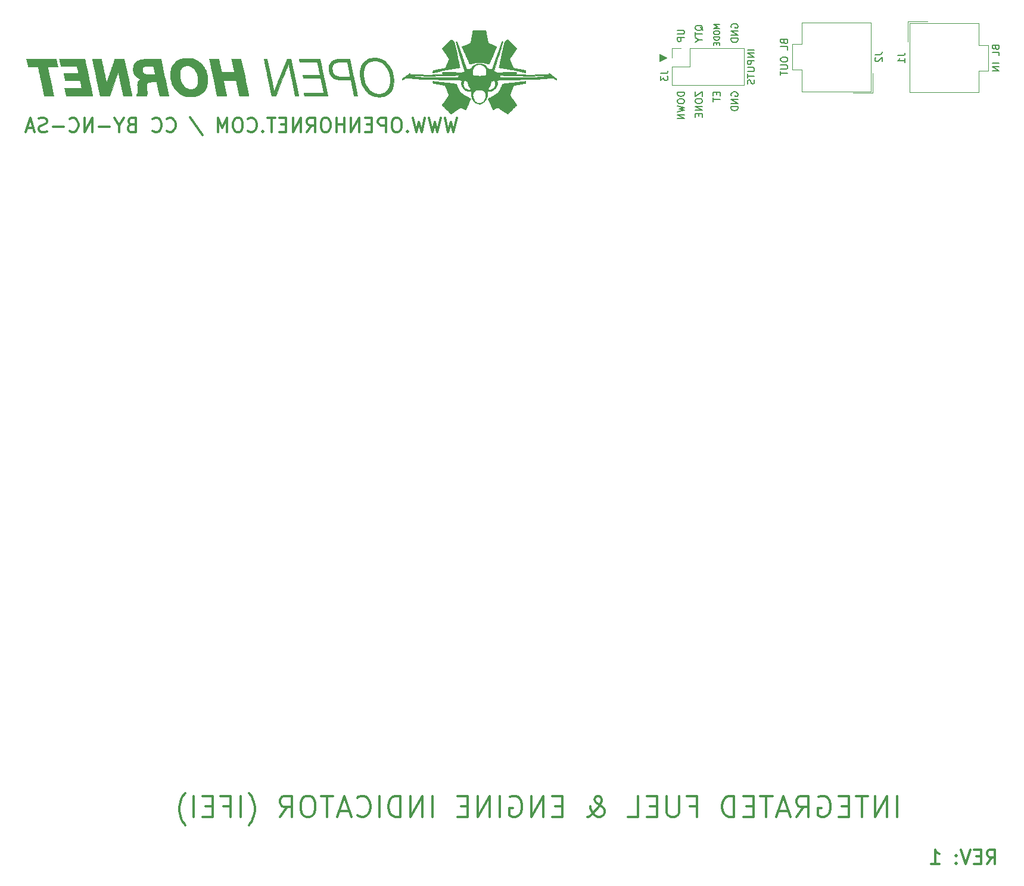
<source format=gbr>
%TF.GenerationSoftware,KiCad,Pcbnew,(5.1.9)-1*%
%TF.CreationDate,2021-09-20T07:58:25-06:00*%
%TF.ProjectId,ifei,69666569-2e6b-4696-9361-645f70636258,rev?*%
%TF.SameCoordinates,Original*%
%TF.FileFunction,Legend,Bot*%
%TF.FilePolarity,Positive*%
%FSLAX46Y46*%
G04 Gerber Fmt 4.6, Leading zero omitted, Abs format (unit mm)*
G04 Created by KiCad (PCBNEW (5.1.9)-1) date 2021-09-20 07:58:25*
%MOMM*%
%LPD*%
G01*
G04 APERTURE LIST*
%ADD10C,0.300000*%
%ADD11C,0.100000*%
%ADD12C,0.150000*%
%ADD13C,0.010000*%
%ADD14C,0.120000*%
G04 APERTURE END LIST*
D10*
X218090332Y-152225261D02*
X218756999Y-151272880D01*
X219233189Y-152225261D02*
X219233189Y-150225261D01*
X218471284Y-150225261D01*
X218280808Y-150320500D01*
X218185570Y-150415738D01*
X218090332Y-150606214D01*
X218090332Y-150891928D01*
X218185570Y-151082404D01*
X218280808Y-151177642D01*
X218471284Y-151272880D01*
X219233189Y-151272880D01*
X217233189Y-151177642D02*
X216566522Y-151177642D01*
X216280808Y-152225261D02*
X217233189Y-152225261D01*
X217233189Y-150225261D01*
X216280808Y-150225261D01*
X215709379Y-150225261D02*
X215042713Y-152225261D01*
X214376046Y-150225261D01*
X213709379Y-152034785D02*
X213614141Y-152130023D01*
X213709379Y-152225261D01*
X213804618Y-152130023D01*
X213709379Y-152034785D01*
X213709379Y-152225261D01*
X213709379Y-150987166D02*
X213614141Y-151082404D01*
X213709379Y-151177642D01*
X213804618Y-151082404D01*
X213709379Y-150987166D01*
X213709379Y-151177642D01*
X210185570Y-152225261D02*
X211328427Y-152225261D01*
X210756999Y-152225261D02*
X210756999Y-150225261D01*
X210947475Y-150510976D01*
X211137951Y-150701452D01*
X211328427Y-150796690D01*
X205304999Y-145565642D02*
X205304999Y-142565642D01*
X203876427Y-145565642D02*
X203876427Y-142565642D01*
X202162141Y-145565642D01*
X202162141Y-142565642D01*
X201162141Y-142565642D02*
X199447856Y-142565642D01*
X200304998Y-145565642D02*
X200304998Y-142565642D01*
X198447856Y-143994214D02*
X197447856Y-143994214D01*
X197019284Y-145565642D02*
X198447856Y-145565642D01*
X198447856Y-142565642D01*
X197019284Y-142565642D01*
X194162141Y-142708500D02*
X194447856Y-142565642D01*
X194876427Y-142565642D01*
X195304998Y-142708500D01*
X195590713Y-142994214D01*
X195733570Y-143279928D01*
X195876427Y-143851357D01*
X195876427Y-144279928D01*
X195733570Y-144851357D01*
X195590713Y-145137071D01*
X195304998Y-145422785D01*
X194876427Y-145565642D01*
X194590713Y-145565642D01*
X194162141Y-145422785D01*
X194019284Y-145279928D01*
X194019284Y-144279928D01*
X194590713Y-144279928D01*
X191019284Y-145565642D02*
X192019284Y-144137071D01*
X192733570Y-145565642D02*
X192733570Y-142565642D01*
X191590713Y-142565642D01*
X191304998Y-142708500D01*
X191162141Y-142851357D01*
X191019284Y-143137071D01*
X191019284Y-143565642D01*
X191162141Y-143851357D01*
X191304998Y-143994214D01*
X191590713Y-144137071D01*
X192733570Y-144137071D01*
X189876427Y-144708500D02*
X188447856Y-144708500D01*
X190162141Y-145565642D02*
X189162141Y-142565642D01*
X188162141Y-145565642D01*
X187590713Y-142565642D02*
X185876427Y-142565642D01*
X186733570Y-145565642D02*
X186733570Y-142565642D01*
X184876427Y-143994214D02*
X183876427Y-143994214D01*
X183447856Y-145565642D02*
X184876427Y-145565642D01*
X184876427Y-142565642D01*
X183447856Y-142565642D01*
X182162141Y-145565642D02*
X182162141Y-142565642D01*
X181447856Y-142565642D01*
X181019284Y-142708500D01*
X180733570Y-142994214D01*
X180590713Y-143279928D01*
X180447856Y-143851357D01*
X180447856Y-144279928D01*
X180590713Y-144851357D01*
X180733570Y-145137071D01*
X181019284Y-145422785D01*
X181447856Y-145565642D01*
X182162141Y-145565642D01*
X175876427Y-143994214D02*
X176876427Y-143994214D01*
X176876427Y-145565642D02*
X176876427Y-142565642D01*
X175447856Y-142565642D01*
X174304999Y-142565642D02*
X174304999Y-144994214D01*
X174162141Y-145279928D01*
X174019284Y-145422785D01*
X173733570Y-145565642D01*
X173162141Y-145565642D01*
X172876427Y-145422785D01*
X172733570Y-145279928D01*
X172590713Y-144994214D01*
X172590713Y-142565642D01*
X171162141Y-143994214D02*
X170162141Y-143994214D01*
X169733570Y-145565642D02*
X171162141Y-145565642D01*
X171162141Y-142565642D01*
X169733570Y-142565642D01*
X167019284Y-145565642D02*
X168447856Y-145565642D01*
X168447856Y-142565642D01*
X161304999Y-145565642D02*
X161447856Y-145565642D01*
X161733570Y-145422785D01*
X162162141Y-144994214D01*
X162876427Y-144137071D01*
X163162141Y-143708500D01*
X163304999Y-143279928D01*
X163304999Y-142994214D01*
X163162141Y-142708500D01*
X162876427Y-142565642D01*
X162733570Y-142565642D01*
X162447856Y-142708500D01*
X162304999Y-142994214D01*
X162304999Y-143137071D01*
X162447856Y-143422785D01*
X162590713Y-143565642D01*
X163447856Y-144137071D01*
X163590713Y-144279928D01*
X163733570Y-144565642D01*
X163733570Y-144994214D01*
X163590713Y-145279928D01*
X163447856Y-145422785D01*
X163162141Y-145565642D01*
X162733570Y-145565642D01*
X162447856Y-145422785D01*
X162304999Y-145279928D01*
X161876427Y-144708500D01*
X161733570Y-144279928D01*
X161733570Y-143994214D01*
X157733570Y-143994214D02*
X156733570Y-143994214D01*
X156304999Y-145565642D02*
X157733570Y-145565642D01*
X157733570Y-142565642D01*
X156304999Y-142565642D01*
X155019284Y-145565642D02*
X155019284Y-142565642D01*
X153304999Y-145565642D01*
X153304999Y-142565642D01*
X150304999Y-142708500D02*
X150590713Y-142565642D01*
X151019284Y-142565642D01*
X151447856Y-142708500D01*
X151733570Y-142994214D01*
X151876427Y-143279928D01*
X152019284Y-143851357D01*
X152019284Y-144279928D01*
X151876427Y-144851357D01*
X151733570Y-145137071D01*
X151447856Y-145422785D01*
X151019284Y-145565642D01*
X150733570Y-145565642D01*
X150304999Y-145422785D01*
X150162141Y-145279928D01*
X150162141Y-144279928D01*
X150733570Y-144279928D01*
X148876427Y-145565642D02*
X148876427Y-142565642D01*
X147447856Y-145565642D02*
X147447856Y-142565642D01*
X145733570Y-145565642D01*
X145733570Y-142565642D01*
X144304999Y-143994214D02*
X143304999Y-143994214D01*
X142876427Y-145565642D02*
X144304999Y-145565642D01*
X144304999Y-142565642D01*
X142876427Y-142565642D01*
X139304999Y-145565642D02*
X139304999Y-142565642D01*
X137876427Y-145565642D02*
X137876427Y-142565642D01*
X136162141Y-145565642D01*
X136162141Y-142565642D01*
X134733570Y-145565642D02*
X134733570Y-142565642D01*
X134019284Y-142565642D01*
X133590713Y-142708500D01*
X133304999Y-142994214D01*
X133162141Y-143279928D01*
X133019284Y-143851357D01*
X133019284Y-144279928D01*
X133162141Y-144851357D01*
X133304999Y-145137071D01*
X133590713Y-145422785D01*
X134019284Y-145565642D01*
X134733570Y-145565642D01*
X131733570Y-145565642D02*
X131733570Y-142565642D01*
X128590713Y-145279928D02*
X128733570Y-145422785D01*
X129162141Y-145565642D01*
X129447856Y-145565642D01*
X129876427Y-145422785D01*
X130162141Y-145137071D01*
X130304999Y-144851357D01*
X130447856Y-144279928D01*
X130447856Y-143851357D01*
X130304999Y-143279928D01*
X130162141Y-142994214D01*
X129876427Y-142708500D01*
X129447856Y-142565642D01*
X129162141Y-142565642D01*
X128733570Y-142708500D01*
X128590713Y-142851357D01*
X127447856Y-144708500D02*
X126019284Y-144708500D01*
X127733570Y-145565642D02*
X126733570Y-142565642D01*
X125733570Y-145565642D01*
X125162141Y-142565642D02*
X123447856Y-142565642D01*
X124304999Y-145565642D02*
X124304999Y-142565642D01*
X121876427Y-142565642D02*
X121304999Y-142565642D01*
X121019284Y-142708500D01*
X120733570Y-142994214D01*
X120590713Y-143565642D01*
X120590713Y-144565642D01*
X120733570Y-145137071D01*
X121019284Y-145422785D01*
X121304999Y-145565642D01*
X121876427Y-145565642D01*
X122162141Y-145422785D01*
X122447856Y-145137071D01*
X122590713Y-144565642D01*
X122590713Y-143565642D01*
X122447856Y-142994214D01*
X122162141Y-142708500D01*
X121876427Y-142565642D01*
X117590713Y-145565642D02*
X118590713Y-144137071D01*
X119304999Y-145565642D02*
X119304999Y-142565642D01*
X118162141Y-142565642D01*
X117876427Y-142708500D01*
X117733570Y-142851357D01*
X117590713Y-143137071D01*
X117590713Y-143565642D01*
X117733570Y-143851357D01*
X117876427Y-143994214D01*
X118162141Y-144137071D01*
X119304999Y-144137071D01*
X113162141Y-146708500D02*
X113304999Y-146565642D01*
X113590713Y-146137071D01*
X113733570Y-145851357D01*
X113876427Y-145422785D01*
X114019284Y-144708500D01*
X114019284Y-144137071D01*
X113876427Y-143422785D01*
X113733570Y-142994214D01*
X113590713Y-142708500D01*
X113304999Y-142279928D01*
X113162141Y-142137071D01*
X112019284Y-145565642D02*
X112019284Y-142565642D01*
X109590713Y-143994214D02*
X110590713Y-143994214D01*
X110590713Y-145565642D02*
X110590713Y-142565642D01*
X109162141Y-142565642D01*
X108019284Y-143994214D02*
X107019284Y-143994214D01*
X106590713Y-145565642D02*
X108019284Y-145565642D01*
X108019284Y-142565642D01*
X106590713Y-142565642D01*
X105304999Y-145565642D02*
X105304999Y-142565642D01*
X104162141Y-146708500D02*
X104019284Y-146565642D01*
X103733570Y-146137071D01*
X103590713Y-145851357D01*
X103447856Y-145422785D01*
X103304999Y-144708500D01*
X103304999Y-144137071D01*
X103447856Y-143422785D01*
X103590713Y-142994214D01*
X103733570Y-142708500D01*
X104019284Y-142279928D01*
X104162141Y-142137071D01*
X142760046Y-46085261D02*
X142283856Y-48085261D01*
X141902903Y-46656690D01*
X141521951Y-48085261D01*
X141045760Y-46085261D01*
X140474332Y-46085261D02*
X139998141Y-48085261D01*
X139617189Y-46656690D01*
X139236237Y-48085261D01*
X138760046Y-46085261D01*
X138188618Y-46085261D02*
X137712427Y-48085261D01*
X137331475Y-46656690D01*
X136950522Y-48085261D01*
X136474332Y-46085261D01*
X135712427Y-47894785D02*
X135617189Y-47990023D01*
X135712427Y-48085261D01*
X135807665Y-47990023D01*
X135712427Y-47894785D01*
X135712427Y-48085261D01*
X134379094Y-46085261D02*
X133998141Y-46085261D01*
X133807665Y-46180500D01*
X133617189Y-46370976D01*
X133521951Y-46751928D01*
X133521951Y-47418595D01*
X133617189Y-47799547D01*
X133807665Y-47990023D01*
X133998141Y-48085261D01*
X134379094Y-48085261D01*
X134569570Y-47990023D01*
X134760046Y-47799547D01*
X134855284Y-47418595D01*
X134855284Y-46751928D01*
X134760046Y-46370976D01*
X134569570Y-46180500D01*
X134379094Y-46085261D01*
X132664808Y-48085261D02*
X132664808Y-46085261D01*
X131902903Y-46085261D01*
X131712427Y-46180500D01*
X131617189Y-46275738D01*
X131521951Y-46466214D01*
X131521951Y-46751928D01*
X131617189Y-46942404D01*
X131712427Y-47037642D01*
X131902903Y-47132880D01*
X132664808Y-47132880D01*
X130664808Y-47037642D02*
X129998141Y-47037642D01*
X129712427Y-48085261D02*
X130664808Y-48085261D01*
X130664808Y-46085261D01*
X129712427Y-46085261D01*
X128855284Y-48085261D02*
X128855284Y-46085261D01*
X127712427Y-48085261D01*
X127712427Y-46085261D01*
X126760046Y-48085261D02*
X126760046Y-46085261D01*
X126760046Y-47037642D02*
X125617189Y-47037642D01*
X125617189Y-48085261D02*
X125617189Y-46085261D01*
X124283856Y-46085261D02*
X123902903Y-46085261D01*
X123712427Y-46180500D01*
X123521951Y-46370976D01*
X123426713Y-46751928D01*
X123426713Y-47418595D01*
X123521951Y-47799547D01*
X123712427Y-47990023D01*
X123902903Y-48085261D01*
X124283856Y-48085261D01*
X124474332Y-47990023D01*
X124664808Y-47799547D01*
X124760046Y-47418595D01*
X124760046Y-46751928D01*
X124664808Y-46370976D01*
X124474332Y-46180500D01*
X124283856Y-46085261D01*
X121426713Y-48085261D02*
X122093379Y-47132880D01*
X122569570Y-48085261D02*
X122569570Y-46085261D01*
X121807665Y-46085261D01*
X121617189Y-46180500D01*
X121521951Y-46275738D01*
X121426713Y-46466214D01*
X121426713Y-46751928D01*
X121521951Y-46942404D01*
X121617189Y-47037642D01*
X121807665Y-47132880D01*
X122569570Y-47132880D01*
X120569570Y-48085261D02*
X120569570Y-46085261D01*
X119426713Y-48085261D01*
X119426713Y-46085261D01*
X118474332Y-47037642D02*
X117807665Y-47037642D01*
X117521951Y-48085261D02*
X118474332Y-48085261D01*
X118474332Y-46085261D01*
X117521951Y-46085261D01*
X116950522Y-46085261D02*
X115807665Y-46085261D01*
X116379094Y-48085261D02*
X116379094Y-46085261D01*
X115140999Y-47894785D02*
X115045760Y-47990023D01*
X115140999Y-48085261D01*
X115236237Y-47990023D01*
X115140999Y-47894785D01*
X115140999Y-48085261D01*
X113045760Y-47894785D02*
X113140999Y-47990023D01*
X113426713Y-48085261D01*
X113617189Y-48085261D01*
X113902903Y-47990023D01*
X114093379Y-47799547D01*
X114188618Y-47609071D01*
X114283856Y-47228119D01*
X114283856Y-46942404D01*
X114188618Y-46561452D01*
X114093379Y-46370976D01*
X113902903Y-46180500D01*
X113617189Y-46085261D01*
X113426713Y-46085261D01*
X113140999Y-46180500D01*
X113045760Y-46275738D01*
X111807665Y-46085261D02*
X111426713Y-46085261D01*
X111236237Y-46180500D01*
X111045760Y-46370976D01*
X110950522Y-46751928D01*
X110950522Y-47418595D01*
X111045760Y-47799547D01*
X111236237Y-47990023D01*
X111426713Y-48085261D01*
X111807665Y-48085261D01*
X111998141Y-47990023D01*
X112188618Y-47799547D01*
X112283856Y-47418595D01*
X112283856Y-46751928D01*
X112188618Y-46370976D01*
X111998141Y-46180500D01*
X111807665Y-46085261D01*
X110093379Y-48085261D02*
X110093379Y-46085261D01*
X109426713Y-47513833D01*
X108760046Y-46085261D01*
X108760046Y-48085261D01*
X104855284Y-45990023D02*
X106569570Y-48561452D01*
X101521951Y-47894785D02*
X101617189Y-47990023D01*
X101902903Y-48085261D01*
X102093379Y-48085261D01*
X102379094Y-47990023D01*
X102569570Y-47799547D01*
X102664808Y-47609071D01*
X102760046Y-47228119D01*
X102760046Y-46942404D01*
X102664808Y-46561452D01*
X102569570Y-46370976D01*
X102379094Y-46180500D01*
X102093379Y-46085261D01*
X101902903Y-46085261D01*
X101617189Y-46180500D01*
X101521951Y-46275738D01*
X99521951Y-47894785D02*
X99617189Y-47990023D01*
X99902903Y-48085261D01*
X100093379Y-48085261D01*
X100379094Y-47990023D01*
X100569570Y-47799547D01*
X100664808Y-47609071D01*
X100760046Y-47228119D01*
X100760046Y-46942404D01*
X100664808Y-46561452D01*
X100569570Y-46370976D01*
X100379094Y-46180500D01*
X100093379Y-46085261D01*
X99902903Y-46085261D01*
X99617189Y-46180500D01*
X99521951Y-46275738D01*
X96474332Y-47037642D02*
X96188618Y-47132880D01*
X96093379Y-47228119D01*
X95998141Y-47418595D01*
X95998141Y-47704309D01*
X96093379Y-47894785D01*
X96188618Y-47990023D01*
X96379094Y-48085261D01*
X97140999Y-48085261D01*
X97140999Y-46085261D01*
X96474332Y-46085261D01*
X96283856Y-46180500D01*
X96188618Y-46275738D01*
X96093379Y-46466214D01*
X96093379Y-46656690D01*
X96188618Y-46847166D01*
X96283856Y-46942404D01*
X96474332Y-47037642D01*
X97140999Y-47037642D01*
X94760046Y-47132880D02*
X94760046Y-48085261D01*
X95426713Y-46085261D02*
X94760046Y-47132880D01*
X94093379Y-46085261D01*
X93426713Y-47323357D02*
X91902903Y-47323357D01*
X90950522Y-48085261D02*
X90950522Y-46085261D01*
X89807665Y-48085261D01*
X89807665Y-46085261D01*
X87712427Y-47894785D02*
X87807665Y-47990023D01*
X88093379Y-48085261D01*
X88283856Y-48085261D01*
X88569570Y-47990023D01*
X88760046Y-47799547D01*
X88855284Y-47609071D01*
X88950522Y-47228119D01*
X88950522Y-46942404D01*
X88855284Y-46561452D01*
X88760046Y-46370976D01*
X88569570Y-46180500D01*
X88283856Y-46085261D01*
X88093379Y-46085261D01*
X87807665Y-46180500D01*
X87712427Y-46275738D01*
X86855284Y-47323357D02*
X85331475Y-47323357D01*
X84474332Y-47990023D02*
X84188618Y-48085261D01*
X83712427Y-48085261D01*
X83521951Y-47990023D01*
X83426713Y-47894785D01*
X83331475Y-47704309D01*
X83331475Y-47513833D01*
X83426713Y-47323357D01*
X83521951Y-47228119D01*
X83712427Y-47132880D01*
X84093379Y-47037642D01*
X84283856Y-46942404D01*
X84379094Y-46847166D01*
X84474332Y-46656690D01*
X84474332Y-46466214D01*
X84379094Y-46275738D01*
X84283856Y-46180500D01*
X84093379Y-46085261D01*
X83617189Y-46085261D01*
X83331475Y-46180500D01*
X82569570Y-47513833D02*
X81617189Y-47513833D01*
X82760046Y-48085261D02*
X82093379Y-46085261D01*
X81426713Y-48085261D01*
D11*
G36*
X172592999Y-37528500D02*
G01*
X171576999Y-38036500D01*
X171576999Y-37020500D01*
X172592999Y-37528500D01*
G37*
X172592999Y-37528500D02*
X171576999Y-38036500D01*
X171576999Y-37020500D01*
X172592999Y-37528500D01*
D12*
X175077379Y-42436095D02*
X174077379Y-42436095D01*
X174077379Y-42674190D01*
X174124999Y-42817047D01*
X174220237Y-42912285D01*
X174315475Y-42959904D01*
X174505951Y-43007523D01*
X174648808Y-43007523D01*
X174839284Y-42959904D01*
X174934522Y-42912285D01*
X175029760Y-42817047D01*
X175077379Y-42674190D01*
X175077379Y-42436095D01*
X174077379Y-43626571D02*
X174077379Y-43817047D01*
X174124999Y-43912285D01*
X174220237Y-44007523D01*
X174410713Y-44055142D01*
X174744046Y-44055142D01*
X174934522Y-44007523D01*
X175029760Y-43912285D01*
X175077379Y-43817047D01*
X175077379Y-43626571D01*
X175029760Y-43531333D01*
X174934522Y-43436095D01*
X174744046Y-43388476D01*
X174410713Y-43388476D01*
X174220237Y-43436095D01*
X174124999Y-43531333D01*
X174077379Y-43626571D01*
X174077379Y-44388476D02*
X175077379Y-44626571D01*
X174363094Y-44817047D01*
X175077379Y-45007523D01*
X174077379Y-45245619D01*
X175077379Y-45626571D02*
X174077379Y-45626571D01*
X175077379Y-46198000D01*
X174077379Y-46198000D01*
X176617379Y-42340857D02*
X176617379Y-43007523D01*
X177617379Y-42340857D01*
X177617379Y-43007523D01*
X176617379Y-43578952D02*
X176617379Y-43769428D01*
X176664999Y-43864666D01*
X176760237Y-43959904D01*
X176950713Y-44007523D01*
X177284046Y-44007523D01*
X177474522Y-43959904D01*
X177569760Y-43864666D01*
X177617379Y-43769428D01*
X177617379Y-43578952D01*
X177569760Y-43483714D01*
X177474522Y-43388476D01*
X177284046Y-43340857D01*
X176950713Y-43340857D01*
X176760237Y-43388476D01*
X176664999Y-43483714D01*
X176617379Y-43578952D01*
X177617379Y-44436095D02*
X176617379Y-44436095D01*
X177617379Y-45007523D01*
X176617379Y-45007523D01*
X177093570Y-45483714D02*
X177093570Y-45817047D01*
X177617379Y-45959904D02*
X177617379Y-45483714D01*
X176617379Y-45483714D01*
X176617379Y-45959904D01*
X179633570Y-42436095D02*
X179633570Y-42769428D01*
X180157379Y-42912285D02*
X180157379Y-42436095D01*
X179157379Y-42436095D01*
X179157379Y-42912285D01*
X179157379Y-43198000D02*
X179157379Y-43769428D01*
X180157379Y-43483714D02*
X179157379Y-43483714D01*
X181744999Y-42959904D02*
X181697379Y-42864666D01*
X181697379Y-42721809D01*
X181744999Y-42578952D01*
X181840237Y-42483714D01*
X181935475Y-42436095D01*
X182125951Y-42388476D01*
X182268808Y-42388476D01*
X182459284Y-42436095D01*
X182554522Y-42483714D01*
X182649760Y-42578952D01*
X182697379Y-42721809D01*
X182697379Y-42817047D01*
X182649760Y-42959904D01*
X182602141Y-43007523D01*
X182268808Y-43007523D01*
X182268808Y-42817047D01*
X182697379Y-43436095D02*
X181697379Y-43436095D01*
X182697379Y-44007523D01*
X181697379Y-44007523D01*
X182697379Y-44483714D02*
X181697379Y-44483714D01*
X181697379Y-44721809D01*
X181744999Y-44864666D01*
X181840237Y-44959904D01*
X181935475Y-45007523D01*
X182125951Y-45055142D01*
X182268808Y-45055142D01*
X182459284Y-45007523D01*
X182554522Y-44959904D01*
X182649760Y-44864666D01*
X182697379Y-44721809D01*
X182697379Y-44483714D01*
X181744999Y-33240285D02*
X181697379Y-33145047D01*
X181697379Y-33002190D01*
X181744999Y-32859333D01*
X181840237Y-32764095D01*
X181935475Y-32716476D01*
X182125951Y-32668857D01*
X182268808Y-32668857D01*
X182459284Y-32716476D01*
X182554522Y-32764095D01*
X182649760Y-32859333D01*
X182697379Y-33002190D01*
X182697379Y-33097428D01*
X182649760Y-33240285D01*
X182602141Y-33287904D01*
X182268808Y-33287904D01*
X182268808Y-33097428D01*
X182697379Y-33716476D02*
X181697379Y-33716476D01*
X182697379Y-34287904D01*
X181697379Y-34287904D01*
X182697379Y-34764095D02*
X181697379Y-34764095D01*
X181697379Y-35002190D01*
X181744999Y-35145047D01*
X181840237Y-35240285D01*
X181935475Y-35287904D01*
X182125951Y-35335523D01*
X182268808Y-35335523D01*
X182459284Y-35287904D01*
X182554522Y-35240285D01*
X182649760Y-35145047D01*
X182697379Y-35002190D01*
X182697379Y-34764095D01*
X180066903Y-32821285D02*
X179266903Y-32821285D01*
X179838332Y-33087952D01*
X179266903Y-33354619D01*
X180066903Y-33354619D01*
X179266903Y-33887952D02*
X179266903Y-34040333D01*
X179304999Y-34116523D01*
X179381189Y-34192714D01*
X179533570Y-34230809D01*
X179800237Y-34230809D01*
X179952618Y-34192714D01*
X180028808Y-34116523D01*
X180066903Y-34040333D01*
X180066903Y-33887952D01*
X180028808Y-33811761D01*
X179952618Y-33735571D01*
X179800237Y-33697476D01*
X179533570Y-33697476D01*
X179381189Y-33735571D01*
X179304999Y-33811761D01*
X179266903Y-33887952D01*
X180066903Y-34573666D02*
X179266903Y-34573666D01*
X179266903Y-34764142D01*
X179304999Y-34878428D01*
X179381189Y-34954619D01*
X179457379Y-34992714D01*
X179609760Y-35030809D01*
X179724046Y-35030809D01*
X179876427Y-34992714D01*
X179952618Y-34954619D01*
X180028808Y-34878428D01*
X180066903Y-34764142D01*
X180066903Y-34573666D01*
X179647856Y-35373666D02*
X179647856Y-35640333D01*
X180066903Y-35754619D02*
X180066903Y-35373666D01*
X179266903Y-35373666D01*
X179266903Y-35754619D01*
X177712618Y-33637095D02*
X177664999Y-33541857D01*
X177569760Y-33446619D01*
X177426903Y-33303761D01*
X177379284Y-33208523D01*
X177379284Y-33113285D01*
X177617379Y-33160904D02*
X177569760Y-33065666D01*
X177474522Y-32970428D01*
X177284046Y-32922809D01*
X176950713Y-32922809D01*
X176760237Y-32970428D01*
X176664999Y-33065666D01*
X176617379Y-33160904D01*
X176617379Y-33351380D01*
X176664999Y-33446619D01*
X176760237Y-33541857D01*
X176950713Y-33589476D01*
X177284046Y-33589476D01*
X177474522Y-33541857D01*
X177569760Y-33446619D01*
X177617379Y-33351380D01*
X177617379Y-33160904D01*
X176617379Y-33875190D02*
X176617379Y-34446619D01*
X177617379Y-34160904D02*
X176617379Y-34160904D01*
X177141189Y-34970428D02*
X177617379Y-34970428D01*
X176617379Y-34637095D02*
X177141189Y-34970428D01*
X176617379Y-35303761D01*
X174077379Y-33589476D02*
X174886903Y-33589476D01*
X174982141Y-33637095D01*
X175029760Y-33684714D01*
X175077379Y-33779952D01*
X175077379Y-33970428D01*
X175029760Y-34065666D01*
X174982141Y-34113285D01*
X174886903Y-34160904D01*
X174077379Y-34160904D01*
X175077379Y-34637095D02*
X174077379Y-34637095D01*
X174077379Y-35018047D01*
X174124999Y-35113285D01*
X174172618Y-35160904D01*
X174267856Y-35208523D01*
X174410713Y-35208523D01*
X174505951Y-35160904D01*
X174553570Y-35113285D01*
X174601189Y-35018047D01*
X174601189Y-34637095D01*
D13*
%TO.C,G\u002A\u002A\u002A*%
G36*
X152490739Y-40856838D02*
G01*
X152465114Y-40859577D01*
X152424651Y-40864006D01*
X152370347Y-40870010D01*
X152303194Y-40877479D01*
X152224187Y-40886299D01*
X152134319Y-40896359D01*
X152034586Y-40907545D01*
X151925981Y-40919745D01*
X151809498Y-40932846D01*
X151686131Y-40946737D01*
X151556875Y-40961305D01*
X151422723Y-40976436D01*
X151284670Y-40992020D01*
X151143710Y-41007943D01*
X151000837Y-41024093D01*
X150857044Y-41040357D01*
X150713327Y-41056623D01*
X150570679Y-41072778D01*
X150430095Y-41088711D01*
X150292568Y-41104308D01*
X150159093Y-41119457D01*
X150030663Y-41134046D01*
X149908273Y-41147962D01*
X149792918Y-41161093D01*
X149685590Y-41173326D01*
X149587284Y-41184548D01*
X149498995Y-41194648D01*
X149421716Y-41203513D01*
X149356442Y-41211030D01*
X149304167Y-41217087D01*
X149265884Y-41221572D01*
X149242588Y-41224371D01*
X149236475Y-41225159D01*
X149213354Y-41230075D01*
X149201778Y-41238800D01*
X149196599Y-41254016D01*
X149192106Y-41266842D01*
X149181324Y-41293297D01*
X149165040Y-41331627D01*
X149144044Y-41380080D01*
X149119123Y-41436900D01*
X149091067Y-41500335D01*
X149060663Y-41568631D01*
X149028700Y-41640033D01*
X148995966Y-41712789D01*
X148963250Y-41785143D01*
X148931341Y-41855344D01*
X148901026Y-41921636D01*
X148873094Y-41982267D01*
X148848333Y-42035481D01*
X148827533Y-42079527D01*
X148811481Y-42112649D01*
X148803614Y-42128164D01*
X148761872Y-42198835D01*
X148708641Y-42275162D01*
X148646798Y-42353840D01*
X148579220Y-42431560D01*
X148508785Y-42505018D01*
X148438369Y-42570905D01*
X148370851Y-42625916D01*
X148369866Y-42626648D01*
X148354630Y-42636793D01*
X148326187Y-42654566D01*
X148285985Y-42679116D01*
X148235476Y-42709590D01*
X148176108Y-42745139D01*
X148109330Y-42784909D01*
X148036594Y-42828050D01*
X147959348Y-42873711D01*
X147879042Y-42921039D01*
X147797125Y-42969183D01*
X147715048Y-43017293D01*
X147634260Y-43064516D01*
X147556211Y-43110000D01*
X147482350Y-43152896D01*
X147414127Y-43192350D01*
X147352992Y-43227512D01*
X147300395Y-43257530D01*
X147257784Y-43281553D01*
X147226611Y-43298729D01*
X147216053Y-43304334D01*
X147178318Y-43323933D01*
X147498895Y-44098633D01*
X147555812Y-44235888D01*
X147608039Y-44361239D01*
X147655402Y-44474278D01*
X147697724Y-44574596D01*
X147734831Y-44661784D01*
X147766547Y-44735435D01*
X147792699Y-44795141D01*
X147813109Y-44840491D01*
X147827604Y-44871079D01*
X147836009Y-44886495D01*
X147837373Y-44888150D01*
X147859134Y-44899584D01*
X147876991Y-44902966D01*
X147889048Y-44899072D01*
X147914280Y-44887958D01*
X147950976Y-44870474D01*
X147997425Y-44847473D01*
X148051916Y-44819805D01*
X148112738Y-44788321D01*
X148178181Y-44753874D01*
X148200313Y-44742100D01*
X148278787Y-44700351D01*
X148343903Y-44666065D01*
X148397179Y-44638622D01*
X148440136Y-44617396D01*
X148474292Y-44601767D01*
X148501167Y-44591112D01*
X148522280Y-44584808D01*
X148539151Y-44582233D01*
X148553299Y-44582763D01*
X148566243Y-44585778D01*
X148574631Y-44588737D01*
X148584320Y-44594528D01*
X148606953Y-44609243D01*
X148641530Y-44632202D01*
X148687047Y-44662727D01*
X148742504Y-44700138D01*
X148806898Y-44743756D01*
X148879226Y-44792902D01*
X148958487Y-44846898D01*
X149043679Y-44905064D01*
X149133799Y-44966721D01*
X149227845Y-45031190D01*
X149249332Y-45045937D01*
X149361644Y-45123027D01*
X149460864Y-45191071D01*
X149547867Y-45250600D01*
X149623527Y-45302143D01*
X149688718Y-45346232D01*
X149744313Y-45383396D01*
X149791187Y-45414166D01*
X149830214Y-45439073D01*
X149862267Y-45458647D01*
X149888220Y-45473417D01*
X149908948Y-45483916D01*
X149925325Y-45490673D01*
X149938224Y-45494218D01*
X149948520Y-45495083D01*
X149957086Y-45493797D01*
X149964796Y-45490891D01*
X149972525Y-45486895D01*
X149974299Y-45485931D01*
X149983378Y-45478296D01*
X150003365Y-45459628D01*
X150033263Y-45430924D01*
X150072076Y-45393181D01*
X150118808Y-45347395D01*
X150172460Y-45294563D01*
X150232037Y-45235680D01*
X150296543Y-45171745D01*
X150364979Y-45103754D01*
X150436350Y-45032702D01*
X150509659Y-44959588D01*
X150583910Y-44885407D01*
X150658105Y-44811156D01*
X150731247Y-44737831D01*
X150802342Y-44666430D01*
X150870390Y-44597949D01*
X150934397Y-44533384D01*
X150993364Y-44473732D01*
X151046296Y-44419990D01*
X151092196Y-44373154D01*
X151130067Y-44334221D01*
X151158912Y-44304188D01*
X151177735Y-44284051D01*
X151185540Y-44274807D01*
X151185578Y-44274737D01*
X151193929Y-44256238D01*
X151197548Y-44238409D01*
X151195569Y-44218906D01*
X151187121Y-44195390D01*
X151171337Y-44165518D01*
X151147348Y-44126950D01*
X151114286Y-44077345D01*
X151110040Y-44071087D01*
X151090766Y-44042796D01*
X151062889Y-44001991D01*
X151027398Y-43950115D01*
X150985279Y-43888610D01*
X150937521Y-43818916D01*
X150885112Y-43742475D01*
X150829041Y-43660730D01*
X150770296Y-43575122D01*
X150709865Y-43487093D01*
X150655958Y-43408600D01*
X150597196Y-43322918D01*
X150541048Y-43240789D01*
X150488284Y-43163354D01*
X150439671Y-43091752D01*
X150395980Y-43027125D01*
X150357978Y-42970612D01*
X150326434Y-42923354D01*
X150302118Y-42886491D01*
X150285798Y-42861163D01*
X150278242Y-42848511D01*
X150277985Y-42847955D01*
X150269781Y-42821772D01*
X150266399Y-42797394D01*
X150269528Y-42785178D01*
X150278528Y-42758751D01*
X150292818Y-42719560D01*
X150311820Y-42669050D01*
X150334953Y-42608668D01*
X150361637Y-42539858D01*
X150391292Y-42464066D01*
X150423339Y-42382740D01*
X150457197Y-42297324D01*
X150492287Y-42209264D01*
X150528029Y-42120007D01*
X150563842Y-42030998D01*
X150599147Y-41943683D01*
X150633364Y-41859507D01*
X150665912Y-41779918D01*
X150696213Y-41706360D01*
X150723686Y-41640280D01*
X150747751Y-41583123D01*
X150767828Y-41536335D01*
X150783338Y-41501363D01*
X150793700Y-41479651D01*
X150797521Y-41473187D01*
X150815044Y-41454691D01*
X150830714Y-41441786D01*
X150832624Y-41440657D01*
X150842794Y-41438070D01*
X150868456Y-41432638D01*
X150908449Y-41424584D01*
X150961612Y-41414128D01*
X151026785Y-41401495D01*
X151102806Y-41386907D01*
X151188514Y-41370585D01*
X151282750Y-41352752D01*
X151384350Y-41333631D01*
X151492156Y-41313444D01*
X151605005Y-41292414D01*
X151650861Y-41283896D01*
X151797410Y-41256625D01*
X151927870Y-41232182D01*
X152042827Y-41210452D01*
X152142867Y-41191316D01*
X152228577Y-41174658D01*
X152300543Y-41160362D01*
X152359350Y-41148310D01*
X152405586Y-41138385D01*
X152439836Y-41130471D01*
X152462686Y-41124451D01*
X152474723Y-41120208D01*
X152476199Y-41119349D01*
X152492799Y-41105143D01*
X152504465Y-41088426D01*
X152512025Y-41066065D01*
X152516307Y-41034925D01*
X152518140Y-40991872D01*
X152518408Y-40959616D01*
X152518325Y-40916260D01*
X152517633Y-40887049D01*
X152515852Y-40869195D01*
X152512502Y-40859912D01*
X152507100Y-40856411D01*
X152500534Y-40855899D01*
X152490739Y-40856838D01*
G37*
X152490739Y-40856838D02*
X152465114Y-40859577D01*
X152424651Y-40864006D01*
X152370347Y-40870010D01*
X152303194Y-40877479D01*
X152224187Y-40886299D01*
X152134319Y-40896359D01*
X152034586Y-40907545D01*
X151925981Y-40919745D01*
X151809498Y-40932846D01*
X151686131Y-40946737D01*
X151556875Y-40961305D01*
X151422723Y-40976436D01*
X151284670Y-40992020D01*
X151143710Y-41007943D01*
X151000837Y-41024093D01*
X150857044Y-41040357D01*
X150713327Y-41056623D01*
X150570679Y-41072778D01*
X150430095Y-41088711D01*
X150292568Y-41104308D01*
X150159093Y-41119457D01*
X150030663Y-41134046D01*
X149908273Y-41147962D01*
X149792918Y-41161093D01*
X149685590Y-41173326D01*
X149587284Y-41184548D01*
X149498995Y-41194648D01*
X149421716Y-41203513D01*
X149356442Y-41211030D01*
X149304167Y-41217087D01*
X149265884Y-41221572D01*
X149242588Y-41224371D01*
X149236475Y-41225159D01*
X149213354Y-41230075D01*
X149201778Y-41238800D01*
X149196599Y-41254016D01*
X149192106Y-41266842D01*
X149181324Y-41293297D01*
X149165040Y-41331627D01*
X149144044Y-41380080D01*
X149119123Y-41436900D01*
X149091067Y-41500335D01*
X149060663Y-41568631D01*
X149028700Y-41640033D01*
X148995966Y-41712789D01*
X148963250Y-41785143D01*
X148931341Y-41855344D01*
X148901026Y-41921636D01*
X148873094Y-41982267D01*
X148848333Y-42035481D01*
X148827533Y-42079527D01*
X148811481Y-42112649D01*
X148803614Y-42128164D01*
X148761872Y-42198835D01*
X148708641Y-42275162D01*
X148646798Y-42353840D01*
X148579220Y-42431560D01*
X148508785Y-42505018D01*
X148438369Y-42570905D01*
X148370851Y-42625916D01*
X148369866Y-42626648D01*
X148354630Y-42636793D01*
X148326187Y-42654566D01*
X148285985Y-42679116D01*
X148235476Y-42709590D01*
X148176108Y-42745139D01*
X148109330Y-42784909D01*
X148036594Y-42828050D01*
X147959348Y-42873711D01*
X147879042Y-42921039D01*
X147797125Y-42969183D01*
X147715048Y-43017293D01*
X147634260Y-43064516D01*
X147556211Y-43110000D01*
X147482350Y-43152896D01*
X147414127Y-43192350D01*
X147352992Y-43227512D01*
X147300395Y-43257530D01*
X147257784Y-43281553D01*
X147226611Y-43298729D01*
X147216053Y-43304334D01*
X147178318Y-43323933D01*
X147498895Y-44098633D01*
X147555812Y-44235888D01*
X147608039Y-44361239D01*
X147655402Y-44474278D01*
X147697724Y-44574596D01*
X147734831Y-44661784D01*
X147766547Y-44735435D01*
X147792699Y-44795141D01*
X147813109Y-44840491D01*
X147827604Y-44871079D01*
X147836009Y-44886495D01*
X147837373Y-44888150D01*
X147859134Y-44899584D01*
X147876991Y-44902966D01*
X147889048Y-44899072D01*
X147914280Y-44887958D01*
X147950976Y-44870474D01*
X147997425Y-44847473D01*
X148051916Y-44819805D01*
X148112738Y-44788321D01*
X148178181Y-44753874D01*
X148200313Y-44742100D01*
X148278787Y-44700351D01*
X148343903Y-44666065D01*
X148397179Y-44638622D01*
X148440136Y-44617396D01*
X148474292Y-44601767D01*
X148501167Y-44591112D01*
X148522280Y-44584808D01*
X148539151Y-44582233D01*
X148553299Y-44582763D01*
X148566243Y-44585778D01*
X148574631Y-44588737D01*
X148584320Y-44594528D01*
X148606953Y-44609243D01*
X148641530Y-44632202D01*
X148687047Y-44662727D01*
X148742504Y-44700138D01*
X148806898Y-44743756D01*
X148879226Y-44792902D01*
X148958487Y-44846898D01*
X149043679Y-44905064D01*
X149133799Y-44966721D01*
X149227845Y-45031190D01*
X149249332Y-45045937D01*
X149361644Y-45123027D01*
X149460864Y-45191071D01*
X149547867Y-45250600D01*
X149623527Y-45302143D01*
X149688718Y-45346232D01*
X149744313Y-45383396D01*
X149791187Y-45414166D01*
X149830214Y-45439073D01*
X149862267Y-45458647D01*
X149888220Y-45473417D01*
X149908948Y-45483916D01*
X149925325Y-45490673D01*
X149938224Y-45494218D01*
X149948520Y-45495083D01*
X149957086Y-45493797D01*
X149964796Y-45490891D01*
X149972525Y-45486895D01*
X149974299Y-45485931D01*
X149983378Y-45478296D01*
X150003365Y-45459628D01*
X150033263Y-45430924D01*
X150072076Y-45393181D01*
X150118808Y-45347395D01*
X150172460Y-45294563D01*
X150232037Y-45235680D01*
X150296543Y-45171745D01*
X150364979Y-45103754D01*
X150436350Y-45032702D01*
X150509659Y-44959588D01*
X150583910Y-44885407D01*
X150658105Y-44811156D01*
X150731247Y-44737831D01*
X150802342Y-44666430D01*
X150870390Y-44597949D01*
X150934397Y-44533384D01*
X150993364Y-44473732D01*
X151046296Y-44419990D01*
X151092196Y-44373154D01*
X151130067Y-44334221D01*
X151158912Y-44304188D01*
X151177735Y-44284051D01*
X151185540Y-44274807D01*
X151185578Y-44274737D01*
X151193929Y-44256238D01*
X151197548Y-44238409D01*
X151195569Y-44218906D01*
X151187121Y-44195390D01*
X151171337Y-44165518D01*
X151147348Y-44126950D01*
X151114286Y-44077345D01*
X151110040Y-44071087D01*
X151090766Y-44042796D01*
X151062889Y-44001991D01*
X151027398Y-43950115D01*
X150985279Y-43888610D01*
X150937521Y-43818916D01*
X150885112Y-43742475D01*
X150829041Y-43660730D01*
X150770296Y-43575122D01*
X150709865Y-43487093D01*
X150655958Y-43408600D01*
X150597196Y-43322918D01*
X150541048Y-43240789D01*
X150488284Y-43163354D01*
X150439671Y-43091752D01*
X150395980Y-43027125D01*
X150357978Y-42970612D01*
X150326434Y-42923354D01*
X150302118Y-42886491D01*
X150285798Y-42861163D01*
X150278242Y-42848511D01*
X150277985Y-42847955D01*
X150269781Y-42821772D01*
X150266399Y-42797394D01*
X150269528Y-42785178D01*
X150278528Y-42758751D01*
X150292818Y-42719560D01*
X150311820Y-42669050D01*
X150334953Y-42608668D01*
X150361637Y-42539858D01*
X150391292Y-42464066D01*
X150423339Y-42382740D01*
X150457197Y-42297324D01*
X150492287Y-42209264D01*
X150528029Y-42120007D01*
X150563842Y-42030998D01*
X150599147Y-41943683D01*
X150633364Y-41859507D01*
X150665912Y-41779918D01*
X150696213Y-41706360D01*
X150723686Y-41640280D01*
X150747751Y-41583123D01*
X150767828Y-41536335D01*
X150783338Y-41501363D01*
X150793700Y-41479651D01*
X150797521Y-41473187D01*
X150815044Y-41454691D01*
X150830714Y-41441786D01*
X150832624Y-41440657D01*
X150842794Y-41438070D01*
X150868456Y-41432638D01*
X150908449Y-41424584D01*
X150961612Y-41414128D01*
X151026785Y-41401495D01*
X151102806Y-41386907D01*
X151188514Y-41370585D01*
X151282750Y-41352752D01*
X151384350Y-41333631D01*
X151492156Y-41313444D01*
X151605005Y-41292414D01*
X151650861Y-41283896D01*
X151797410Y-41256625D01*
X151927870Y-41232182D01*
X152042827Y-41210452D01*
X152142867Y-41191316D01*
X152228577Y-41174658D01*
X152300543Y-41160362D01*
X152359350Y-41148310D01*
X152405586Y-41138385D01*
X152439836Y-41130471D01*
X152462686Y-41124451D01*
X152474723Y-41120208D01*
X152476199Y-41119349D01*
X152492799Y-41105143D01*
X152504465Y-41088426D01*
X152512025Y-41066065D01*
X152516307Y-41034925D01*
X152518140Y-40991872D01*
X152518408Y-40959616D01*
X152518325Y-40916260D01*
X152517633Y-40887049D01*
X152515852Y-40869195D01*
X152512502Y-40859912D01*
X152507100Y-40856411D01*
X152500534Y-40855899D01*
X152490739Y-40856838D01*
G36*
X139330405Y-40856443D02*
G01*
X139324733Y-40859992D01*
X139321345Y-40869426D01*
X139319652Y-40887623D01*
X139319066Y-40917463D01*
X139318999Y-40953538D01*
X139320391Y-41010819D01*
X139325002Y-41053859D01*
X139333482Y-41085153D01*
X139346483Y-41107199D01*
X139362742Y-41121296D01*
X139373920Y-41124725D01*
X139400699Y-41130980D01*
X139442024Y-41139853D01*
X139496837Y-41151137D01*
X139564081Y-41164623D01*
X139642699Y-41180104D01*
X139731634Y-41197371D01*
X139829828Y-41216217D01*
X139936226Y-41236434D01*
X140049769Y-41257814D01*
X140169400Y-41280149D01*
X140186064Y-41283245D01*
X140300530Y-41304552D01*
X140410401Y-41325099D01*
X140514518Y-41344664D01*
X140611719Y-41363024D01*
X140700846Y-41379958D01*
X140780737Y-41395242D01*
X140850233Y-41408654D01*
X140908173Y-41419973D01*
X140953397Y-41428976D01*
X140984745Y-41435440D01*
X141001056Y-41439143D01*
X141003097Y-41439795D01*
X141011677Y-41445050D01*
X141020091Y-41451923D01*
X141028803Y-41461434D01*
X141038275Y-41474604D01*
X141048968Y-41492455D01*
X141061345Y-41516007D01*
X141075868Y-41546282D01*
X141092998Y-41584300D01*
X141113198Y-41631083D01*
X141136930Y-41687652D01*
X141164656Y-41755028D01*
X141196837Y-41834233D01*
X141233937Y-41926286D01*
X141276416Y-42032210D01*
X141316444Y-42132274D01*
X141368979Y-42264030D01*
X141415132Y-42380499D01*
X141455035Y-42482023D01*
X141488819Y-42568946D01*
X141516613Y-42641612D01*
X141538549Y-42700363D01*
X141554757Y-42745544D01*
X141565368Y-42777497D01*
X141570513Y-42796566D01*
X141571080Y-42801141D01*
X141567648Y-42829539D01*
X141559397Y-42855126D01*
X141558800Y-42856309D01*
X141552272Y-42866660D01*
X141536861Y-42889924D01*
X141513275Y-42925059D01*
X141482222Y-42971026D01*
X141444411Y-43026781D01*
X141400549Y-43091283D01*
X141351344Y-43163491D01*
X141297506Y-43242363D01*
X141239741Y-43326858D01*
X141178759Y-43415934D01*
X141121285Y-43499776D01*
X141057601Y-43592623D01*
X140996177Y-43682180D01*
X140937754Y-43767365D01*
X140883074Y-43847097D01*
X140832879Y-43920293D01*
X140787910Y-43985873D01*
X140748909Y-44042755D01*
X140716618Y-44089857D01*
X140691779Y-44126098D01*
X140675132Y-44150396D01*
X140667899Y-44160966D01*
X140646665Y-44199630D01*
X140639799Y-44232868D01*
X140640195Y-44238227D01*
X140641838Y-44244269D01*
X140645408Y-44251707D01*
X140651584Y-44261256D01*
X140661049Y-44273631D01*
X140674482Y-44289546D01*
X140692563Y-44309715D01*
X140715974Y-44334853D01*
X140745395Y-44365674D01*
X140781506Y-44402893D01*
X140824988Y-44447224D01*
X140876521Y-44499382D01*
X140936786Y-44560081D01*
X141006463Y-44630035D01*
X141086233Y-44709960D01*
X141176777Y-44800569D01*
X141255814Y-44879618D01*
X141357604Y-44981530D01*
X141448036Y-45072203D01*
X141527876Y-45152219D01*
X141597891Y-45222160D01*
X141658848Y-45282607D01*
X141711513Y-45334142D01*
X141756654Y-45377347D01*
X141795036Y-45412803D01*
X141827427Y-45441092D01*
X141854592Y-45462796D01*
X141877300Y-45478496D01*
X141896317Y-45488774D01*
X141912409Y-45494211D01*
X141926343Y-45495390D01*
X141938886Y-45492892D01*
X141950804Y-45487298D01*
X141962865Y-45479191D01*
X141975834Y-45469151D01*
X141990479Y-45457761D01*
X142004546Y-45447637D01*
X142022323Y-45435481D01*
X142052880Y-45414554D01*
X142095035Y-45385665D01*
X142147606Y-45349626D01*
X142209412Y-45307247D01*
X142279270Y-45259337D01*
X142355999Y-45206708D01*
X142438418Y-45150170D01*
X142525345Y-45090533D01*
X142615597Y-45028608D01*
X142667097Y-44993269D01*
X142772590Y-44920917D01*
X142865073Y-44857590D01*
X142945468Y-44802692D01*
X143014696Y-44755622D01*
X143073679Y-44715782D01*
X143123338Y-44682574D01*
X143164596Y-44655399D01*
X143198374Y-44633657D01*
X143225594Y-44616752D01*
X143247177Y-44604082D01*
X143264046Y-44595051D01*
X143277121Y-44589059D01*
X143287325Y-44585508D01*
X143295579Y-44583799D01*
X143297863Y-44583551D01*
X143308183Y-44583090D01*
X143319064Y-44584010D01*
X143332038Y-44587023D01*
X143348641Y-44592840D01*
X143370404Y-44602171D01*
X143398862Y-44615729D01*
X143435549Y-44634224D01*
X143481999Y-44658367D01*
X143539743Y-44688869D01*
X143610318Y-44726442D01*
X143638691Y-44741586D01*
X143721388Y-44785408D01*
X143793361Y-44822859D01*
X143853883Y-44853583D01*
X143902231Y-44877220D01*
X143937680Y-44893414D01*
X143959506Y-44901805D01*
X143965299Y-44902966D01*
X143991619Y-44895732D01*
X144006954Y-44883916D01*
X144012187Y-44873974D01*
X144023411Y-44849467D01*
X144040167Y-44811485D01*
X144061998Y-44761121D01*
X144088445Y-44699466D01*
X144119050Y-44627613D01*
X144153355Y-44546651D01*
X144190902Y-44457674D01*
X144231233Y-44361772D01*
X144273889Y-44260037D01*
X144318413Y-44153562D01*
X144364346Y-44043436D01*
X144411230Y-43930754D01*
X144458607Y-43816604D01*
X144506020Y-43702081D01*
X144553008Y-43588274D01*
X144599116Y-43476276D01*
X144643884Y-43367178D01*
X144658674Y-43331048D01*
X144655334Y-43320887D01*
X144647255Y-43316330D01*
X144635298Y-43310582D01*
X144610169Y-43296992D01*
X144573250Y-43276372D01*
X144525926Y-43249532D01*
X144469581Y-43217282D01*
X144405598Y-43180432D01*
X144335360Y-43139793D01*
X144260253Y-43096175D01*
X144181659Y-43050388D01*
X144100962Y-43003243D01*
X144019546Y-42955550D01*
X143938794Y-42908120D01*
X143860091Y-42861762D01*
X143784821Y-42817287D01*
X143714366Y-42775505D01*
X143650111Y-42737227D01*
X143593439Y-42703263D01*
X143545735Y-42674423D01*
X143508382Y-42651518D01*
X143482763Y-42635357D01*
X143472110Y-42628171D01*
X143404787Y-42574057D01*
X143333707Y-42508121D01*
X143262097Y-42433963D01*
X143193186Y-42355186D01*
X143130204Y-42275390D01*
X143076379Y-42198179D01*
X143053888Y-42161630D01*
X143044023Y-42142973D01*
X143028281Y-42110986D01*
X143007482Y-42067478D01*
X142982447Y-42014255D01*
X142953996Y-41953125D01*
X142922950Y-41885894D01*
X142890131Y-41814371D01*
X142856358Y-41740361D01*
X142822453Y-41665674D01*
X142789235Y-41592115D01*
X142757526Y-41521492D01*
X142728147Y-41455613D01*
X142701918Y-41396284D01*
X142679660Y-41345313D01*
X142662193Y-41304507D01*
X142650338Y-41275673D01*
X142645230Y-41261735D01*
X142638844Y-41241078D01*
X142634853Y-41229403D01*
X142634345Y-41228433D01*
X142625975Y-41227491D01*
X142601588Y-41224727D01*
X142561992Y-41220232D01*
X142507995Y-41214098D01*
X142440405Y-41206417D01*
X142360029Y-41197282D01*
X142267676Y-41186783D01*
X142164154Y-41175013D01*
X142050270Y-41162063D01*
X141926833Y-41148026D01*
X141794649Y-41132994D01*
X141654528Y-41117057D01*
X141507277Y-41100308D01*
X141353704Y-41082839D01*
X141194617Y-41064742D01*
X141030823Y-41046109D01*
X140996168Y-41042166D01*
X140831191Y-41023409D01*
X140670578Y-41005170D01*
X140515149Y-40987542D01*
X140365725Y-40970618D01*
X140223125Y-40954489D01*
X140088171Y-40939247D01*
X139961683Y-40924985D01*
X139844481Y-40911795D01*
X139737386Y-40899769D01*
X139641218Y-40889000D01*
X139556798Y-40879579D01*
X139484946Y-40871600D01*
X139426482Y-40865153D01*
X139382228Y-40860331D01*
X139353002Y-40857227D01*
X139339626Y-40855933D01*
X139338949Y-40855899D01*
X139330405Y-40856443D01*
G37*
X139330405Y-40856443D02*
X139324733Y-40859992D01*
X139321345Y-40869426D01*
X139319652Y-40887623D01*
X139319066Y-40917463D01*
X139318999Y-40953538D01*
X139320391Y-41010819D01*
X139325002Y-41053859D01*
X139333482Y-41085153D01*
X139346483Y-41107199D01*
X139362742Y-41121296D01*
X139373920Y-41124725D01*
X139400699Y-41130980D01*
X139442024Y-41139853D01*
X139496837Y-41151137D01*
X139564081Y-41164623D01*
X139642699Y-41180104D01*
X139731634Y-41197371D01*
X139829828Y-41216217D01*
X139936226Y-41236434D01*
X140049769Y-41257814D01*
X140169400Y-41280149D01*
X140186064Y-41283245D01*
X140300530Y-41304552D01*
X140410401Y-41325099D01*
X140514518Y-41344664D01*
X140611719Y-41363024D01*
X140700846Y-41379958D01*
X140780737Y-41395242D01*
X140850233Y-41408654D01*
X140908173Y-41419973D01*
X140953397Y-41428976D01*
X140984745Y-41435440D01*
X141001056Y-41439143D01*
X141003097Y-41439795D01*
X141011677Y-41445050D01*
X141020091Y-41451923D01*
X141028803Y-41461434D01*
X141038275Y-41474604D01*
X141048968Y-41492455D01*
X141061345Y-41516007D01*
X141075868Y-41546282D01*
X141092998Y-41584300D01*
X141113198Y-41631083D01*
X141136930Y-41687652D01*
X141164656Y-41755028D01*
X141196837Y-41834233D01*
X141233937Y-41926286D01*
X141276416Y-42032210D01*
X141316444Y-42132274D01*
X141368979Y-42264030D01*
X141415132Y-42380499D01*
X141455035Y-42482023D01*
X141488819Y-42568946D01*
X141516613Y-42641612D01*
X141538549Y-42700363D01*
X141554757Y-42745544D01*
X141565368Y-42777497D01*
X141570513Y-42796566D01*
X141571080Y-42801141D01*
X141567648Y-42829539D01*
X141559397Y-42855126D01*
X141558800Y-42856309D01*
X141552272Y-42866660D01*
X141536861Y-42889924D01*
X141513275Y-42925059D01*
X141482222Y-42971026D01*
X141444411Y-43026781D01*
X141400549Y-43091283D01*
X141351344Y-43163491D01*
X141297506Y-43242363D01*
X141239741Y-43326858D01*
X141178759Y-43415934D01*
X141121285Y-43499776D01*
X141057601Y-43592623D01*
X140996177Y-43682180D01*
X140937754Y-43767365D01*
X140883074Y-43847097D01*
X140832879Y-43920293D01*
X140787910Y-43985873D01*
X140748909Y-44042755D01*
X140716618Y-44089857D01*
X140691779Y-44126098D01*
X140675132Y-44150396D01*
X140667899Y-44160966D01*
X140646665Y-44199630D01*
X140639799Y-44232868D01*
X140640195Y-44238227D01*
X140641838Y-44244269D01*
X140645408Y-44251707D01*
X140651584Y-44261256D01*
X140661049Y-44273631D01*
X140674482Y-44289546D01*
X140692563Y-44309715D01*
X140715974Y-44334853D01*
X140745395Y-44365674D01*
X140781506Y-44402893D01*
X140824988Y-44447224D01*
X140876521Y-44499382D01*
X140936786Y-44560081D01*
X141006463Y-44630035D01*
X141086233Y-44709960D01*
X141176777Y-44800569D01*
X141255814Y-44879618D01*
X141357604Y-44981530D01*
X141448036Y-45072203D01*
X141527876Y-45152219D01*
X141597891Y-45222160D01*
X141658848Y-45282607D01*
X141711513Y-45334142D01*
X141756654Y-45377347D01*
X141795036Y-45412803D01*
X141827427Y-45441092D01*
X141854592Y-45462796D01*
X141877300Y-45478496D01*
X141896317Y-45488774D01*
X141912409Y-45494211D01*
X141926343Y-45495390D01*
X141938886Y-45492892D01*
X141950804Y-45487298D01*
X141962865Y-45479191D01*
X141975834Y-45469151D01*
X141990479Y-45457761D01*
X142004546Y-45447637D01*
X142022323Y-45435481D01*
X142052880Y-45414554D01*
X142095035Y-45385665D01*
X142147606Y-45349626D01*
X142209412Y-45307247D01*
X142279270Y-45259337D01*
X142355999Y-45206708D01*
X142438418Y-45150170D01*
X142525345Y-45090533D01*
X142615597Y-45028608D01*
X142667097Y-44993269D01*
X142772590Y-44920917D01*
X142865073Y-44857590D01*
X142945468Y-44802692D01*
X143014696Y-44755622D01*
X143073679Y-44715782D01*
X143123338Y-44682574D01*
X143164596Y-44655399D01*
X143198374Y-44633657D01*
X143225594Y-44616752D01*
X143247177Y-44604082D01*
X143264046Y-44595051D01*
X143277121Y-44589059D01*
X143287325Y-44585508D01*
X143295579Y-44583799D01*
X143297863Y-44583551D01*
X143308183Y-44583090D01*
X143319064Y-44584010D01*
X143332038Y-44587023D01*
X143348641Y-44592840D01*
X143370404Y-44602171D01*
X143398862Y-44615729D01*
X143435549Y-44634224D01*
X143481999Y-44658367D01*
X143539743Y-44688869D01*
X143610318Y-44726442D01*
X143638691Y-44741586D01*
X143721388Y-44785408D01*
X143793361Y-44822859D01*
X143853883Y-44853583D01*
X143902231Y-44877220D01*
X143937680Y-44893414D01*
X143959506Y-44901805D01*
X143965299Y-44902966D01*
X143991619Y-44895732D01*
X144006954Y-44883916D01*
X144012187Y-44873974D01*
X144023411Y-44849467D01*
X144040167Y-44811485D01*
X144061998Y-44761121D01*
X144088445Y-44699466D01*
X144119050Y-44627613D01*
X144153355Y-44546651D01*
X144190902Y-44457674D01*
X144231233Y-44361772D01*
X144273889Y-44260037D01*
X144318413Y-44153562D01*
X144364346Y-44043436D01*
X144411230Y-43930754D01*
X144458607Y-43816604D01*
X144506020Y-43702081D01*
X144553008Y-43588274D01*
X144599116Y-43476276D01*
X144643884Y-43367178D01*
X144658674Y-43331048D01*
X144655334Y-43320887D01*
X144647255Y-43316330D01*
X144635298Y-43310582D01*
X144610169Y-43296992D01*
X144573250Y-43276372D01*
X144525926Y-43249532D01*
X144469581Y-43217282D01*
X144405598Y-43180432D01*
X144335360Y-43139793D01*
X144260253Y-43096175D01*
X144181659Y-43050388D01*
X144100962Y-43003243D01*
X144019546Y-42955550D01*
X143938794Y-42908120D01*
X143860091Y-42861762D01*
X143784821Y-42817287D01*
X143714366Y-42775505D01*
X143650111Y-42737227D01*
X143593439Y-42703263D01*
X143545735Y-42674423D01*
X143508382Y-42651518D01*
X143482763Y-42635357D01*
X143472110Y-42628171D01*
X143404787Y-42574057D01*
X143333707Y-42508121D01*
X143262097Y-42433963D01*
X143193186Y-42355186D01*
X143130204Y-42275390D01*
X143076379Y-42198179D01*
X143053888Y-42161630D01*
X143044023Y-42142973D01*
X143028281Y-42110986D01*
X143007482Y-42067478D01*
X142982447Y-42014255D01*
X142953996Y-41953125D01*
X142922950Y-41885894D01*
X142890131Y-41814371D01*
X142856358Y-41740361D01*
X142822453Y-41665674D01*
X142789235Y-41592115D01*
X142757526Y-41521492D01*
X142728147Y-41455613D01*
X142701918Y-41396284D01*
X142679660Y-41345313D01*
X142662193Y-41304507D01*
X142650338Y-41275673D01*
X142645230Y-41261735D01*
X142638844Y-41241078D01*
X142634853Y-41229403D01*
X142634345Y-41228433D01*
X142625975Y-41227491D01*
X142601588Y-41224727D01*
X142561992Y-41220232D01*
X142507995Y-41214098D01*
X142440405Y-41206417D01*
X142360029Y-41197282D01*
X142267676Y-41186783D01*
X142164154Y-41175013D01*
X142050270Y-41162063D01*
X141926833Y-41148026D01*
X141794649Y-41132994D01*
X141654528Y-41117057D01*
X141507277Y-41100308D01*
X141353704Y-41082839D01*
X141194617Y-41064742D01*
X141030823Y-41046109D01*
X140996168Y-41042166D01*
X140831191Y-41023409D01*
X140670578Y-41005170D01*
X140515149Y-40987542D01*
X140365725Y-40970618D01*
X140223125Y-40954489D01*
X140088171Y-40939247D01*
X139961683Y-40924985D01*
X139844481Y-40911795D01*
X139737386Y-40899769D01*
X139641218Y-40889000D01*
X139556798Y-40879579D01*
X139484946Y-40871600D01*
X139426482Y-40865153D01*
X139382228Y-40860331D01*
X139353002Y-40857227D01*
X139339626Y-40855933D01*
X139338949Y-40855899D01*
X139330405Y-40856443D01*
G36*
X149145948Y-35193125D02*
G01*
X149133269Y-35199468D01*
X149125615Y-35213828D01*
X149125197Y-35214983D01*
X149120223Y-35228929D01*
X149109897Y-35257904D01*
X149094550Y-35300987D01*
X149074508Y-35357254D01*
X149050102Y-35425782D01*
X149021659Y-35505649D01*
X148989507Y-35595932D01*
X148953977Y-35695708D01*
X148915395Y-35804055D01*
X148874091Y-35920049D01*
X148830393Y-36042769D01*
X148784629Y-36171290D01*
X148737129Y-36304691D01*
X148688221Y-36442048D01*
X148638233Y-36582440D01*
X148587494Y-36724942D01*
X148536332Y-36868633D01*
X148485077Y-37012589D01*
X148434056Y-37155889D01*
X148383598Y-37297608D01*
X148334032Y-37436825D01*
X148285686Y-37572617D01*
X148238888Y-37704060D01*
X148193968Y-37830232D01*
X148151255Y-37950211D01*
X148111075Y-38063073D01*
X148073758Y-38167896D01*
X148039633Y-38263757D01*
X148009029Y-38349734D01*
X147982272Y-38424902D01*
X147959693Y-38488341D01*
X147954773Y-38502166D01*
X147919110Y-38602339D01*
X147885089Y-38697828D01*
X147853137Y-38787443D01*
X147823678Y-38869991D01*
X147797140Y-38944284D01*
X147773946Y-39009129D01*
X147754524Y-39063336D01*
X147739299Y-39105715D01*
X147728697Y-39135074D01*
X147723143Y-39150223D01*
X147722399Y-39152094D01*
X147714245Y-39150628D01*
X147696398Y-39144192D01*
X147691277Y-39142098D01*
X147656311Y-39130928D01*
X147607176Y-39120177D01*
X147546634Y-39110188D01*
X147477450Y-39101306D01*
X147402386Y-39093874D01*
X147324207Y-39088238D01*
X147245675Y-39084740D01*
X147226709Y-39084249D01*
X147137652Y-39082292D01*
X147096801Y-39013422D01*
X147047538Y-38936791D01*
X146990411Y-38858724D01*
X146928364Y-38782657D01*
X146864342Y-38712027D01*
X146801288Y-38650268D01*
X146745267Y-38603174D01*
X146686917Y-38564074D01*
X146614969Y-38524418D01*
X146532653Y-38485537D01*
X146443199Y-38448762D01*
X146349837Y-38415427D01*
X146255796Y-38386862D01*
X146168532Y-38365307D01*
X146101105Y-38354350D01*
X146022348Y-38347429D01*
X145937374Y-38344542D01*
X145851300Y-38345691D01*
X145769239Y-38350876D01*
X145696308Y-38360096D01*
X145668999Y-38365307D01*
X145564786Y-38391378D01*
X145460695Y-38424104D01*
X145359800Y-38462176D01*
X145265172Y-38504285D01*
X145179883Y-38549121D01*
X145107005Y-38595376D01*
X145077923Y-38617226D01*
X145016631Y-38671186D01*
X144952249Y-38736544D01*
X144888298Y-38809112D01*
X144828299Y-38884698D01*
X144775775Y-38959113D01*
X144737337Y-39022469D01*
X144704555Y-39082201D01*
X144608927Y-39084283D01*
X144498371Y-39089130D01*
X144390417Y-39098538D01*
X144288720Y-39112034D01*
X144196938Y-39129145D01*
X144128819Y-39146364D01*
X144127380Y-39146096D01*
X144125455Y-39144227D01*
X144122865Y-39140264D01*
X144119433Y-39133713D01*
X144114980Y-39124082D01*
X144109328Y-39110876D01*
X144102298Y-39093602D01*
X144093712Y-39071767D01*
X144083392Y-39044877D01*
X144071160Y-39012440D01*
X144056837Y-38973961D01*
X144040246Y-38928947D01*
X144021207Y-38876905D01*
X143999543Y-38817342D01*
X143975075Y-38749763D01*
X143947625Y-38673677D01*
X143917015Y-38588588D01*
X143883066Y-38494005D01*
X143845601Y-38389432D01*
X143804440Y-38274378D01*
X143759406Y-38148349D01*
X143710321Y-38010851D01*
X143657005Y-37861391D01*
X143599282Y-37699475D01*
X143536972Y-37524610D01*
X143469897Y-37336303D01*
X143397879Y-37134061D01*
X143320740Y-36917389D01*
X143238302Y-36685795D01*
X143150385Y-36438785D01*
X143141967Y-36415133D01*
X142708047Y-35195933D01*
X142670709Y-35193432D01*
X142644527Y-35193641D01*
X142626283Y-35200793D01*
X142609308Y-35216046D01*
X142585246Y-35241162D01*
X143205428Y-37334653D01*
X143825609Y-39428145D01*
X143803480Y-39445790D01*
X143789782Y-39454614D01*
X143763412Y-39469758D01*
X143726804Y-39489891D01*
X143682395Y-39513687D01*
X143632620Y-39539816D01*
X143602521Y-39555379D01*
X143423690Y-39647323D01*
X142817028Y-39612118D01*
X142637052Y-39601689D01*
X142473074Y-39592224D01*
X142324191Y-39583682D01*
X142189497Y-39576022D01*
X142068087Y-39569201D01*
X141959057Y-39563177D01*
X141861503Y-39557911D01*
X141774519Y-39553358D01*
X141697200Y-39549479D01*
X141628643Y-39546230D01*
X141567942Y-39543571D01*
X141514192Y-39541460D01*
X141466489Y-39539855D01*
X141423929Y-39538715D01*
X141385606Y-39537997D01*
X141350615Y-39537660D01*
X141318053Y-39537663D01*
X141287014Y-39537963D01*
X141256594Y-39538519D01*
X141232466Y-39539111D01*
X141113864Y-39543012D01*
X141009253Y-39547982D01*
X140919260Y-39553974D01*
X140844513Y-39560942D01*
X140785639Y-39568839D01*
X140755893Y-39574513D01*
X140706328Y-39591348D01*
X140667709Y-39618408D01*
X140636933Y-39658253D01*
X140623490Y-39683830D01*
X140615335Y-39700613D01*
X140609228Y-39714319D01*
X140606593Y-39725543D01*
X140608853Y-39734881D01*
X140617430Y-39742927D01*
X140633748Y-39750277D01*
X140659230Y-39757525D01*
X140695299Y-39765267D01*
X140743377Y-39774098D01*
X140804889Y-39784613D01*
X140881256Y-39797406D01*
X140904383Y-39801291D01*
X140993481Y-39816350D01*
X141066900Y-39828921D01*
X141125678Y-39839207D01*
X141170853Y-39847409D01*
X141203465Y-39853729D01*
X141224552Y-39858369D01*
X141235153Y-39861531D01*
X141236306Y-39863417D01*
X141229051Y-39864229D01*
X141228233Y-39864252D01*
X141217976Y-39864555D01*
X141191728Y-39865353D01*
X141150420Y-39866616D01*
X141094987Y-39868316D01*
X141026362Y-39870423D01*
X140945477Y-39872910D01*
X140853265Y-39875748D01*
X140750661Y-39878907D01*
X140638597Y-39882360D01*
X140518007Y-39886076D01*
X140389822Y-39890028D01*
X140254978Y-39894188D01*
X140114407Y-39898525D01*
X139969041Y-39903011D01*
X139919671Y-39904536D01*
X138628043Y-39944412D01*
X137447404Y-39900426D01*
X137305438Y-39895128D01*
X137166886Y-39889937D01*
X137032822Y-39884895D01*
X136904318Y-39880044D01*
X136782446Y-39875425D01*
X136668280Y-39871078D01*
X136562892Y-39867045D01*
X136467354Y-39863367D01*
X136382739Y-39860085D01*
X136310120Y-39857240D01*
X136250569Y-39854873D01*
X136205159Y-39853025D01*
X136174963Y-39851739D01*
X136164684Y-39851257D01*
X136062602Y-39846073D01*
X136066164Y-39821804D01*
X136064693Y-39790399D01*
X136050813Y-39768933D01*
X136026244Y-39758016D01*
X135992709Y-39758258D01*
X135951928Y-39770270D01*
X135938158Y-39776443D01*
X135925403Y-39784235D01*
X135900380Y-39800996D01*
X135864501Y-39825714D01*
X135819176Y-39857376D01*
X135765817Y-39894970D01*
X135705835Y-39937485D01*
X135640641Y-39983907D01*
X135571646Y-40033226D01*
X135500262Y-40084427D01*
X135427900Y-40136499D01*
X135355970Y-40188431D01*
X135285884Y-40239209D01*
X135219054Y-40287821D01*
X135156890Y-40333256D01*
X135100803Y-40374500D01*
X135052205Y-40410542D01*
X135012507Y-40440370D01*
X135011398Y-40441211D01*
X134968872Y-40479419D01*
X134940361Y-40520005D01*
X134924613Y-40560776D01*
X134919945Y-40591240D01*
X134926288Y-40611770D01*
X134944830Y-40623205D01*
X134976759Y-40626386D01*
X135013277Y-40623485D01*
X135028223Y-40621023D01*
X135043159Y-40616769D01*
X135060043Y-40609571D01*
X135080835Y-40598279D01*
X135107495Y-40581741D01*
X135141981Y-40558808D01*
X135186253Y-40528327D01*
X135242271Y-40489149D01*
X135243840Y-40488047D01*
X135428566Y-40358336D01*
X135597899Y-40374198D01*
X135665082Y-40380463D01*
X135744448Y-40387815D01*
X135834597Y-40396127D01*
X135934133Y-40405273D01*
X136041655Y-40415125D01*
X136155767Y-40425558D01*
X136275070Y-40436444D01*
X136398166Y-40447657D01*
X136523656Y-40459070D01*
X136650143Y-40470556D01*
X136776227Y-40481989D01*
X136900511Y-40493242D01*
X137021597Y-40504188D01*
X137138086Y-40514700D01*
X137248580Y-40524652D01*
X137351681Y-40533917D01*
X137445990Y-40542368D01*
X137530110Y-40549879D01*
X137602642Y-40556323D01*
X137662187Y-40561573D01*
X137707348Y-40565502D01*
X137731499Y-40567553D01*
X137771083Y-40570664D01*
X137811865Y-40573458D01*
X137855178Y-40575973D01*
X137902354Y-40578243D01*
X137954725Y-40580303D01*
X138013624Y-40582191D01*
X138080382Y-40583940D01*
X138156332Y-40585586D01*
X138242806Y-40587166D01*
X138341136Y-40588715D01*
X138452654Y-40590268D01*
X138578693Y-40591860D01*
X138692466Y-40593205D01*
X138790778Y-40594344D01*
X138885279Y-40595450D01*
X138976949Y-40596534D01*
X139066766Y-40597611D01*
X139155710Y-40598694D01*
X139244762Y-40599796D01*
X139334900Y-40600930D01*
X139427104Y-40602109D01*
X139522354Y-40603346D01*
X139621629Y-40604655D01*
X139725909Y-40606049D01*
X139836173Y-40607541D01*
X139953400Y-40609145D01*
X140078571Y-40610872D01*
X140212665Y-40612737D01*
X140356661Y-40614753D01*
X140511539Y-40616933D01*
X140678278Y-40619291D01*
X140857859Y-40621838D01*
X141051259Y-40624589D01*
X141259461Y-40627557D01*
X141483441Y-40630755D01*
X141524566Y-40631343D01*
X141710357Y-40633998D01*
X141879980Y-40636431D01*
X142034201Y-40638659D01*
X142173783Y-40640702D01*
X142299492Y-40642580D01*
X142412090Y-40644310D01*
X142512344Y-40645914D01*
X142601017Y-40647408D01*
X142678873Y-40648814D01*
X142746677Y-40650150D01*
X142805194Y-40651435D01*
X142855188Y-40652689D01*
X142897422Y-40653930D01*
X142932662Y-40655178D01*
X142961673Y-40656452D01*
X142985217Y-40657771D01*
X143004061Y-40659154D01*
X143018967Y-40660621D01*
X143030702Y-40662191D01*
X143040028Y-40663882D01*
X143047710Y-40665715D01*
X143054514Y-40667707D01*
X143061202Y-40669879D01*
X143061266Y-40669900D01*
X143106951Y-40681480D01*
X143165869Y-40691016D01*
X143234401Y-40698115D01*
X143308926Y-40702385D01*
X143370871Y-40703499D01*
X143412948Y-40703695D01*
X143440731Y-40704562D01*
X143456858Y-40706521D01*
X143463964Y-40709992D01*
X143464688Y-40715398D01*
X143463735Y-40718316D01*
X143446822Y-40764887D01*
X143429026Y-40818840D01*
X143411789Y-40875311D01*
X143396553Y-40929436D01*
X143384757Y-40976350D01*
X143378909Y-41004601D01*
X143373351Y-41045940D01*
X143369004Y-41096285D01*
X143366470Y-41147719D01*
X143366066Y-41173764D01*
X143367784Y-41239613D01*
X143373486Y-41300932D01*
X143383993Y-41359978D01*
X143400127Y-41419010D01*
X143422711Y-41480287D01*
X143452565Y-41546068D01*
X143490513Y-41618612D01*
X143537374Y-41700177D01*
X143587655Y-41782851D01*
X143614083Y-41819941D01*
X143650819Y-41863888D01*
X143694607Y-41911414D01*
X143742189Y-41959241D01*
X143790309Y-42004093D01*
X143835707Y-42042691D01*
X143874066Y-42071057D01*
X143985155Y-42136552D01*
X144099388Y-42188473D01*
X144215123Y-42226471D01*
X144330718Y-42250200D01*
X144444529Y-42259309D01*
X144554916Y-42253451D01*
X144648766Y-42235415D01*
X144681797Y-42226921D01*
X144709426Y-42220237D01*
X144726842Y-42216514D01*
X144729199Y-42216162D01*
X144734853Y-42218404D01*
X144739113Y-42228176D01*
X144742433Y-42247955D01*
X144745262Y-42280219D01*
X144747460Y-42316400D01*
X144751422Y-42393622D01*
X144754005Y-42457113D01*
X144755242Y-42510015D01*
X144755162Y-42555471D01*
X144753797Y-42596622D01*
X144751177Y-42636613D01*
X144750638Y-42643172D01*
X144749449Y-42721726D01*
X144757654Y-42811605D01*
X144774706Y-42910425D01*
X144800057Y-43015803D01*
X144833160Y-43125355D01*
X144873468Y-43236697D01*
X144903569Y-43309580D01*
X144952424Y-43412260D01*
X145006318Y-43505130D01*
X145068183Y-43592458D01*
X145140952Y-43678509D01*
X145199015Y-43739332D01*
X145310153Y-43841465D01*
X145423811Y-43926913D01*
X145540114Y-43995756D01*
X145659187Y-44048072D01*
X145724032Y-44069291D01*
X145782798Y-44082517D01*
X145849722Y-44091488D01*
X145918640Y-44095797D01*
X145983386Y-44095038D01*
X146033066Y-44089673D01*
X146127408Y-44066474D01*
X146226406Y-44029610D01*
X146326953Y-43980467D01*
X146425940Y-43920431D01*
X146450025Y-43903919D01*
X146498520Y-43866705D01*
X146553536Y-43819247D01*
X146611600Y-43764969D01*
X146669236Y-43707292D01*
X146722968Y-43649641D01*
X146769322Y-43595439D01*
X146789571Y-43569466D01*
X146839120Y-43495440D01*
X146887898Y-43407731D01*
X146934334Y-43309568D01*
X146976856Y-43204183D01*
X147001622Y-43133433D01*
X147027594Y-43052273D01*
X147048142Y-42981647D01*
X147063763Y-42917898D01*
X147074955Y-42857367D01*
X147076360Y-42845566D01*
X146849665Y-42845566D01*
X146847680Y-42914141D01*
X146840739Y-42981203D01*
X146828101Y-43050660D01*
X146809026Y-43126423D01*
X146782774Y-43212401D01*
X146776719Y-43230800D01*
X146728240Y-43358676D01*
X146672498Y-43472089D01*
X146608951Y-43572118D01*
X146597390Y-43587794D01*
X146519670Y-43681415D01*
X146435356Y-43765518D01*
X146346239Y-43838866D01*
X146254112Y-43900222D01*
X146160766Y-43948351D01*
X146067993Y-43982016D01*
X146005655Y-43996098D01*
X145958655Y-44002400D01*
X145916920Y-44003849D01*
X145871896Y-44000487D01*
X145844581Y-43996885D01*
X145752937Y-43975744D01*
X145659974Y-43939452D01*
X145567504Y-43889500D01*
X145477341Y-43827377D01*
X145391300Y-43754574D01*
X145311194Y-43672581D01*
X145238837Y-43582888D01*
X145176042Y-43486985D01*
X145138801Y-43417066D01*
X145089248Y-43304281D01*
X145049249Y-43191643D01*
X145019162Y-43081131D01*
X144999350Y-42974723D01*
X144990173Y-42874398D01*
X144991991Y-42782134D01*
X145005165Y-42699911D01*
X145006895Y-42693166D01*
X145031093Y-42618993D01*
X145064265Y-42542294D01*
X145104477Y-42466085D01*
X145149796Y-42393384D01*
X145198289Y-42327207D01*
X145248023Y-42270572D01*
X145297064Y-42226496D01*
X145313382Y-42214811D01*
X145397018Y-42167305D01*
X145493029Y-42126805D01*
X145598027Y-42094126D01*
X145708627Y-42070085D01*
X145821442Y-42055496D01*
X145933084Y-42051176D01*
X145985410Y-42052997D01*
X146088734Y-42063539D01*
X146190870Y-42082056D01*
X146289063Y-42107640D01*
X146380561Y-42139381D01*
X146462611Y-42176372D01*
X146532459Y-42217704D01*
X146568969Y-42245571D01*
X146614725Y-42291265D01*
X146661650Y-42350019D01*
X146707544Y-42418294D01*
X146750208Y-42492554D01*
X146787445Y-42569264D01*
X146816894Y-42644407D01*
X146830673Y-42685996D01*
X146839891Y-42718249D01*
X146845476Y-42746866D01*
X146848358Y-42777548D01*
X146849465Y-42815997D01*
X146849665Y-42845566D01*
X147076360Y-42845566D01*
X147082214Y-42796399D01*
X147086037Y-42731334D01*
X147086922Y-42658518D01*
X147085365Y-42574291D01*
X147083872Y-42528066D01*
X147083787Y-42503948D01*
X147084673Y-42469597D01*
X147086336Y-42428258D01*
X147088585Y-42383179D01*
X147091225Y-42337604D01*
X147094065Y-42294781D01*
X147096911Y-42257956D01*
X147099571Y-42230375D01*
X147101852Y-42215284D01*
X147102552Y-42213525D01*
X147111682Y-42214174D01*
X147133214Y-42218862D01*
X147163344Y-42226706D01*
X147180730Y-42231620D01*
X147283574Y-42252855D01*
X147392479Y-42259073D01*
X147505835Y-42250352D01*
X147622029Y-42226772D01*
X147688318Y-42206911D01*
X147811277Y-42158137D01*
X147923600Y-42097202D01*
X148027846Y-42022562D01*
X148102100Y-41956818D01*
X148153378Y-41905642D01*
X148195464Y-41858661D01*
X148232497Y-41810600D01*
X148268617Y-41756186D01*
X148298317Y-41706799D01*
X148343355Y-41627949D01*
X148379674Y-41560137D01*
X148408357Y-41500598D01*
X148430491Y-41446564D01*
X148447160Y-41395269D01*
X148459450Y-41343945D01*
X148462596Y-41325013D01*
X148206566Y-41325013D01*
X148193633Y-41425556D01*
X148165296Y-41523247D01*
X148121457Y-41619333D01*
X148101933Y-41653651D01*
X148064893Y-41707309D01*
X148017090Y-41764278D01*
X147962818Y-41820120D01*
X147906371Y-41870397D01*
X147855402Y-41908460D01*
X147768271Y-41959797D01*
X147674896Y-42003037D01*
X147580302Y-42036149D01*
X147489518Y-42057109D01*
X147485099Y-42057812D01*
X147437445Y-42062216D01*
X147382039Y-42062687D01*
X147325153Y-42059551D01*
X147273056Y-42053136D01*
X147235332Y-42044795D01*
X147209473Y-42035889D01*
X147178356Y-42023523D01*
X147146978Y-42009890D01*
X147120340Y-41997183D01*
X147103439Y-41987595D01*
X147101435Y-41986045D01*
X147104806Y-41980344D01*
X144730205Y-41980344D01*
X144727225Y-41990681D01*
X144715262Y-41999923D01*
X144695332Y-42010762D01*
X144624042Y-42039735D01*
X144542861Y-42056925D01*
X144454207Y-42062181D01*
X144360499Y-42055349D01*
X144269446Y-42037638D01*
X144158465Y-42001037D01*
X144051576Y-41949184D01*
X143951645Y-41883714D01*
X143861539Y-41806264D01*
X143858154Y-41802915D01*
X143783821Y-41718097D01*
X143722536Y-41625212D01*
X143675659Y-41526595D01*
X143649238Y-41444333D01*
X143638712Y-41384050D01*
X143634113Y-41313539D01*
X143635363Y-41238406D01*
X143642386Y-41164257D01*
X143653950Y-41101433D01*
X143665110Y-41060068D01*
X143679938Y-41012904D01*
X143697404Y-40962465D01*
X143716483Y-40911277D01*
X143736148Y-40861862D01*
X143755370Y-40816747D01*
X143773123Y-40778455D01*
X143788380Y-40749511D01*
X143800114Y-40732439D01*
X143805525Y-40728899D01*
X143816581Y-40731649D01*
X143839761Y-40739071D01*
X143871319Y-40749930D01*
X143896929Y-40759108D01*
X143935279Y-40772528D01*
X143984504Y-40788956D01*
X144039230Y-40806640D01*
X144094082Y-40823828D01*
X144114804Y-40830157D01*
X144249709Y-40870996D01*
X144293697Y-41068764D01*
X144315242Y-41164668D01*
X144334041Y-41245853D01*
X144350670Y-41314207D01*
X144365700Y-41371616D01*
X144379706Y-41419968D01*
X144393262Y-41461149D01*
X144406940Y-41497046D01*
X144421314Y-41529546D01*
X144436958Y-41560536D01*
X144450725Y-41585425D01*
X144490433Y-41650919D01*
X144538096Y-41722997D01*
X144589831Y-41796133D01*
X144641756Y-41864804D01*
X144680817Y-41912805D01*
X144707445Y-41944401D01*
X144723760Y-41965916D01*
X144730205Y-41980344D01*
X147104806Y-41980344D01*
X147105554Y-41979081D01*
X147118706Y-41961653D01*
X147138968Y-41936212D01*
X147164422Y-41905207D01*
X147170996Y-41897321D01*
X147221380Y-41834070D01*
X147273170Y-41763716D01*
X147323057Y-41691075D01*
X147367731Y-41620968D01*
X147403655Y-41558633D01*
X147421467Y-41521690D01*
X147439210Y-41476956D01*
X147457331Y-41422908D01*
X147476279Y-41358024D01*
X147496502Y-41280782D01*
X147518448Y-41189657D01*
X147539447Y-41097199D01*
X147551902Y-41041150D01*
X147563300Y-40989853D01*
X147573073Y-40945881D01*
X147580646Y-40911803D01*
X147585451Y-40890191D01*
X147586745Y-40884373D01*
X147595899Y-40869965D01*
X147617630Y-40861390D01*
X147622604Y-40860386D01*
X147639650Y-40856068D01*
X147670010Y-40847191D01*
X147710951Y-40834602D01*
X147759741Y-40819150D01*
X147813647Y-40801683D01*
X147843969Y-40791695D01*
X147897487Y-40774013D01*
X147945459Y-40758258D01*
X147985615Y-40745167D01*
X148015681Y-40735480D01*
X148033387Y-40729934D01*
X148037174Y-40728899D01*
X148043099Y-40736284D01*
X148053945Y-40756475D01*
X148068418Y-40786531D01*
X148085218Y-40823507D01*
X148103051Y-40864461D01*
X148120617Y-40906451D01*
X148136622Y-40946533D01*
X148149767Y-40981765D01*
X148153925Y-40993813D01*
X148186614Y-41110388D01*
X148204194Y-41220372D01*
X148206566Y-41325013D01*
X148462596Y-41325013D01*
X148468445Y-41289827D01*
X148471564Y-41265067D01*
X148476180Y-41163664D01*
X148467864Y-41054829D01*
X148447073Y-40941500D01*
X148414260Y-40826615D01*
X148395781Y-40775420D01*
X148384045Y-40744689D01*
X148375079Y-40720734D01*
X148370295Y-40707341D01*
X148369866Y-40705809D01*
X148377776Y-40704901D01*
X148399283Y-40704161D01*
X148431049Y-40703668D01*
X148467566Y-40703499D01*
X148543738Y-40701796D01*
X148617034Y-40696953D01*
X148683789Y-40689367D01*
X148740336Y-40679439D01*
X148776266Y-40669913D01*
X148780733Y-40668322D01*
X148784481Y-40666835D01*
X148788040Y-40665443D01*
X148791940Y-40664133D01*
X148796708Y-40662897D01*
X148802876Y-40661723D01*
X148810972Y-40660602D01*
X148821525Y-40659521D01*
X148835064Y-40658473D01*
X148852120Y-40657444D01*
X148873221Y-40656426D01*
X148898896Y-40655408D01*
X148929676Y-40654379D01*
X148966089Y-40653329D01*
X149008664Y-40652247D01*
X149057931Y-40651124D01*
X149114420Y-40649947D01*
X149178659Y-40648708D01*
X149251178Y-40647396D01*
X149332506Y-40646000D01*
X149423172Y-40644509D01*
X149523706Y-40642914D01*
X149634637Y-40641203D01*
X149756495Y-40639367D01*
X149889809Y-40637394D01*
X150035107Y-40635276D01*
X150192920Y-40633000D01*
X150363776Y-40630556D01*
X150548206Y-40627935D01*
X150746737Y-40625126D01*
X150959901Y-40622117D01*
X151188225Y-40618899D01*
X151432239Y-40615462D01*
X151692473Y-40611794D01*
X151786166Y-40610473D01*
X151893573Y-40608984D01*
X152015040Y-40607346D01*
X152147690Y-40605597D01*
X152288651Y-40603771D01*
X152435049Y-40601905D01*
X152584010Y-40600037D01*
X152732660Y-40598201D01*
X152878125Y-40596435D01*
X153017532Y-40594774D01*
X153145066Y-40593290D01*
X153303033Y-40591367D01*
X153444707Y-40589409D01*
X153570727Y-40587401D01*
X153681733Y-40585328D01*
X153778365Y-40583174D01*
X153861262Y-40580926D01*
X153931065Y-40578567D01*
X153988413Y-40576082D01*
X154033945Y-40573457D01*
X154055232Y-40571861D01*
X154107857Y-40567406D01*
X154173049Y-40561785D01*
X154249605Y-40555106D01*
X154336323Y-40547480D01*
X154432000Y-40539015D01*
X154535433Y-40529820D01*
X154645420Y-40520005D01*
X154760757Y-40509678D01*
X154880242Y-40498949D01*
X155002672Y-40487926D01*
X155126845Y-40476719D01*
X155251557Y-40465438D01*
X155375606Y-40454190D01*
X155497790Y-40443086D01*
X155616904Y-40432234D01*
X155731748Y-40421744D01*
X155841117Y-40411724D01*
X155943809Y-40402283D01*
X156038621Y-40393532D01*
X156124352Y-40385578D01*
X156199797Y-40378531D01*
X156263754Y-40372501D01*
X156315020Y-40367596D01*
X156352393Y-40363925D01*
X156374670Y-40361597D01*
X156379595Y-40360997D01*
X156389496Y-40360357D01*
X156400232Y-40361997D01*
X156413598Y-40366971D01*
X156431390Y-40376330D01*
X156455401Y-40391129D01*
X156487428Y-40412420D01*
X156529265Y-40441257D01*
X156582708Y-40478691D01*
X156595086Y-40487400D01*
X156651664Y-40527070D01*
X156696446Y-40557981D01*
X156731371Y-40581278D01*
X156758376Y-40598110D01*
X156779400Y-40609621D01*
X156796380Y-40616958D01*
X156811255Y-40621269D01*
X156825387Y-40623627D01*
X156868374Y-40625958D01*
X156899279Y-40621037D01*
X156916517Y-40609172D01*
X156918347Y-40605587D01*
X156919076Y-40590306D01*
X156915357Y-40566057D01*
X156912129Y-40552923D01*
X156900589Y-40524045D01*
X156880902Y-40495919D01*
X156853961Y-40467662D01*
X156837847Y-40453802D01*
X156809820Y-40431565D01*
X156771300Y-40401981D01*
X156723711Y-40366077D01*
X156668474Y-40324883D01*
X156607010Y-40279429D01*
X156540742Y-40230742D01*
X156471091Y-40179852D01*
X156407223Y-40133417D01*
X155826170Y-40133417D01*
X155817608Y-40134305D01*
X155793153Y-40136349D01*
X155753800Y-40139477D01*
X155700543Y-40143612D01*
X155634379Y-40148680D01*
X155556301Y-40154605D01*
X155467305Y-40161313D01*
X155368386Y-40168730D01*
X155260539Y-40176779D01*
X155144760Y-40185386D01*
X155022043Y-40194476D01*
X154893383Y-40203974D01*
X154759775Y-40213805D01*
X154727898Y-40216146D01*
X153631899Y-40296602D01*
X151540632Y-40316837D01*
X151349690Y-40318678D01*
X151161132Y-40320484D01*
X150975817Y-40322247D01*
X150794600Y-40323958D01*
X150618337Y-40325612D01*
X150447886Y-40327198D01*
X150284103Y-40328711D01*
X150127844Y-40330142D01*
X149979965Y-40331484D01*
X149841323Y-40332728D01*
X149712774Y-40333867D01*
X149595175Y-40334894D01*
X149489383Y-40335800D01*
X149396252Y-40336578D01*
X149316641Y-40337220D01*
X149251405Y-40337719D01*
X149201401Y-40338066D01*
X149167849Y-40338252D01*
X148886333Y-40339433D01*
X148886333Y-40258213D01*
X148883546Y-40197307D01*
X148875969Y-40131802D01*
X148869027Y-40092074D01*
X148862057Y-40056613D01*
X148856937Y-40028086D01*
X148854273Y-40010045D01*
X148854210Y-40005549D01*
X148862775Y-40005669D01*
X148887558Y-40006299D01*
X148927850Y-40007419D01*
X148982945Y-40009006D01*
X149052135Y-40011039D01*
X149134712Y-40013495D01*
X149229969Y-40016355D01*
X149337199Y-40019595D01*
X149455693Y-40023195D01*
X149584745Y-40027133D01*
X149723647Y-40031387D01*
X149871692Y-40035936D01*
X150028171Y-40040758D01*
X150192378Y-40045832D01*
X150363604Y-40051136D01*
X150541143Y-40056648D01*
X150724287Y-40062347D01*
X150912328Y-40068212D01*
X151033384Y-40071994D01*
X153210069Y-40140046D01*
X154462384Y-40093066D01*
X155714699Y-40046087D01*
X155771571Y-40088616D01*
X155797161Y-40108189D01*
X155816199Y-40123589D01*
X155825682Y-40132353D01*
X155826170Y-40133417D01*
X156407223Y-40133417D01*
X156399480Y-40127788D01*
X156327329Y-40075579D01*
X156256061Y-40024254D01*
X156187097Y-39974841D01*
X156121860Y-39928371D01*
X156061771Y-39885871D01*
X156008252Y-39848370D01*
X155962725Y-39816899D01*
X155926611Y-39792485D01*
X155901333Y-39776158D01*
X155888688Y-39769090D01*
X155851305Y-39758199D01*
X155818199Y-39756061D01*
X155793485Y-39762676D01*
X155785778Y-39769002D01*
X155778124Y-39786430D01*
X155774416Y-39810988D01*
X155774351Y-39814439D01*
X155774351Y-39846106D01*
X155672558Y-39851286D01*
X155651900Y-39852223D01*
X155615395Y-39853746D01*
X155564116Y-39855815D01*
X155499139Y-39858387D01*
X155421538Y-39861422D01*
X155332387Y-39864879D01*
X155232760Y-39868715D01*
X155123732Y-39872890D01*
X155006377Y-39877363D01*
X154881770Y-39882092D01*
X154750984Y-39887035D01*
X154615094Y-39892153D01*
X154475175Y-39897402D01*
X154393899Y-39900442D01*
X153217033Y-39944418D01*
X151908932Y-39903909D01*
X151761510Y-39899332D01*
X151618736Y-39894876D01*
X151481523Y-39890571D01*
X151350784Y-39886446D01*
X151227433Y-39882531D01*
X151112383Y-39878856D01*
X151006548Y-39875450D01*
X150910840Y-39872342D01*
X150826173Y-39869563D01*
X150753461Y-39867141D01*
X150693616Y-39865107D01*
X150647553Y-39863490D01*
X150616183Y-39862319D01*
X150600421Y-39861625D01*
X150598665Y-39861477D01*
X150605906Y-39859536D01*
X150627361Y-39855255D01*
X150660546Y-39849092D01*
X150702974Y-39841509D01*
X150752162Y-39832965D01*
X150759532Y-39831704D01*
X150860934Y-39814400D01*
X150946910Y-39799728D01*
X151018717Y-39787415D01*
X151077613Y-39777190D01*
X151124854Y-39768781D01*
X151161696Y-39761915D01*
X151189398Y-39756321D01*
X151209216Y-39751725D01*
X151222406Y-39747857D01*
X151230226Y-39744444D01*
X151233932Y-39741214D01*
X151234781Y-39737895D01*
X151234031Y-39734214D01*
X151232938Y-39729900D01*
X151232831Y-39729240D01*
X151222173Y-39694330D01*
X151202016Y-39656797D01*
X151176205Y-39622293D01*
X151148584Y-39596468D01*
X151138057Y-39589921D01*
X151110400Y-39579865D01*
X151068134Y-39570863D01*
X151010828Y-39562869D01*
X150938053Y-39555836D01*
X150849379Y-39549717D01*
X150744377Y-39544467D01*
X150702232Y-39542770D01*
X150621932Y-39539987D01*
X150551633Y-39538255D01*
X150486935Y-39537614D01*
X150423436Y-39538102D01*
X150356736Y-39539756D01*
X150282435Y-39542615D01*
X150196132Y-39546716D01*
X150185765Y-39547242D01*
X150119858Y-39550671D01*
X150039059Y-39554984D01*
X149945377Y-39560069D01*
X149840823Y-39565812D01*
X149727409Y-39572100D01*
X149607145Y-39578820D01*
X149482041Y-39585857D01*
X149354109Y-39593099D01*
X149225360Y-39600433D01*
X149097804Y-39607744D01*
X148973451Y-39614920D01*
X148854314Y-39621846D01*
X148742401Y-39628411D01*
X148657369Y-39633447D01*
X148424172Y-39647331D01*
X148238269Y-39553276D01*
X148185669Y-39526448D01*
X148137252Y-39501347D01*
X148095357Y-39479218D01*
X148062322Y-39461305D01*
X148040486Y-39448854D01*
X148033174Y-39444099D01*
X148013981Y-39428979D01*
X148017423Y-39417358D01*
X146904177Y-39417358D01*
X146902561Y-39492504D01*
X146898579Y-39572777D01*
X146892421Y-39655298D01*
X146884281Y-39737189D01*
X146874351Y-39815571D01*
X146862824Y-39887568D01*
X146849891Y-39950299D01*
X146844850Y-39970354D01*
X146825965Y-40009977D01*
X146794447Y-40041214D01*
X146756299Y-40059730D01*
X146737602Y-40063175D01*
X146705222Y-40066982D01*
X146662397Y-40070859D01*
X146612362Y-40074516D01*
X146558357Y-40077663D01*
X146553766Y-40077894D01*
X146503312Y-40080435D01*
X146445003Y-40083434D01*
X146381248Y-40086760D01*
X146314454Y-40090284D01*
X146247030Y-40093876D01*
X146181384Y-40097407D01*
X146119924Y-40100746D01*
X146065058Y-40103765D01*
X146019194Y-40106333D01*
X145984741Y-40108320D01*
X145964106Y-40109598D01*
X145961099Y-40109813D01*
X145949244Y-40109702D01*
X145922322Y-40108845D01*
X145882179Y-40107321D01*
X145830662Y-40105205D01*
X145769616Y-40102574D01*
X145700888Y-40099507D01*
X145626324Y-40096079D01*
X145584332Y-40094108D01*
X145475418Y-40088879D01*
X145382113Y-40084150D01*
X145303109Y-40079737D01*
X145237097Y-40075458D01*
X145182766Y-40071129D01*
X145138808Y-40066566D01*
X145103913Y-40061585D01*
X145076771Y-40056005D01*
X145056074Y-40049640D01*
X145040512Y-40042308D01*
X145028775Y-40033825D01*
X145019554Y-40024007D01*
X145013001Y-40014834D01*
X142986191Y-40014834D01*
X142982785Y-40035647D01*
X142976273Y-40064432D01*
X142974799Y-40070247D01*
X142967850Y-40104543D01*
X142961416Y-40149379D01*
X142956309Y-40198363D01*
X142953751Y-40235716D01*
X142948626Y-40339433D01*
X142909696Y-40339591D01*
X142898012Y-40339526D01*
X142870093Y-40339308D01*
X142826636Y-40338943D01*
X142768340Y-40338438D01*
X142695900Y-40337799D01*
X142610016Y-40337033D01*
X142511384Y-40336145D01*
X142400702Y-40335143D01*
X142278667Y-40334032D01*
X142145977Y-40332820D01*
X142003330Y-40331511D01*
X141851422Y-40330114D01*
X141690951Y-40328633D01*
X141522616Y-40327077D01*
X141347112Y-40325450D01*
X141165139Y-40323759D01*
X140977393Y-40322011D01*
X140784571Y-40320212D01*
X140587372Y-40318368D01*
X140533966Y-40317868D01*
X138197166Y-40295987D01*
X137109951Y-40216157D01*
X136975851Y-40206285D01*
X136846453Y-40196712D01*
X136722757Y-40187512D01*
X136605765Y-40178763D01*
X136496476Y-40170541D01*
X136395891Y-40162923D01*
X136305012Y-40155984D01*
X136224838Y-40149802D01*
X136156370Y-40144453D01*
X136100609Y-40140013D01*
X136058556Y-40136559D01*
X136031211Y-40134167D01*
X136019575Y-40132914D01*
X136019226Y-40132815D01*
X136023857Y-40126519D01*
X136039235Y-40112744D01*
X136062455Y-40094026D01*
X136072793Y-40086097D01*
X136101551Y-40064900D01*
X136121774Y-40052402D01*
X136138131Y-40046703D01*
X136155291Y-40045900D01*
X136168685Y-40047061D01*
X136181603Y-40047857D01*
X136210456Y-40049225D01*
X136254257Y-40051128D01*
X136312019Y-40053527D01*
X136382754Y-40056384D01*
X136465475Y-40059660D01*
X136559195Y-40063317D01*
X136662927Y-40067316D01*
X136775683Y-40071621D01*
X136896477Y-40076191D01*
X137024320Y-40080989D01*
X137158226Y-40085977D01*
X137297207Y-40091116D01*
X137419667Y-40095613D01*
X138631835Y-40139994D01*
X140806334Y-40071915D01*
X140997041Y-40065954D01*
X141183315Y-40060150D01*
X141364447Y-40054525D01*
X141539728Y-40049100D01*
X141708448Y-40043896D01*
X141869899Y-40038936D01*
X142023372Y-40034240D01*
X142168159Y-40029829D01*
X142303549Y-40025725D01*
X142428835Y-40021950D01*
X142543306Y-40018525D01*
X142646256Y-40015471D01*
X142736973Y-40012809D01*
X142814750Y-40010562D01*
X142878878Y-40008749D01*
X142928648Y-40007394D01*
X142963350Y-40006517D01*
X142982276Y-40006139D01*
X142985776Y-40006165D01*
X142986191Y-40014834D01*
X145013001Y-40014834D01*
X145012394Y-40013985D01*
X145000669Y-39988041D01*
X144989100Y-39947478D01*
X144977988Y-39894607D01*
X144967629Y-39831742D01*
X144958322Y-39761195D01*
X144950367Y-39685279D01*
X144944061Y-39606308D01*
X144939704Y-39526593D01*
X144937592Y-39448447D01*
X144937468Y-39433500D01*
X144937276Y-39376176D01*
X144937564Y-39332628D01*
X144938641Y-39299698D01*
X144940811Y-39274228D01*
X144944384Y-39253061D01*
X144949664Y-39233041D01*
X144956959Y-39211009D01*
X144959907Y-39202632D01*
X144995403Y-39116131D01*
X145041990Y-39023955D01*
X145097101Y-38930437D01*
X145158168Y-38839912D01*
X145222623Y-38756715D01*
X145227313Y-38751139D01*
X145295490Y-38682303D01*
X145378683Y-38618754D01*
X145475554Y-38561376D01*
X145584770Y-38511055D01*
X145597699Y-38505902D01*
X145708552Y-38468672D01*
X145815472Y-38446130D01*
X145920314Y-38438392D01*
X146024936Y-38445578D01*
X146131192Y-38467805D01*
X146240939Y-38505192D01*
X146347566Y-38553569D01*
X146427021Y-38596734D01*
X146494106Y-38641117D01*
X146553208Y-38690372D01*
X146608716Y-38748152D01*
X146664577Y-38817526D01*
X146723638Y-38901012D01*
X146776775Y-38986232D01*
X146822454Y-39070270D01*
X146859141Y-39150210D01*
X146885300Y-39223134D01*
X146892896Y-39251466D01*
X146899536Y-39293961D01*
X146903233Y-39350218D01*
X146904177Y-39417358D01*
X148017423Y-39417358D01*
X148628452Y-37354789D01*
X148682557Y-37172129D01*
X148735423Y-36993597D01*
X148786847Y-36819882D01*
X148836626Y-36651674D01*
X148884555Y-36489663D01*
X148930431Y-36334540D01*
X148974051Y-36186993D01*
X149015210Y-36047713D01*
X149053705Y-35917390D01*
X149089333Y-35796713D01*
X149121889Y-35686373D01*
X149151170Y-35587059D01*
X149176972Y-35499461D01*
X149199091Y-35424269D01*
X149217324Y-35362172D01*
X149231467Y-35313862D01*
X149241317Y-35280027D01*
X149246669Y-35261357D01*
X149247622Y-35257803D01*
X149245035Y-35232926D01*
X149228849Y-35211749D01*
X149202374Y-35197073D01*
X149169558Y-35191699D01*
X149145948Y-35193125D01*
G37*
X149145948Y-35193125D02*
X149133269Y-35199468D01*
X149125615Y-35213828D01*
X149125197Y-35214983D01*
X149120223Y-35228929D01*
X149109897Y-35257904D01*
X149094550Y-35300987D01*
X149074508Y-35357254D01*
X149050102Y-35425782D01*
X149021659Y-35505649D01*
X148989507Y-35595932D01*
X148953977Y-35695708D01*
X148915395Y-35804055D01*
X148874091Y-35920049D01*
X148830393Y-36042769D01*
X148784629Y-36171290D01*
X148737129Y-36304691D01*
X148688221Y-36442048D01*
X148638233Y-36582440D01*
X148587494Y-36724942D01*
X148536332Y-36868633D01*
X148485077Y-37012589D01*
X148434056Y-37155889D01*
X148383598Y-37297608D01*
X148334032Y-37436825D01*
X148285686Y-37572617D01*
X148238888Y-37704060D01*
X148193968Y-37830232D01*
X148151255Y-37950211D01*
X148111075Y-38063073D01*
X148073758Y-38167896D01*
X148039633Y-38263757D01*
X148009029Y-38349734D01*
X147982272Y-38424902D01*
X147959693Y-38488341D01*
X147954773Y-38502166D01*
X147919110Y-38602339D01*
X147885089Y-38697828D01*
X147853137Y-38787443D01*
X147823678Y-38869991D01*
X147797140Y-38944284D01*
X147773946Y-39009129D01*
X147754524Y-39063336D01*
X147739299Y-39105715D01*
X147728697Y-39135074D01*
X147723143Y-39150223D01*
X147722399Y-39152094D01*
X147714245Y-39150628D01*
X147696398Y-39144192D01*
X147691277Y-39142098D01*
X147656311Y-39130928D01*
X147607176Y-39120177D01*
X147546634Y-39110188D01*
X147477450Y-39101306D01*
X147402386Y-39093874D01*
X147324207Y-39088238D01*
X147245675Y-39084740D01*
X147226709Y-39084249D01*
X147137652Y-39082292D01*
X147096801Y-39013422D01*
X147047538Y-38936791D01*
X146990411Y-38858724D01*
X146928364Y-38782657D01*
X146864342Y-38712027D01*
X146801288Y-38650268D01*
X146745267Y-38603174D01*
X146686917Y-38564074D01*
X146614969Y-38524418D01*
X146532653Y-38485537D01*
X146443199Y-38448762D01*
X146349837Y-38415427D01*
X146255796Y-38386862D01*
X146168532Y-38365307D01*
X146101105Y-38354350D01*
X146022348Y-38347429D01*
X145937374Y-38344542D01*
X145851300Y-38345691D01*
X145769239Y-38350876D01*
X145696308Y-38360096D01*
X145668999Y-38365307D01*
X145564786Y-38391378D01*
X145460695Y-38424104D01*
X145359800Y-38462176D01*
X145265172Y-38504285D01*
X145179883Y-38549121D01*
X145107005Y-38595376D01*
X145077923Y-38617226D01*
X145016631Y-38671186D01*
X144952249Y-38736544D01*
X144888298Y-38809112D01*
X144828299Y-38884698D01*
X144775775Y-38959113D01*
X144737337Y-39022469D01*
X144704555Y-39082201D01*
X144608927Y-39084283D01*
X144498371Y-39089130D01*
X144390417Y-39098538D01*
X144288720Y-39112034D01*
X144196938Y-39129145D01*
X144128819Y-39146364D01*
X144127380Y-39146096D01*
X144125455Y-39144227D01*
X144122865Y-39140264D01*
X144119433Y-39133713D01*
X144114980Y-39124082D01*
X144109328Y-39110876D01*
X144102298Y-39093602D01*
X144093712Y-39071767D01*
X144083392Y-39044877D01*
X144071160Y-39012440D01*
X144056837Y-38973961D01*
X144040246Y-38928947D01*
X144021207Y-38876905D01*
X143999543Y-38817342D01*
X143975075Y-38749763D01*
X143947625Y-38673677D01*
X143917015Y-38588588D01*
X143883066Y-38494005D01*
X143845601Y-38389432D01*
X143804440Y-38274378D01*
X143759406Y-38148349D01*
X143710321Y-38010851D01*
X143657005Y-37861391D01*
X143599282Y-37699475D01*
X143536972Y-37524610D01*
X143469897Y-37336303D01*
X143397879Y-37134061D01*
X143320740Y-36917389D01*
X143238302Y-36685795D01*
X143150385Y-36438785D01*
X143141967Y-36415133D01*
X142708047Y-35195933D01*
X142670709Y-35193432D01*
X142644527Y-35193641D01*
X142626283Y-35200793D01*
X142609308Y-35216046D01*
X142585246Y-35241162D01*
X143205428Y-37334653D01*
X143825609Y-39428145D01*
X143803480Y-39445790D01*
X143789782Y-39454614D01*
X143763412Y-39469758D01*
X143726804Y-39489891D01*
X143682395Y-39513687D01*
X143632620Y-39539816D01*
X143602521Y-39555379D01*
X143423690Y-39647323D01*
X142817028Y-39612118D01*
X142637052Y-39601689D01*
X142473074Y-39592224D01*
X142324191Y-39583682D01*
X142189497Y-39576022D01*
X142068087Y-39569201D01*
X141959057Y-39563177D01*
X141861503Y-39557911D01*
X141774519Y-39553358D01*
X141697200Y-39549479D01*
X141628643Y-39546230D01*
X141567942Y-39543571D01*
X141514192Y-39541460D01*
X141466489Y-39539855D01*
X141423929Y-39538715D01*
X141385606Y-39537997D01*
X141350615Y-39537660D01*
X141318053Y-39537663D01*
X141287014Y-39537963D01*
X141256594Y-39538519D01*
X141232466Y-39539111D01*
X141113864Y-39543012D01*
X141009253Y-39547982D01*
X140919260Y-39553974D01*
X140844513Y-39560942D01*
X140785639Y-39568839D01*
X140755893Y-39574513D01*
X140706328Y-39591348D01*
X140667709Y-39618408D01*
X140636933Y-39658253D01*
X140623490Y-39683830D01*
X140615335Y-39700613D01*
X140609228Y-39714319D01*
X140606593Y-39725543D01*
X140608853Y-39734881D01*
X140617430Y-39742927D01*
X140633748Y-39750277D01*
X140659230Y-39757525D01*
X140695299Y-39765267D01*
X140743377Y-39774098D01*
X140804889Y-39784613D01*
X140881256Y-39797406D01*
X140904383Y-39801291D01*
X140993481Y-39816350D01*
X141066900Y-39828921D01*
X141125678Y-39839207D01*
X141170853Y-39847409D01*
X141203465Y-39853729D01*
X141224552Y-39858369D01*
X141235153Y-39861531D01*
X141236306Y-39863417D01*
X141229051Y-39864229D01*
X141228233Y-39864252D01*
X141217976Y-39864555D01*
X141191728Y-39865353D01*
X141150420Y-39866616D01*
X141094987Y-39868316D01*
X141026362Y-39870423D01*
X140945477Y-39872910D01*
X140853265Y-39875748D01*
X140750661Y-39878907D01*
X140638597Y-39882360D01*
X140518007Y-39886076D01*
X140389822Y-39890028D01*
X140254978Y-39894188D01*
X140114407Y-39898525D01*
X139969041Y-39903011D01*
X139919671Y-39904536D01*
X138628043Y-39944412D01*
X137447404Y-39900426D01*
X137305438Y-39895128D01*
X137166886Y-39889937D01*
X137032822Y-39884895D01*
X136904318Y-39880044D01*
X136782446Y-39875425D01*
X136668280Y-39871078D01*
X136562892Y-39867045D01*
X136467354Y-39863367D01*
X136382739Y-39860085D01*
X136310120Y-39857240D01*
X136250569Y-39854873D01*
X136205159Y-39853025D01*
X136174963Y-39851739D01*
X136164684Y-39851257D01*
X136062602Y-39846073D01*
X136066164Y-39821804D01*
X136064693Y-39790399D01*
X136050813Y-39768933D01*
X136026244Y-39758016D01*
X135992709Y-39758258D01*
X135951928Y-39770270D01*
X135938158Y-39776443D01*
X135925403Y-39784235D01*
X135900380Y-39800996D01*
X135864501Y-39825714D01*
X135819176Y-39857376D01*
X135765817Y-39894970D01*
X135705835Y-39937485D01*
X135640641Y-39983907D01*
X135571646Y-40033226D01*
X135500262Y-40084427D01*
X135427900Y-40136499D01*
X135355970Y-40188431D01*
X135285884Y-40239209D01*
X135219054Y-40287821D01*
X135156890Y-40333256D01*
X135100803Y-40374500D01*
X135052205Y-40410542D01*
X135012507Y-40440370D01*
X135011398Y-40441211D01*
X134968872Y-40479419D01*
X134940361Y-40520005D01*
X134924613Y-40560776D01*
X134919945Y-40591240D01*
X134926288Y-40611770D01*
X134944830Y-40623205D01*
X134976759Y-40626386D01*
X135013277Y-40623485D01*
X135028223Y-40621023D01*
X135043159Y-40616769D01*
X135060043Y-40609571D01*
X135080835Y-40598279D01*
X135107495Y-40581741D01*
X135141981Y-40558808D01*
X135186253Y-40528327D01*
X135242271Y-40489149D01*
X135243840Y-40488047D01*
X135428566Y-40358336D01*
X135597899Y-40374198D01*
X135665082Y-40380463D01*
X135744448Y-40387815D01*
X135834597Y-40396127D01*
X135934133Y-40405273D01*
X136041655Y-40415125D01*
X136155767Y-40425558D01*
X136275070Y-40436444D01*
X136398166Y-40447657D01*
X136523656Y-40459070D01*
X136650143Y-40470556D01*
X136776227Y-40481989D01*
X136900511Y-40493242D01*
X137021597Y-40504188D01*
X137138086Y-40514700D01*
X137248580Y-40524652D01*
X137351681Y-40533917D01*
X137445990Y-40542368D01*
X137530110Y-40549879D01*
X137602642Y-40556323D01*
X137662187Y-40561573D01*
X137707348Y-40565502D01*
X137731499Y-40567553D01*
X137771083Y-40570664D01*
X137811865Y-40573458D01*
X137855178Y-40575973D01*
X137902354Y-40578243D01*
X137954725Y-40580303D01*
X138013624Y-40582191D01*
X138080382Y-40583940D01*
X138156332Y-40585586D01*
X138242806Y-40587166D01*
X138341136Y-40588715D01*
X138452654Y-40590268D01*
X138578693Y-40591860D01*
X138692466Y-40593205D01*
X138790778Y-40594344D01*
X138885279Y-40595450D01*
X138976949Y-40596534D01*
X139066766Y-40597611D01*
X139155710Y-40598694D01*
X139244762Y-40599796D01*
X139334900Y-40600930D01*
X139427104Y-40602109D01*
X139522354Y-40603346D01*
X139621629Y-40604655D01*
X139725909Y-40606049D01*
X139836173Y-40607541D01*
X139953400Y-40609145D01*
X140078571Y-40610872D01*
X140212665Y-40612737D01*
X140356661Y-40614753D01*
X140511539Y-40616933D01*
X140678278Y-40619291D01*
X140857859Y-40621838D01*
X141051259Y-40624589D01*
X141259461Y-40627557D01*
X141483441Y-40630755D01*
X141524566Y-40631343D01*
X141710357Y-40633998D01*
X141879980Y-40636431D01*
X142034201Y-40638659D01*
X142173783Y-40640702D01*
X142299492Y-40642580D01*
X142412090Y-40644310D01*
X142512344Y-40645914D01*
X142601017Y-40647408D01*
X142678873Y-40648814D01*
X142746677Y-40650150D01*
X142805194Y-40651435D01*
X142855188Y-40652689D01*
X142897422Y-40653930D01*
X142932662Y-40655178D01*
X142961673Y-40656452D01*
X142985217Y-40657771D01*
X143004061Y-40659154D01*
X143018967Y-40660621D01*
X143030702Y-40662191D01*
X143040028Y-40663882D01*
X143047710Y-40665715D01*
X143054514Y-40667707D01*
X143061202Y-40669879D01*
X143061266Y-40669900D01*
X143106951Y-40681480D01*
X143165869Y-40691016D01*
X143234401Y-40698115D01*
X143308926Y-40702385D01*
X143370871Y-40703499D01*
X143412948Y-40703695D01*
X143440731Y-40704562D01*
X143456858Y-40706521D01*
X143463964Y-40709992D01*
X143464688Y-40715398D01*
X143463735Y-40718316D01*
X143446822Y-40764887D01*
X143429026Y-40818840D01*
X143411789Y-40875311D01*
X143396553Y-40929436D01*
X143384757Y-40976350D01*
X143378909Y-41004601D01*
X143373351Y-41045940D01*
X143369004Y-41096285D01*
X143366470Y-41147719D01*
X143366066Y-41173764D01*
X143367784Y-41239613D01*
X143373486Y-41300932D01*
X143383993Y-41359978D01*
X143400127Y-41419010D01*
X143422711Y-41480287D01*
X143452565Y-41546068D01*
X143490513Y-41618612D01*
X143537374Y-41700177D01*
X143587655Y-41782851D01*
X143614083Y-41819941D01*
X143650819Y-41863888D01*
X143694607Y-41911414D01*
X143742189Y-41959241D01*
X143790309Y-42004093D01*
X143835707Y-42042691D01*
X143874066Y-42071057D01*
X143985155Y-42136552D01*
X144099388Y-42188473D01*
X144215123Y-42226471D01*
X144330718Y-42250200D01*
X144444529Y-42259309D01*
X144554916Y-42253451D01*
X144648766Y-42235415D01*
X144681797Y-42226921D01*
X144709426Y-42220237D01*
X144726842Y-42216514D01*
X144729199Y-42216162D01*
X144734853Y-42218404D01*
X144739113Y-42228176D01*
X144742433Y-42247955D01*
X144745262Y-42280219D01*
X144747460Y-42316400D01*
X144751422Y-42393622D01*
X144754005Y-42457113D01*
X144755242Y-42510015D01*
X144755162Y-42555471D01*
X144753797Y-42596622D01*
X144751177Y-42636613D01*
X144750638Y-42643172D01*
X144749449Y-42721726D01*
X144757654Y-42811605D01*
X144774706Y-42910425D01*
X144800057Y-43015803D01*
X144833160Y-43125355D01*
X144873468Y-43236697D01*
X144903569Y-43309580D01*
X144952424Y-43412260D01*
X145006318Y-43505130D01*
X145068183Y-43592458D01*
X145140952Y-43678509D01*
X145199015Y-43739332D01*
X145310153Y-43841465D01*
X145423811Y-43926913D01*
X145540114Y-43995756D01*
X145659187Y-44048072D01*
X145724032Y-44069291D01*
X145782798Y-44082517D01*
X145849722Y-44091488D01*
X145918640Y-44095797D01*
X145983386Y-44095038D01*
X146033066Y-44089673D01*
X146127408Y-44066474D01*
X146226406Y-44029610D01*
X146326953Y-43980467D01*
X146425940Y-43920431D01*
X146450025Y-43903919D01*
X146498520Y-43866705D01*
X146553536Y-43819247D01*
X146611600Y-43764969D01*
X146669236Y-43707292D01*
X146722968Y-43649641D01*
X146769322Y-43595439D01*
X146789571Y-43569466D01*
X146839120Y-43495440D01*
X146887898Y-43407731D01*
X146934334Y-43309568D01*
X146976856Y-43204183D01*
X147001622Y-43133433D01*
X147027594Y-43052273D01*
X147048142Y-42981647D01*
X147063763Y-42917898D01*
X147074955Y-42857367D01*
X147076360Y-42845566D01*
X146849665Y-42845566D01*
X146847680Y-42914141D01*
X146840739Y-42981203D01*
X146828101Y-43050660D01*
X146809026Y-43126423D01*
X146782774Y-43212401D01*
X146776719Y-43230800D01*
X146728240Y-43358676D01*
X146672498Y-43472089D01*
X146608951Y-43572118D01*
X146597390Y-43587794D01*
X146519670Y-43681415D01*
X146435356Y-43765518D01*
X146346239Y-43838866D01*
X146254112Y-43900222D01*
X146160766Y-43948351D01*
X146067993Y-43982016D01*
X146005655Y-43996098D01*
X145958655Y-44002400D01*
X145916920Y-44003849D01*
X145871896Y-44000487D01*
X145844581Y-43996885D01*
X145752937Y-43975744D01*
X145659974Y-43939452D01*
X145567504Y-43889500D01*
X145477341Y-43827377D01*
X145391300Y-43754574D01*
X145311194Y-43672581D01*
X145238837Y-43582888D01*
X145176042Y-43486985D01*
X145138801Y-43417066D01*
X145089248Y-43304281D01*
X145049249Y-43191643D01*
X145019162Y-43081131D01*
X144999350Y-42974723D01*
X144990173Y-42874398D01*
X144991991Y-42782134D01*
X145005165Y-42699911D01*
X145006895Y-42693166D01*
X145031093Y-42618993D01*
X145064265Y-42542294D01*
X145104477Y-42466085D01*
X145149796Y-42393384D01*
X145198289Y-42327207D01*
X145248023Y-42270572D01*
X145297064Y-42226496D01*
X145313382Y-42214811D01*
X145397018Y-42167305D01*
X145493029Y-42126805D01*
X145598027Y-42094126D01*
X145708627Y-42070085D01*
X145821442Y-42055496D01*
X145933084Y-42051176D01*
X145985410Y-42052997D01*
X146088734Y-42063539D01*
X146190870Y-42082056D01*
X146289063Y-42107640D01*
X146380561Y-42139381D01*
X146462611Y-42176372D01*
X146532459Y-42217704D01*
X146568969Y-42245571D01*
X146614725Y-42291265D01*
X146661650Y-42350019D01*
X146707544Y-42418294D01*
X146750208Y-42492554D01*
X146787445Y-42569264D01*
X146816894Y-42644407D01*
X146830673Y-42685996D01*
X146839891Y-42718249D01*
X146845476Y-42746866D01*
X146848358Y-42777548D01*
X146849465Y-42815997D01*
X146849665Y-42845566D01*
X147076360Y-42845566D01*
X147082214Y-42796399D01*
X147086037Y-42731334D01*
X147086922Y-42658518D01*
X147085365Y-42574291D01*
X147083872Y-42528066D01*
X147083787Y-42503948D01*
X147084673Y-42469597D01*
X147086336Y-42428258D01*
X147088585Y-42383179D01*
X147091225Y-42337604D01*
X147094065Y-42294781D01*
X147096911Y-42257956D01*
X147099571Y-42230375D01*
X147101852Y-42215284D01*
X147102552Y-42213525D01*
X147111682Y-42214174D01*
X147133214Y-42218862D01*
X147163344Y-42226706D01*
X147180730Y-42231620D01*
X147283574Y-42252855D01*
X147392479Y-42259073D01*
X147505835Y-42250352D01*
X147622029Y-42226772D01*
X147688318Y-42206911D01*
X147811277Y-42158137D01*
X147923600Y-42097202D01*
X148027846Y-42022562D01*
X148102100Y-41956818D01*
X148153378Y-41905642D01*
X148195464Y-41858661D01*
X148232497Y-41810600D01*
X148268617Y-41756186D01*
X148298317Y-41706799D01*
X148343355Y-41627949D01*
X148379674Y-41560137D01*
X148408357Y-41500598D01*
X148430491Y-41446564D01*
X148447160Y-41395269D01*
X148459450Y-41343945D01*
X148462596Y-41325013D01*
X148206566Y-41325013D01*
X148193633Y-41425556D01*
X148165296Y-41523247D01*
X148121457Y-41619333D01*
X148101933Y-41653651D01*
X148064893Y-41707309D01*
X148017090Y-41764278D01*
X147962818Y-41820120D01*
X147906371Y-41870397D01*
X147855402Y-41908460D01*
X147768271Y-41959797D01*
X147674896Y-42003037D01*
X147580302Y-42036149D01*
X147489518Y-42057109D01*
X147485099Y-42057812D01*
X147437445Y-42062216D01*
X147382039Y-42062687D01*
X147325153Y-42059551D01*
X147273056Y-42053136D01*
X147235332Y-42044795D01*
X147209473Y-42035889D01*
X147178356Y-42023523D01*
X147146978Y-42009890D01*
X147120340Y-41997183D01*
X147103439Y-41987595D01*
X147101435Y-41986045D01*
X147104806Y-41980344D01*
X144730205Y-41980344D01*
X144727225Y-41990681D01*
X144715262Y-41999923D01*
X144695332Y-42010762D01*
X144624042Y-42039735D01*
X144542861Y-42056925D01*
X144454207Y-42062181D01*
X144360499Y-42055349D01*
X144269446Y-42037638D01*
X144158465Y-42001037D01*
X144051576Y-41949184D01*
X143951645Y-41883714D01*
X143861539Y-41806264D01*
X143858154Y-41802915D01*
X143783821Y-41718097D01*
X143722536Y-41625212D01*
X143675659Y-41526595D01*
X143649238Y-41444333D01*
X143638712Y-41384050D01*
X143634113Y-41313539D01*
X143635363Y-41238406D01*
X143642386Y-41164257D01*
X143653950Y-41101433D01*
X143665110Y-41060068D01*
X143679938Y-41012904D01*
X143697404Y-40962465D01*
X143716483Y-40911277D01*
X143736148Y-40861862D01*
X143755370Y-40816747D01*
X143773123Y-40778455D01*
X143788380Y-40749511D01*
X143800114Y-40732439D01*
X143805525Y-40728899D01*
X143816581Y-40731649D01*
X143839761Y-40739071D01*
X143871319Y-40749930D01*
X143896929Y-40759108D01*
X143935279Y-40772528D01*
X143984504Y-40788956D01*
X144039230Y-40806640D01*
X144094082Y-40823828D01*
X144114804Y-40830157D01*
X144249709Y-40870996D01*
X144293697Y-41068764D01*
X144315242Y-41164668D01*
X144334041Y-41245853D01*
X144350670Y-41314207D01*
X144365700Y-41371616D01*
X144379706Y-41419968D01*
X144393262Y-41461149D01*
X144406940Y-41497046D01*
X144421314Y-41529546D01*
X144436958Y-41560536D01*
X144450725Y-41585425D01*
X144490433Y-41650919D01*
X144538096Y-41722997D01*
X144589831Y-41796133D01*
X144641756Y-41864804D01*
X144680817Y-41912805D01*
X144707445Y-41944401D01*
X144723760Y-41965916D01*
X144730205Y-41980344D01*
X147104806Y-41980344D01*
X147105554Y-41979081D01*
X147118706Y-41961653D01*
X147138968Y-41936212D01*
X147164422Y-41905207D01*
X147170996Y-41897321D01*
X147221380Y-41834070D01*
X147273170Y-41763716D01*
X147323057Y-41691075D01*
X147367731Y-41620968D01*
X147403655Y-41558633D01*
X147421467Y-41521690D01*
X147439210Y-41476956D01*
X147457331Y-41422908D01*
X147476279Y-41358024D01*
X147496502Y-41280782D01*
X147518448Y-41189657D01*
X147539447Y-41097199D01*
X147551902Y-41041150D01*
X147563300Y-40989853D01*
X147573073Y-40945881D01*
X147580646Y-40911803D01*
X147585451Y-40890191D01*
X147586745Y-40884373D01*
X147595899Y-40869965D01*
X147617630Y-40861390D01*
X147622604Y-40860386D01*
X147639650Y-40856068D01*
X147670010Y-40847191D01*
X147710951Y-40834602D01*
X147759741Y-40819150D01*
X147813647Y-40801683D01*
X147843969Y-40791695D01*
X147897487Y-40774013D01*
X147945459Y-40758258D01*
X147985615Y-40745167D01*
X148015681Y-40735480D01*
X148033387Y-40729934D01*
X148037174Y-40728899D01*
X148043099Y-40736284D01*
X148053945Y-40756475D01*
X148068418Y-40786531D01*
X148085218Y-40823507D01*
X148103051Y-40864461D01*
X148120617Y-40906451D01*
X148136622Y-40946533D01*
X148149767Y-40981765D01*
X148153925Y-40993813D01*
X148186614Y-41110388D01*
X148204194Y-41220372D01*
X148206566Y-41325013D01*
X148462596Y-41325013D01*
X148468445Y-41289827D01*
X148471564Y-41265067D01*
X148476180Y-41163664D01*
X148467864Y-41054829D01*
X148447073Y-40941500D01*
X148414260Y-40826615D01*
X148395781Y-40775420D01*
X148384045Y-40744689D01*
X148375079Y-40720734D01*
X148370295Y-40707341D01*
X148369866Y-40705809D01*
X148377776Y-40704901D01*
X148399283Y-40704161D01*
X148431049Y-40703668D01*
X148467566Y-40703499D01*
X148543738Y-40701796D01*
X148617034Y-40696953D01*
X148683789Y-40689367D01*
X148740336Y-40679439D01*
X148776266Y-40669913D01*
X148780733Y-40668322D01*
X148784481Y-40666835D01*
X148788040Y-40665443D01*
X148791940Y-40664133D01*
X148796708Y-40662897D01*
X148802876Y-40661723D01*
X148810972Y-40660602D01*
X148821525Y-40659521D01*
X148835064Y-40658473D01*
X148852120Y-40657444D01*
X148873221Y-40656426D01*
X148898896Y-40655408D01*
X148929676Y-40654379D01*
X148966089Y-40653329D01*
X149008664Y-40652247D01*
X149057931Y-40651124D01*
X149114420Y-40649947D01*
X149178659Y-40648708D01*
X149251178Y-40647396D01*
X149332506Y-40646000D01*
X149423172Y-40644509D01*
X149523706Y-40642914D01*
X149634637Y-40641203D01*
X149756495Y-40639367D01*
X149889809Y-40637394D01*
X150035107Y-40635276D01*
X150192920Y-40633000D01*
X150363776Y-40630556D01*
X150548206Y-40627935D01*
X150746737Y-40625126D01*
X150959901Y-40622117D01*
X151188225Y-40618899D01*
X151432239Y-40615462D01*
X151692473Y-40611794D01*
X151786166Y-40610473D01*
X151893573Y-40608984D01*
X152015040Y-40607346D01*
X152147690Y-40605597D01*
X152288651Y-40603771D01*
X152435049Y-40601905D01*
X152584010Y-40600037D01*
X152732660Y-40598201D01*
X152878125Y-40596435D01*
X153017532Y-40594774D01*
X153145066Y-40593290D01*
X153303033Y-40591367D01*
X153444707Y-40589409D01*
X153570727Y-40587401D01*
X153681733Y-40585328D01*
X153778365Y-40583174D01*
X153861262Y-40580926D01*
X153931065Y-40578567D01*
X153988413Y-40576082D01*
X154033945Y-40573457D01*
X154055232Y-40571861D01*
X154107857Y-40567406D01*
X154173049Y-40561785D01*
X154249605Y-40555106D01*
X154336323Y-40547480D01*
X154432000Y-40539015D01*
X154535433Y-40529820D01*
X154645420Y-40520005D01*
X154760757Y-40509678D01*
X154880242Y-40498949D01*
X155002672Y-40487926D01*
X155126845Y-40476719D01*
X155251557Y-40465438D01*
X155375606Y-40454190D01*
X155497790Y-40443086D01*
X155616904Y-40432234D01*
X155731748Y-40421744D01*
X155841117Y-40411724D01*
X155943809Y-40402283D01*
X156038621Y-40393532D01*
X156124352Y-40385578D01*
X156199797Y-40378531D01*
X156263754Y-40372501D01*
X156315020Y-40367596D01*
X156352393Y-40363925D01*
X156374670Y-40361597D01*
X156379595Y-40360997D01*
X156389496Y-40360357D01*
X156400232Y-40361997D01*
X156413598Y-40366971D01*
X156431390Y-40376330D01*
X156455401Y-40391129D01*
X156487428Y-40412420D01*
X156529265Y-40441257D01*
X156582708Y-40478691D01*
X156595086Y-40487400D01*
X156651664Y-40527070D01*
X156696446Y-40557981D01*
X156731371Y-40581278D01*
X156758376Y-40598110D01*
X156779400Y-40609621D01*
X156796380Y-40616958D01*
X156811255Y-40621269D01*
X156825387Y-40623627D01*
X156868374Y-40625958D01*
X156899279Y-40621037D01*
X156916517Y-40609172D01*
X156918347Y-40605587D01*
X156919076Y-40590306D01*
X156915357Y-40566057D01*
X156912129Y-40552923D01*
X156900589Y-40524045D01*
X156880902Y-40495919D01*
X156853961Y-40467662D01*
X156837847Y-40453802D01*
X156809820Y-40431565D01*
X156771300Y-40401981D01*
X156723711Y-40366077D01*
X156668474Y-40324883D01*
X156607010Y-40279429D01*
X156540742Y-40230742D01*
X156471091Y-40179852D01*
X156407223Y-40133417D01*
X155826170Y-40133417D01*
X155817608Y-40134305D01*
X155793153Y-40136349D01*
X155753800Y-40139477D01*
X155700543Y-40143612D01*
X155634379Y-40148680D01*
X155556301Y-40154605D01*
X155467305Y-40161313D01*
X155368386Y-40168730D01*
X155260539Y-40176779D01*
X155144760Y-40185386D01*
X155022043Y-40194476D01*
X154893383Y-40203974D01*
X154759775Y-40213805D01*
X154727898Y-40216146D01*
X153631899Y-40296602D01*
X151540632Y-40316837D01*
X151349690Y-40318678D01*
X151161132Y-40320484D01*
X150975817Y-40322247D01*
X150794600Y-40323958D01*
X150618337Y-40325612D01*
X150447886Y-40327198D01*
X150284103Y-40328711D01*
X150127844Y-40330142D01*
X149979965Y-40331484D01*
X149841323Y-40332728D01*
X149712774Y-40333867D01*
X149595175Y-40334894D01*
X149489383Y-40335800D01*
X149396252Y-40336578D01*
X149316641Y-40337220D01*
X149251405Y-40337719D01*
X149201401Y-40338066D01*
X149167849Y-40338252D01*
X148886333Y-40339433D01*
X148886333Y-40258213D01*
X148883546Y-40197307D01*
X148875969Y-40131802D01*
X148869027Y-40092074D01*
X148862057Y-40056613D01*
X148856937Y-40028086D01*
X148854273Y-40010045D01*
X148854210Y-40005549D01*
X148862775Y-40005669D01*
X148887558Y-40006299D01*
X148927850Y-40007419D01*
X148982945Y-40009006D01*
X149052135Y-40011039D01*
X149134712Y-40013495D01*
X149229969Y-40016355D01*
X149337199Y-40019595D01*
X149455693Y-40023195D01*
X149584745Y-40027133D01*
X149723647Y-40031387D01*
X149871692Y-40035936D01*
X150028171Y-40040758D01*
X150192378Y-40045832D01*
X150363604Y-40051136D01*
X150541143Y-40056648D01*
X150724287Y-40062347D01*
X150912328Y-40068212D01*
X151033384Y-40071994D01*
X153210069Y-40140046D01*
X154462384Y-40093066D01*
X155714699Y-40046087D01*
X155771571Y-40088616D01*
X155797161Y-40108189D01*
X155816199Y-40123589D01*
X155825682Y-40132353D01*
X155826170Y-40133417D01*
X156407223Y-40133417D01*
X156399480Y-40127788D01*
X156327329Y-40075579D01*
X156256061Y-40024254D01*
X156187097Y-39974841D01*
X156121860Y-39928371D01*
X156061771Y-39885871D01*
X156008252Y-39848370D01*
X155962725Y-39816899D01*
X155926611Y-39792485D01*
X155901333Y-39776158D01*
X155888688Y-39769090D01*
X155851305Y-39758199D01*
X155818199Y-39756061D01*
X155793485Y-39762676D01*
X155785778Y-39769002D01*
X155778124Y-39786430D01*
X155774416Y-39810988D01*
X155774351Y-39814439D01*
X155774351Y-39846106D01*
X155672558Y-39851286D01*
X155651900Y-39852223D01*
X155615395Y-39853746D01*
X155564116Y-39855815D01*
X155499139Y-39858387D01*
X155421538Y-39861422D01*
X155332387Y-39864879D01*
X155232760Y-39868715D01*
X155123732Y-39872890D01*
X155006377Y-39877363D01*
X154881770Y-39882092D01*
X154750984Y-39887035D01*
X154615094Y-39892153D01*
X154475175Y-39897402D01*
X154393899Y-39900442D01*
X153217033Y-39944418D01*
X151908932Y-39903909D01*
X151761510Y-39899332D01*
X151618736Y-39894876D01*
X151481523Y-39890571D01*
X151350784Y-39886446D01*
X151227433Y-39882531D01*
X151112383Y-39878856D01*
X151006548Y-39875450D01*
X150910840Y-39872342D01*
X150826173Y-39869563D01*
X150753461Y-39867141D01*
X150693616Y-39865107D01*
X150647553Y-39863490D01*
X150616183Y-39862319D01*
X150600421Y-39861625D01*
X150598665Y-39861477D01*
X150605906Y-39859536D01*
X150627361Y-39855255D01*
X150660546Y-39849092D01*
X150702974Y-39841509D01*
X150752162Y-39832965D01*
X150759532Y-39831704D01*
X150860934Y-39814400D01*
X150946910Y-39799728D01*
X151018717Y-39787415D01*
X151077613Y-39777190D01*
X151124854Y-39768781D01*
X151161696Y-39761915D01*
X151189398Y-39756321D01*
X151209216Y-39751725D01*
X151222406Y-39747857D01*
X151230226Y-39744444D01*
X151233932Y-39741214D01*
X151234781Y-39737895D01*
X151234031Y-39734214D01*
X151232938Y-39729900D01*
X151232831Y-39729240D01*
X151222173Y-39694330D01*
X151202016Y-39656797D01*
X151176205Y-39622293D01*
X151148584Y-39596468D01*
X151138057Y-39589921D01*
X151110400Y-39579865D01*
X151068134Y-39570863D01*
X151010828Y-39562869D01*
X150938053Y-39555836D01*
X150849379Y-39549717D01*
X150744377Y-39544467D01*
X150702232Y-39542770D01*
X150621932Y-39539987D01*
X150551633Y-39538255D01*
X150486935Y-39537614D01*
X150423436Y-39538102D01*
X150356736Y-39539756D01*
X150282435Y-39542615D01*
X150196132Y-39546716D01*
X150185765Y-39547242D01*
X150119858Y-39550671D01*
X150039059Y-39554984D01*
X149945377Y-39560069D01*
X149840823Y-39565812D01*
X149727409Y-39572100D01*
X149607145Y-39578820D01*
X149482041Y-39585857D01*
X149354109Y-39593099D01*
X149225360Y-39600433D01*
X149097804Y-39607744D01*
X148973451Y-39614920D01*
X148854314Y-39621846D01*
X148742401Y-39628411D01*
X148657369Y-39633447D01*
X148424172Y-39647331D01*
X148238269Y-39553276D01*
X148185669Y-39526448D01*
X148137252Y-39501347D01*
X148095357Y-39479218D01*
X148062322Y-39461305D01*
X148040486Y-39448854D01*
X148033174Y-39444099D01*
X148013981Y-39428979D01*
X148017423Y-39417358D01*
X146904177Y-39417358D01*
X146902561Y-39492504D01*
X146898579Y-39572777D01*
X146892421Y-39655298D01*
X146884281Y-39737189D01*
X146874351Y-39815571D01*
X146862824Y-39887568D01*
X146849891Y-39950299D01*
X146844850Y-39970354D01*
X146825965Y-40009977D01*
X146794447Y-40041214D01*
X146756299Y-40059730D01*
X146737602Y-40063175D01*
X146705222Y-40066982D01*
X146662397Y-40070859D01*
X146612362Y-40074516D01*
X146558357Y-40077663D01*
X146553766Y-40077894D01*
X146503312Y-40080435D01*
X146445003Y-40083434D01*
X146381248Y-40086760D01*
X146314454Y-40090284D01*
X146247030Y-40093876D01*
X146181384Y-40097407D01*
X146119924Y-40100746D01*
X146065058Y-40103765D01*
X146019194Y-40106333D01*
X145984741Y-40108320D01*
X145964106Y-40109598D01*
X145961099Y-40109813D01*
X145949244Y-40109702D01*
X145922322Y-40108845D01*
X145882179Y-40107321D01*
X145830662Y-40105205D01*
X145769616Y-40102574D01*
X145700888Y-40099507D01*
X145626324Y-40096079D01*
X145584332Y-40094108D01*
X145475418Y-40088879D01*
X145382113Y-40084150D01*
X145303109Y-40079737D01*
X145237097Y-40075458D01*
X145182766Y-40071129D01*
X145138808Y-40066566D01*
X145103913Y-40061585D01*
X145076771Y-40056005D01*
X145056074Y-40049640D01*
X145040512Y-40042308D01*
X145028775Y-40033825D01*
X145019554Y-40024007D01*
X145013001Y-40014834D01*
X142986191Y-40014834D01*
X142982785Y-40035647D01*
X142976273Y-40064432D01*
X142974799Y-40070247D01*
X142967850Y-40104543D01*
X142961416Y-40149379D01*
X142956309Y-40198363D01*
X142953751Y-40235716D01*
X142948626Y-40339433D01*
X142909696Y-40339591D01*
X142898012Y-40339526D01*
X142870093Y-40339308D01*
X142826636Y-40338943D01*
X142768340Y-40338438D01*
X142695900Y-40337799D01*
X142610016Y-40337033D01*
X142511384Y-40336145D01*
X142400702Y-40335143D01*
X142278667Y-40334032D01*
X142145977Y-40332820D01*
X142003330Y-40331511D01*
X141851422Y-40330114D01*
X141690951Y-40328633D01*
X141522616Y-40327077D01*
X141347112Y-40325450D01*
X141165139Y-40323759D01*
X140977393Y-40322011D01*
X140784571Y-40320212D01*
X140587372Y-40318368D01*
X140533966Y-40317868D01*
X138197166Y-40295987D01*
X137109951Y-40216157D01*
X136975851Y-40206285D01*
X136846453Y-40196712D01*
X136722757Y-40187512D01*
X136605765Y-40178763D01*
X136496476Y-40170541D01*
X136395891Y-40162923D01*
X136305012Y-40155984D01*
X136224838Y-40149802D01*
X136156370Y-40144453D01*
X136100609Y-40140013D01*
X136058556Y-40136559D01*
X136031211Y-40134167D01*
X136019575Y-40132914D01*
X136019226Y-40132815D01*
X136023857Y-40126519D01*
X136039235Y-40112744D01*
X136062455Y-40094026D01*
X136072793Y-40086097D01*
X136101551Y-40064900D01*
X136121774Y-40052402D01*
X136138131Y-40046703D01*
X136155291Y-40045900D01*
X136168685Y-40047061D01*
X136181603Y-40047857D01*
X136210456Y-40049225D01*
X136254257Y-40051128D01*
X136312019Y-40053527D01*
X136382754Y-40056384D01*
X136465475Y-40059660D01*
X136559195Y-40063317D01*
X136662927Y-40067316D01*
X136775683Y-40071621D01*
X136896477Y-40076191D01*
X137024320Y-40080989D01*
X137158226Y-40085977D01*
X137297207Y-40091116D01*
X137419667Y-40095613D01*
X138631835Y-40139994D01*
X140806334Y-40071915D01*
X140997041Y-40065954D01*
X141183315Y-40060150D01*
X141364447Y-40054525D01*
X141539728Y-40049100D01*
X141708448Y-40043896D01*
X141869899Y-40038936D01*
X142023372Y-40034240D01*
X142168159Y-40029829D01*
X142303549Y-40025725D01*
X142428835Y-40021950D01*
X142543306Y-40018525D01*
X142646256Y-40015471D01*
X142736973Y-40012809D01*
X142814750Y-40010562D01*
X142878878Y-40008749D01*
X142928648Y-40007394D01*
X142963350Y-40006517D01*
X142982276Y-40006139D01*
X142985776Y-40006165D01*
X142986191Y-40014834D01*
X145013001Y-40014834D01*
X145012394Y-40013985D01*
X145000669Y-39988041D01*
X144989100Y-39947478D01*
X144977988Y-39894607D01*
X144967629Y-39831742D01*
X144958322Y-39761195D01*
X144950367Y-39685279D01*
X144944061Y-39606308D01*
X144939704Y-39526593D01*
X144937592Y-39448447D01*
X144937468Y-39433500D01*
X144937276Y-39376176D01*
X144937564Y-39332628D01*
X144938641Y-39299698D01*
X144940811Y-39274228D01*
X144944384Y-39253061D01*
X144949664Y-39233041D01*
X144956959Y-39211009D01*
X144959907Y-39202632D01*
X144995403Y-39116131D01*
X145041990Y-39023955D01*
X145097101Y-38930437D01*
X145158168Y-38839912D01*
X145222623Y-38756715D01*
X145227313Y-38751139D01*
X145295490Y-38682303D01*
X145378683Y-38618754D01*
X145475554Y-38561376D01*
X145584770Y-38511055D01*
X145597699Y-38505902D01*
X145708552Y-38468672D01*
X145815472Y-38446130D01*
X145920314Y-38438392D01*
X146024936Y-38445578D01*
X146131192Y-38467805D01*
X146240939Y-38505192D01*
X146347566Y-38553569D01*
X146427021Y-38596734D01*
X146494106Y-38641117D01*
X146553208Y-38690372D01*
X146608716Y-38748152D01*
X146664577Y-38817526D01*
X146723638Y-38901012D01*
X146776775Y-38986232D01*
X146822454Y-39070270D01*
X146859141Y-39150210D01*
X146885300Y-39223134D01*
X146892896Y-39251466D01*
X146899536Y-39293961D01*
X146903233Y-39350218D01*
X146904177Y-39417358D01*
X148017423Y-39417358D01*
X148628452Y-37354789D01*
X148682557Y-37172129D01*
X148735423Y-36993597D01*
X148786847Y-36819882D01*
X148836626Y-36651674D01*
X148884555Y-36489663D01*
X148930431Y-36334540D01*
X148974051Y-36186993D01*
X149015210Y-36047713D01*
X149053705Y-35917390D01*
X149089333Y-35796713D01*
X149121889Y-35686373D01*
X149151170Y-35587059D01*
X149176972Y-35499461D01*
X149199091Y-35424269D01*
X149217324Y-35362172D01*
X149231467Y-35313862D01*
X149241317Y-35280027D01*
X149246669Y-35261357D01*
X149247622Y-35257803D01*
X149245035Y-35232926D01*
X149228849Y-35211749D01*
X149202374Y-35197073D01*
X149169558Y-35191699D01*
X149145948Y-35193125D01*
G36*
X130959152Y-37550326D02*
G01*
X130893966Y-37550866D01*
X130840369Y-37551838D01*
X130795692Y-37553373D01*
X130757261Y-37555603D01*
X130722407Y-37558658D01*
X130688458Y-37562670D01*
X130652742Y-37567770D01*
X130640666Y-37569627D01*
X130463842Y-37602694D01*
X130299902Y-37645049D01*
X130147173Y-37697326D01*
X130003982Y-37760161D01*
X129868658Y-37834188D01*
X129764207Y-37902408D01*
X129722748Y-37934302D01*
X129673664Y-37976508D01*
X129619886Y-38026096D01*
X129564345Y-38080137D01*
X129509969Y-38135702D01*
X129459690Y-38189859D01*
X129416438Y-38239681D01*
X129383143Y-38282236D01*
X129380272Y-38286266D01*
X129292275Y-38421440D01*
X129216736Y-38560067D01*
X129152317Y-38705146D01*
X129097682Y-38859676D01*
X129052923Y-39020817D01*
X129017019Y-39193197D01*
X128990762Y-39377108D01*
X128974190Y-39570140D01*
X128967343Y-39769878D01*
X128970260Y-39973911D01*
X128982979Y-40179827D01*
X129005541Y-40385213D01*
X129028354Y-40534037D01*
X129078391Y-40776981D01*
X129143414Y-41012091D01*
X129223553Y-41239658D01*
X129318938Y-41459972D01*
X129429700Y-41673326D01*
X129555968Y-41880009D01*
X129697871Y-42080314D01*
X129746383Y-42142833D01*
X129788082Y-42192989D01*
X129838620Y-42249859D01*
X129895178Y-42310581D01*
X129954933Y-42372288D01*
X130015063Y-42432116D01*
X130072746Y-42487202D01*
X130125162Y-42534680D01*
X130166533Y-42569358D01*
X130326814Y-42685780D01*
X130494552Y-42787018D01*
X130669783Y-42873088D01*
X130852540Y-42944002D01*
X131042859Y-42999775D01*
X131240775Y-43040421D01*
X131396075Y-43061181D01*
X131456068Y-43066027D01*
X131528151Y-43069609D01*
X131607994Y-43071898D01*
X131691269Y-43072870D01*
X131773647Y-43072498D01*
X131850799Y-43070754D01*
X131918398Y-43067613D01*
X131957232Y-43064615D01*
X132145561Y-43039287D01*
X132324222Y-43000094D01*
X132493356Y-42946974D01*
X132653103Y-42879868D01*
X132803601Y-42798715D01*
X132944991Y-42703453D01*
X133077412Y-42594023D01*
X133109977Y-42563637D01*
X133226419Y-42440707D01*
X133331952Y-42305223D01*
X133426280Y-42157823D01*
X133509105Y-41999151D01*
X133580132Y-41829845D01*
X133639062Y-41650549D01*
X133685598Y-41461901D01*
X133719443Y-41264544D01*
X133722351Y-41242547D01*
X133742810Y-41031404D01*
X133749835Y-40850691D01*
X133254656Y-40850691D01*
X133247502Y-41020488D01*
X133232712Y-41178351D01*
X133209973Y-41326019D01*
X133178969Y-41465235D01*
X133139387Y-41597738D01*
X133090912Y-41725269D01*
X133045298Y-41825333D01*
X132965912Y-41970070D01*
X132876119Y-42101519D01*
X132776118Y-42219534D01*
X132666110Y-42323968D01*
X132546296Y-42414675D01*
X132416876Y-42491510D01*
X132278053Y-42554325D01*
X132130026Y-42602975D01*
X131972996Y-42637314D01*
X131918693Y-42645554D01*
X131859805Y-42651557D01*
X131788633Y-42655662D01*
X131709724Y-42657865D01*
X131627621Y-42658163D01*
X131546868Y-42656555D01*
X131472011Y-42653038D01*
X131407593Y-42647608D01*
X131392859Y-42645850D01*
X131229987Y-42616879D01*
X131069031Y-42572572D01*
X130912751Y-42513939D01*
X130763904Y-42441989D01*
X130649866Y-42374108D01*
X130586703Y-42331670D01*
X130529972Y-42290468D01*
X130476136Y-42247571D01*
X130421661Y-42200044D01*
X130363012Y-42144952D01*
X130305778Y-42088523D01*
X130200037Y-41977214D01*
X130105394Y-41865622D01*
X130019184Y-41750056D01*
X129938745Y-41626824D01*
X129861415Y-41492234D01*
X129822778Y-41418933D01*
X129733002Y-41227442D01*
X129656709Y-41028712D01*
X129593720Y-40822004D01*
X129543858Y-40606578D01*
X129506942Y-40381694D01*
X129482796Y-40146614D01*
X129473269Y-39972114D01*
X129470173Y-39761453D01*
X129476531Y-39564285D01*
X129492481Y-39379964D01*
X129518159Y-39207843D01*
X129553702Y-39047276D01*
X129599248Y-38897616D01*
X129654935Y-38758216D01*
X129720898Y-38628430D01*
X129778065Y-38535711D01*
X129820599Y-38478332D01*
X129873678Y-38416548D01*
X129933260Y-38354429D01*
X129995301Y-38296043D01*
X130055759Y-38245460D01*
X130094566Y-38217149D01*
X130216358Y-38143655D01*
X130345942Y-38082779D01*
X130484169Y-38034295D01*
X130631891Y-37997976D01*
X130789957Y-37973599D01*
X130959219Y-37960936D01*
X131068232Y-37958868D01*
X131229214Y-37964011D01*
X131379417Y-37979746D01*
X131521791Y-38006749D01*
X131659283Y-38045698D01*
X131794844Y-38097269D01*
X131913335Y-38152843D01*
X132046063Y-38227429D01*
X132173306Y-38313843D01*
X132297315Y-38413758D01*
X132420342Y-38528846D01*
X132422981Y-38531487D01*
X132564521Y-38685275D01*
X132693899Y-38850486D01*
X132810752Y-39026401D01*
X132914716Y-39212298D01*
X133005431Y-39407456D01*
X133082533Y-39611156D01*
X133145659Y-39822675D01*
X133194447Y-40041293D01*
X133201210Y-40078660D01*
X133216491Y-40170887D01*
X133228610Y-40256266D01*
X133237962Y-40339150D01*
X133244940Y-40423896D01*
X133249940Y-40514856D01*
X133253354Y-40616385D01*
X133254489Y-40667219D01*
X133254656Y-40850691D01*
X133749835Y-40850691D01*
X133751282Y-40813490D01*
X133747767Y-40593988D01*
X133732269Y-40378086D01*
X133722046Y-40288633D01*
X133686170Y-40063831D01*
X133636566Y-39841353D01*
X133573873Y-39622635D01*
X133498731Y-39409113D01*
X133411782Y-39202222D01*
X133313665Y-39003398D01*
X133205020Y-38814076D01*
X133086489Y-38635692D01*
X132958711Y-38469682D01*
X132860984Y-38358233D01*
X132710130Y-38206045D01*
X132554922Y-38070087D01*
X132394974Y-37950130D01*
X132229896Y-37845940D01*
X132059300Y-37757287D01*
X131882797Y-37683938D01*
X131699999Y-37625663D01*
X131584699Y-37597299D01*
X131524507Y-37584483D01*
X131470844Y-37574159D01*
X131420741Y-37566070D01*
X131371228Y-37559960D01*
X131319335Y-37555572D01*
X131262092Y-37552649D01*
X131196529Y-37550934D01*
X131119676Y-37550172D01*
X131038599Y-37550086D01*
X130959152Y-37550326D01*
G37*
X130959152Y-37550326D02*
X130893966Y-37550866D01*
X130840369Y-37551838D01*
X130795692Y-37553373D01*
X130757261Y-37555603D01*
X130722407Y-37558658D01*
X130688458Y-37562670D01*
X130652742Y-37567770D01*
X130640666Y-37569627D01*
X130463842Y-37602694D01*
X130299902Y-37645049D01*
X130147173Y-37697326D01*
X130003982Y-37760161D01*
X129868658Y-37834188D01*
X129764207Y-37902408D01*
X129722748Y-37934302D01*
X129673664Y-37976508D01*
X129619886Y-38026096D01*
X129564345Y-38080137D01*
X129509969Y-38135702D01*
X129459690Y-38189859D01*
X129416438Y-38239681D01*
X129383143Y-38282236D01*
X129380272Y-38286266D01*
X129292275Y-38421440D01*
X129216736Y-38560067D01*
X129152317Y-38705146D01*
X129097682Y-38859676D01*
X129052923Y-39020817D01*
X129017019Y-39193197D01*
X128990762Y-39377108D01*
X128974190Y-39570140D01*
X128967343Y-39769878D01*
X128970260Y-39973911D01*
X128982979Y-40179827D01*
X129005541Y-40385213D01*
X129028354Y-40534037D01*
X129078391Y-40776981D01*
X129143414Y-41012091D01*
X129223553Y-41239658D01*
X129318938Y-41459972D01*
X129429700Y-41673326D01*
X129555968Y-41880009D01*
X129697871Y-42080314D01*
X129746383Y-42142833D01*
X129788082Y-42192989D01*
X129838620Y-42249859D01*
X129895178Y-42310581D01*
X129954933Y-42372288D01*
X130015063Y-42432116D01*
X130072746Y-42487202D01*
X130125162Y-42534680D01*
X130166533Y-42569358D01*
X130326814Y-42685780D01*
X130494552Y-42787018D01*
X130669783Y-42873088D01*
X130852540Y-42944002D01*
X131042859Y-42999775D01*
X131240775Y-43040421D01*
X131396075Y-43061181D01*
X131456068Y-43066027D01*
X131528151Y-43069609D01*
X131607994Y-43071898D01*
X131691269Y-43072870D01*
X131773647Y-43072498D01*
X131850799Y-43070754D01*
X131918398Y-43067613D01*
X131957232Y-43064615D01*
X132145561Y-43039287D01*
X132324222Y-43000094D01*
X132493356Y-42946974D01*
X132653103Y-42879868D01*
X132803601Y-42798715D01*
X132944991Y-42703453D01*
X133077412Y-42594023D01*
X133109977Y-42563637D01*
X133226419Y-42440707D01*
X133331952Y-42305223D01*
X133426280Y-42157823D01*
X133509105Y-41999151D01*
X133580132Y-41829845D01*
X133639062Y-41650549D01*
X133685598Y-41461901D01*
X133719443Y-41264544D01*
X133722351Y-41242547D01*
X133742810Y-41031404D01*
X133749835Y-40850691D01*
X133254656Y-40850691D01*
X133247502Y-41020488D01*
X133232712Y-41178351D01*
X133209973Y-41326019D01*
X133178969Y-41465235D01*
X133139387Y-41597738D01*
X133090912Y-41725269D01*
X133045298Y-41825333D01*
X132965912Y-41970070D01*
X132876119Y-42101519D01*
X132776118Y-42219534D01*
X132666110Y-42323968D01*
X132546296Y-42414675D01*
X132416876Y-42491510D01*
X132278053Y-42554325D01*
X132130026Y-42602975D01*
X131972996Y-42637314D01*
X131918693Y-42645554D01*
X131859805Y-42651557D01*
X131788633Y-42655662D01*
X131709724Y-42657865D01*
X131627621Y-42658163D01*
X131546868Y-42656555D01*
X131472011Y-42653038D01*
X131407593Y-42647608D01*
X131392859Y-42645850D01*
X131229987Y-42616879D01*
X131069031Y-42572572D01*
X130912751Y-42513939D01*
X130763904Y-42441989D01*
X130649866Y-42374108D01*
X130586703Y-42331670D01*
X130529972Y-42290468D01*
X130476136Y-42247571D01*
X130421661Y-42200044D01*
X130363012Y-42144952D01*
X130305778Y-42088523D01*
X130200037Y-41977214D01*
X130105394Y-41865622D01*
X130019184Y-41750056D01*
X129938745Y-41626824D01*
X129861415Y-41492234D01*
X129822778Y-41418933D01*
X129733002Y-41227442D01*
X129656709Y-41028712D01*
X129593720Y-40822004D01*
X129543858Y-40606578D01*
X129506942Y-40381694D01*
X129482796Y-40146614D01*
X129473269Y-39972114D01*
X129470173Y-39761453D01*
X129476531Y-39564285D01*
X129492481Y-39379964D01*
X129518159Y-39207843D01*
X129553702Y-39047276D01*
X129599248Y-38897616D01*
X129654935Y-38758216D01*
X129720898Y-38628430D01*
X129778065Y-38535711D01*
X129820599Y-38478332D01*
X129873678Y-38416548D01*
X129933260Y-38354429D01*
X129995301Y-38296043D01*
X130055759Y-38245460D01*
X130094566Y-38217149D01*
X130216358Y-38143655D01*
X130345942Y-38082779D01*
X130484169Y-38034295D01*
X130631891Y-37997976D01*
X130789957Y-37973599D01*
X130959219Y-37960936D01*
X131068232Y-37958868D01*
X131229214Y-37964011D01*
X131379417Y-37979746D01*
X131521791Y-38006749D01*
X131659283Y-38045698D01*
X131794844Y-38097269D01*
X131913335Y-38152843D01*
X132046063Y-38227429D01*
X132173306Y-38313843D01*
X132297315Y-38413758D01*
X132420342Y-38528846D01*
X132422981Y-38531487D01*
X132564521Y-38685275D01*
X132693899Y-38850486D01*
X132810752Y-39026401D01*
X132914716Y-39212298D01*
X133005431Y-39407456D01*
X133082533Y-39611156D01*
X133145659Y-39822675D01*
X133194447Y-40041293D01*
X133201210Y-40078660D01*
X133216491Y-40170887D01*
X133228610Y-40256266D01*
X133237962Y-40339150D01*
X133244940Y-40423896D01*
X133249940Y-40514856D01*
X133253354Y-40616385D01*
X133254489Y-40667219D01*
X133254656Y-40850691D01*
X133749835Y-40850691D01*
X133751282Y-40813490D01*
X133747767Y-40593988D01*
X133732269Y-40378086D01*
X133722046Y-40288633D01*
X133686170Y-40063831D01*
X133636566Y-39841353D01*
X133573873Y-39622635D01*
X133498731Y-39409113D01*
X133411782Y-39202222D01*
X133313665Y-39003398D01*
X133205020Y-38814076D01*
X133086489Y-38635692D01*
X132958711Y-38469682D01*
X132860984Y-38358233D01*
X132710130Y-38206045D01*
X132554922Y-38070087D01*
X132394974Y-37950130D01*
X132229896Y-37845940D01*
X132059300Y-37757287D01*
X131882797Y-37683938D01*
X131699999Y-37625663D01*
X131584699Y-37597299D01*
X131524507Y-37584483D01*
X131470844Y-37574159D01*
X131420741Y-37566070D01*
X131371228Y-37559960D01*
X131319335Y-37555572D01*
X131262092Y-37552649D01*
X131196529Y-37550934D01*
X131119676Y-37550172D01*
X131038599Y-37550086D01*
X130959152Y-37550326D01*
G36*
X104333598Y-37567145D02*
G01*
X104239915Y-37569015D01*
X104152146Y-37572521D01*
X104074086Y-37577664D01*
X104025699Y-37582418D01*
X103817480Y-37613704D01*
X103620459Y-37657629D01*
X103434455Y-37714291D01*
X103259288Y-37783788D01*
X103094778Y-37866216D01*
X102940745Y-37961675D01*
X102797009Y-38070261D01*
X102663390Y-38192073D01*
X102539707Y-38327207D01*
X102456304Y-38433355D01*
X102359206Y-38579129D01*
X102274272Y-38736496D01*
X102201608Y-38905157D01*
X102141319Y-39084818D01*
X102093511Y-39275181D01*
X102058289Y-39475950D01*
X102044379Y-39590133D01*
X102038946Y-39656521D01*
X102034831Y-39735744D01*
X102032062Y-39823751D01*
X102030666Y-39916491D01*
X102030671Y-40009915D01*
X102032106Y-40099973D01*
X102034997Y-40182614D01*
X102039372Y-40253789D01*
X102039799Y-40258999D01*
X102067487Y-40503998D01*
X102108813Y-40739066D01*
X102163895Y-40964467D01*
X102232848Y-41180464D01*
X102315790Y-41387319D01*
X102412838Y-41585297D01*
X102524108Y-41774659D01*
X102649717Y-41955670D01*
X102789782Y-42128592D01*
X102941734Y-42291011D01*
X103098170Y-42435860D01*
X103262168Y-42565653D01*
X103433879Y-42680462D01*
X103613453Y-42780354D01*
X103801039Y-42865402D01*
X103996789Y-42935675D01*
X104200852Y-42991242D01*
X104413378Y-43032175D01*
X104573675Y-43052827D01*
X104617348Y-43056271D01*
X104674424Y-43059183D01*
X104741378Y-43061521D01*
X104814686Y-43063242D01*
X104890824Y-43064305D01*
X104966268Y-43064669D01*
X105037495Y-43064292D01*
X105100980Y-43063132D01*
X105153199Y-43061148D01*
X105172932Y-43059912D01*
X105329730Y-43043223D01*
X105489443Y-43016680D01*
X105648043Y-42981266D01*
X105801502Y-42937965D01*
X105945792Y-42887760D01*
X106042247Y-42847664D01*
X106168917Y-42784521D01*
X106296020Y-42709340D01*
X106418509Y-42625443D01*
X106531342Y-42536148D01*
X106576625Y-42496006D01*
X106708463Y-42363779D01*
X106826572Y-42222419D01*
X106931007Y-42071780D01*
X107021818Y-41911715D01*
X107099057Y-41742078D01*
X107162777Y-41562723D01*
X107213031Y-41373502D01*
X107249869Y-41174269D01*
X107273344Y-40964877D01*
X107283509Y-40745179D01*
X107283397Y-40736769D01*
X105955526Y-40736769D01*
X105953959Y-40873316D01*
X105945570Y-41001031D01*
X105930203Y-41116972D01*
X105926016Y-41139853D01*
X105894697Y-41271392D01*
X105853590Y-41390314D01*
X105801820Y-41498404D01*
X105738510Y-41597442D01*
X105662784Y-41689211D01*
X105648808Y-41704014D01*
X105566167Y-41780850D01*
X105477716Y-41844840D01*
X105381595Y-41896882D01*
X105275943Y-41937875D01*
X105158901Y-41968717D01*
X105067099Y-41985060D01*
X105051130Y-41986071D01*
X105021197Y-41986732D01*
X104980267Y-41987025D01*
X104931305Y-41986932D01*
X104877278Y-41986437D01*
X104863899Y-41986257D01*
X104797008Y-41984963D01*
X104743846Y-41983061D01*
X104701215Y-41980302D01*
X104665913Y-41976435D01*
X104634742Y-41971210D01*
X104614133Y-41966720D01*
X104474117Y-41925507D01*
X104341454Y-41869604D01*
X104215875Y-41798809D01*
X104097114Y-41712922D01*
X103984902Y-41611742D01*
X103878972Y-41495068D01*
X103779056Y-41362701D01*
X103748531Y-41317333D01*
X103652828Y-41156802D01*
X103570299Y-40987398D01*
X103500726Y-40808506D01*
X103443893Y-40619515D01*
X103399584Y-40419812D01*
X103373385Y-40254766D01*
X103368025Y-40204585D01*
X103363410Y-40142149D01*
X103359607Y-40070752D01*
X103356681Y-39993689D01*
X103354695Y-39914255D01*
X103353716Y-39835745D01*
X103353809Y-39761453D01*
X103355038Y-39694676D01*
X103357469Y-39638706D01*
X103360500Y-39602335D01*
X103382531Y-39457408D01*
X103414219Y-39325935D01*
X103455829Y-39207284D01*
X103507623Y-39100821D01*
X103569865Y-39005911D01*
X103642820Y-38921921D01*
X103644085Y-38920652D01*
X103732700Y-38843969D01*
X103832562Y-38779758D01*
X103943355Y-38728123D01*
X104064761Y-38689165D01*
X104196464Y-38662990D01*
X104338146Y-38649699D01*
X104478666Y-38648996D01*
X104615362Y-38659323D01*
X104741568Y-38681075D01*
X104859988Y-38715066D01*
X104973329Y-38762111D01*
X105084297Y-38823024D01*
X105109432Y-38838864D01*
X105219591Y-38919289D01*
X105324977Y-39014911D01*
X105424783Y-39124465D01*
X105518201Y-39246683D01*
X105604421Y-39380300D01*
X105682637Y-39524051D01*
X105752038Y-39676670D01*
X105811818Y-39836890D01*
X105861167Y-40003445D01*
X105866523Y-40024490D01*
X105896712Y-40161081D01*
X105920864Y-40303545D01*
X105938821Y-40448942D01*
X105950428Y-40594331D01*
X105955526Y-40736769D01*
X107283397Y-40736769D01*
X107280447Y-40515816D01*
X107263838Y-40273286D01*
X107234223Y-40041078D01*
X107191384Y-39818418D01*
X107135108Y-39604533D01*
X107065177Y-39398648D01*
X106981375Y-39199989D01*
X106883488Y-39007782D01*
X106837406Y-38927587D01*
X106728660Y-38759036D01*
X106606916Y-38596535D01*
X106474053Y-38442086D01*
X106331955Y-38297696D01*
X106182500Y-38165369D01*
X106027570Y-38047108D01*
X105981499Y-38015471D01*
X105822774Y-37916955D01*
X105659845Y-37831449D01*
X105491036Y-37758358D01*
X105314673Y-37697092D01*
X105129081Y-37647056D01*
X104932585Y-37607658D01*
X104757906Y-37582354D01*
X104691574Y-37576036D01*
X104612182Y-37571357D01*
X104523526Y-37568315D01*
X104429400Y-37566911D01*
X104333598Y-37567145D01*
G37*
X104333598Y-37567145D02*
X104239915Y-37569015D01*
X104152146Y-37572521D01*
X104074086Y-37577664D01*
X104025699Y-37582418D01*
X103817480Y-37613704D01*
X103620459Y-37657629D01*
X103434455Y-37714291D01*
X103259288Y-37783788D01*
X103094778Y-37866216D01*
X102940745Y-37961675D01*
X102797009Y-38070261D01*
X102663390Y-38192073D01*
X102539707Y-38327207D01*
X102456304Y-38433355D01*
X102359206Y-38579129D01*
X102274272Y-38736496D01*
X102201608Y-38905157D01*
X102141319Y-39084818D01*
X102093511Y-39275181D01*
X102058289Y-39475950D01*
X102044379Y-39590133D01*
X102038946Y-39656521D01*
X102034831Y-39735744D01*
X102032062Y-39823751D01*
X102030666Y-39916491D01*
X102030671Y-40009915D01*
X102032106Y-40099973D01*
X102034997Y-40182614D01*
X102039372Y-40253789D01*
X102039799Y-40258999D01*
X102067487Y-40503998D01*
X102108813Y-40739066D01*
X102163895Y-40964467D01*
X102232848Y-41180464D01*
X102315790Y-41387319D01*
X102412838Y-41585297D01*
X102524108Y-41774659D01*
X102649717Y-41955670D01*
X102789782Y-42128592D01*
X102941734Y-42291011D01*
X103098170Y-42435860D01*
X103262168Y-42565653D01*
X103433879Y-42680462D01*
X103613453Y-42780354D01*
X103801039Y-42865402D01*
X103996789Y-42935675D01*
X104200852Y-42991242D01*
X104413378Y-43032175D01*
X104573675Y-43052827D01*
X104617348Y-43056271D01*
X104674424Y-43059183D01*
X104741378Y-43061521D01*
X104814686Y-43063242D01*
X104890824Y-43064305D01*
X104966268Y-43064669D01*
X105037495Y-43064292D01*
X105100980Y-43063132D01*
X105153199Y-43061148D01*
X105172932Y-43059912D01*
X105329730Y-43043223D01*
X105489443Y-43016680D01*
X105648043Y-42981266D01*
X105801502Y-42937965D01*
X105945792Y-42887760D01*
X106042247Y-42847664D01*
X106168917Y-42784521D01*
X106296020Y-42709340D01*
X106418509Y-42625443D01*
X106531342Y-42536148D01*
X106576625Y-42496006D01*
X106708463Y-42363779D01*
X106826572Y-42222419D01*
X106931007Y-42071780D01*
X107021818Y-41911715D01*
X107099057Y-41742078D01*
X107162777Y-41562723D01*
X107213031Y-41373502D01*
X107249869Y-41174269D01*
X107273344Y-40964877D01*
X107283509Y-40745179D01*
X107283397Y-40736769D01*
X105955526Y-40736769D01*
X105953959Y-40873316D01*
X105945570Y-41001031D01*
X105930203Y-41116972D01*
X105926016Y-41139853D01*
X105894697Y-41271392D01*
X105853590Y-41390314D01*
X105801820Y-41498404D01*
X105738510Y-41597442D01*
X105662784Y-41689211D01*
X105648808Y-41704014D01*
X105566167Y-41780850D01*
X105477716Y-41844840D01*
X105381595Y-41896882D01*
X105275943Y-41937875D01*
X105158901Y-41968717D01*
X105067099Y-41985060D01*
X105051130Y-41986071D01*
X105021197Y-41986732D01*
X104980267Y-41987025D01*
X104931305Y-41986932D01*
X104877278Y-41986437D01*
X104863899Y-41986257D01*
X104797008Y-41984963D01*
X104743846Y-41983061D01*
X104701215Y-41980302D01*
X104665913Y-41976435D01*
X104634742Y-41971210D01*
X104614133Y-41966720D01*
X104474117Y-41925507D01*
X104341454Y-41869604D01*
X104215875Y-41798809D01*
X104097114Y-41712922D01*
X103984902Y-41611742D01*
X103878972Y-41495068D01*
X103779056Y-41362701D01*
X103748531Y-41317333D01*
X103652828Y-41156802D01*
X103570299Y-40987398D01*
X103500726Y-40808506D01*
X103443893Y-40619515D01*
X103399584Y-40419812D01*
X103373385Y-40254766D01*
X103368025Y-40204585D01*
X103363410Y-40142149D01*
X103359607Y-40070752D01*
X103356681Y-39993689D01*
X103354695Y-39914255D01*
X103353716Y-39835745D01*
X103353809Y-39761453D01*
X103355038Y-39694676D01*
X103357469Y-39638706D01*
X103360500Y-39602335D01*
X103382531Y-39457408D01*
X103414219Y-39325935D01*
X103455829Y-39207284D01*
X103507623Y-39100821D01*
X103569865Y-39005911D01*
X103642820Y-38921921D01*
X103644085Y-38920652D01*
X103732700Y-38843969D01*
X103832562Y-38779758D01*
X103943355Y-38728123D01*
X104064761Y-38689165D01*
X104196464Y-38662990D01*
X104338146Y-38649699D01*
X104478666Y-38648996D01*
X104615362Y-38659323D01*
X104741568Y-38681075D01*
X104859988Y-38715066D01*
X104973329Y-38762111D01*
X105084297Y-38823024D01*
X105109432Y-38838864D01*
X105219591Y-38919289D01*
X105324977Y-39014911D01*
X105424783Y-39124465D01*
X105518201Y-39246683D01*
X105604421Y-39380300D01*
X105682637Y-39524051D01*
X105752038Y-39676670D01*
X105811818Y-39836890D01*
X105861167Y-40003445D01*
X105866523Y-40024490D01*
X105896712Y-40161081D01*
X105920864Y-40303545D01*
X105938821Y-40448942D01*
X105950428Y-40594331D01*
X105955526Y-40736769D01*
X107283397Y-40736769D01*
X107280447Y-40515816D01*
X107263838Y-40273286D01*
X107234223Y-40041078D01*
X107191384Y-39818418D01*
X107135108Y-39604533D01*
X107065177Y-39398648D01*
X106981375Y-39199989D01*
X106883488Y-39007782D01*
X106837406Y-38927587D01*
X106728660Y-38759036D01*
X106606916Y-38596535D01*
X106474053Y-38442086D01*
X106331955Y-38297696D01*
X106182500Y-38165369D01*
X106027570Y-38047108D01*
X105981499Y-38015471D01*
X105822774Y-37916955D01*
X105659845Y-37831449D01*
X105491036Y-37758358D01*
X105314673Y-37697092D01*
X105129081Y-37647056D01*
X104932585Y-37607658D01*
X104757906Y-37582354D01*
X104691574Y-37576036D01*
X104612182Y-37571357D01*
X104523526Y-37568315D01*
X104429400Y-37566911D01*
X104333598Y-37567145D01*
G36*
X126412779Y-37698908D02*
G01*
X126311474Y-37699190D01*
X126221954Y-37699783D01*
X126142931Y-37700726D01*
X126073118Y-37702056D01*
X126011227Y-37703812D01*
X125955972Y-37706031D01*
X125906065Y-37708752D01*
X125860220Y-37712010D01*
X125817149Y-37715846D01*
X125775565Y-37720296D01*
X125734181Y-37725398D01*
X125691710Y-37731191D01*
X125683433Y-37732369D01*
X125537342Y-37757322D01*
X125405472Y-37788678D01*
X125286060Y-37827250D01*
X125177343Y-37873848D01*
X125077559Y-37929286D01*
X124984946Y-37994375D01*
X124897740Y-38069927D01*
X124852533Y-38115092D01*
X124765621Y-38217253D01*
X124692511Y-38327658D01*
X124633068Y-38446723D01*
X124587155Y-38574865D01*
X124554637Y-38712499D01*
X124535377Y-38860043D01*
X124529239Y-39017914D01*
X124530982Y-39099200D01*
X124543722Y-39275261D01*
X124567581Y-39439346D01*
X124602863Y-39592506D01*
X124649873Y-39735796D01*
X124708917Y-39870270D01*
X124780300Y-39996980D01*
X124799443Y-40026566D01*
X124841960Y-40084207D01*
X124895348Y-40146689D01*
X124955866Y-40210292D01*
X125019775Y-40271296D01*
X125083335Y-40325982D01*
X125142807Y-40370630D01*
X125150685Y-40375928D01*
X125276460Y-40449670D01*
X125414989Y-40513142D01*
X125565313Y-40566007D01*
X125726473Y-40607931D01*
X125897510Y-40638577D01*
X125903566Y-40639428D01*
X125944265Y-40644895D01*
X125983939Y-40649731D01*
X126023911Y-40653980D01*
X126065501Y-40657691D01*
X126110032Y-40660908D01*
X126158824Y-40663677D01*
X126213200Y-40666045D01*
X126274480Y-40668058D01*
X126343986Y-40669761D01*
X126423041Y-40671201D01*
X126512965Y-40672424D01*
X126615080Y-40673475D01*
X126730708Y-40674402D01*
X126861169Y-40675249D01*
X126945406Y-40675729D01*
X127673980Y-40679723D01*
X127879765Y-41756295D01*
X127905233Y-41889505D01*
X127929919Y-42018586D01*
X127953628Y-42142511D01*
X127976162Y-42260252D01*
X127997324Y-42370781D01*
X128016917Y-42473070D01*
X128034745Y-42566091D01*
X128050610Y-42648816D01*
X128064315Y-42720217D01*
X128075663Y-42779267D01*
X128084457Y-42824937D01*
X128090501Y-42856200D01*
X128093596Y-42872027D01*
X128093810Y-42873083D01*
X128102069Y-42913300D01*
X128346901Y-42913300D01*
X128420968Y-42913142D01*
X128479563Y-42912628D01*
X128524146Y-42911694D01*
X128556175Y-42910277D01*
X128577110Y-42908313D01*
X128588410Y-42905741D01*
X128591551Y-42902716D01*
X128589882Y-42893672D01*
X128584990Y-42868661D01*
X128577001Y-42828315D01*
X128566042Y-42773266D01*
X128552240Y-42704145D01*
X128535723Y-42621585D01*
X128516617Y-42526216D01*
X128495048Y-42418672D01*
X128471145Y-42299584D01*
X128445034Y-42169583D01*
X128416842Y-42029301D01*
X128386695Y-41879370D01*
X128354722Y-41720422D01*
X128321048Y-41553089D01*
X128285801Y-41378002D01*
X128249108Y-41195793D01*
X128211095Y-41007094D01*
X128171890Y-40812537D01*
X128131619Y-40612753D01*
X128090410Y-40408375D01*
X128067969Y-40297099D01*
X128055650Y-40236021D01*
X127575733Y-40236021D01*
X127567523Y-40237894D01*
X127543924Y-40239590D01*
X127506477Y-40241108D01*
X127456725Y-40242446D01*
X127396209Y-40243600D01*
X127326473Y-40244570D01*
X127249059Y-40245353D01*
X127165508Y-40245947D01*
X127077364Y-40246351D01*
X126986168Y-40246561D01*
X126893463Y-40246576D01*
X126800792Y-40246395D01*
X126709697Y-40246014D01*
X126621719Y-40245432D01*
X126538402Y-40244646D01*
X126461288Y-40243656D01*
X126391918Y-40242458D01*
X126331836Y-40241051D01*
X126282584Y-40239432D01*
X126248743Y-40237790D01*
X126095290Y-40224805D01*
X125955610Y-40205143D01*
X125827732Y-40178365D01*
X125709686Y-40144034D01*
X125599504Y-40101711D01*
X125563157Y-40085270D01*
X125451743Y-40025117D01*
X125353237Y-39955340D01*
X125267420Y-39875557D01*
X125194069Y-39785384D01*
X125132965Y-39684436D01*
X125083884Y-39572331D01*
X125046608Y-39448683D01*
X125020913Y-39313111D01*
X125006579Y-39165229D01*
X125004380Y-39116000D01*
X125003874Y-38999570D01*
X125010810Y-38895934D01*
X125025607Y-38802479D01*
X125048683Y-38716590D01*
X125080458Y-38635654D01*
X125081852Y-38632620D01*
X125131420Y-38541392D01*
X125191632Y-38459894D01*
X125263121Y-38387751D01*
X125346518Y-38324586D01*
X125442454Y-38270021D01*
X125551563Y-38223680D01*
X125674475Y-38185185D01*
X125811823Y-38154160D01*
X125912033Y-38137395D01*
X125930065Y-38135867D01*
X125962399Y-38134330D01*
X126007423Y-38132802D01*
X126063521Y-38131299D01*
X126129083Y-38129838D01*
X126202495Y-38128434D01*
X126282144Y-38127106D01*
X126366417Y-38125868D01*
X126453701Y-38124739D01*
X126542384Y-38123734D01*
X126630853Y-38122869D01*
X126717494Y-38122163D01*
X126800695Y-38121630D01*
X126878843Y-38121288D01*
X126950324Y-38121153D01*
X127013527Y-38121242D01*
X127066838Y-38121571D01*
X127108644Y-38122157D01*
X127137333Y-38123016D01*
X127151291Y-38124166D01*
X127152399Y-38124659D01*
X127154044Y-38133410D01*
X127158843Y-38157764D01*
X127166599Y-38196726D01*
X127177109Y-38249301D01*
X127190176Y-38314495D01*
X127205598Y-38391312D01*
X127223175Y-38478757D01*
X127242708Y-38575837D01*
X127263997Y-38681556D01*
X127286841Y-38794919D01*
X127311041Y-38914932D01*
X127336397Y-39040599D01*
X127362709Y-39170927D01*
X127364066Y-39177646D01*
X127390435Y-39308295D01*
X127415857Y-39434411D01*
X127440132Y-39554990D01*
X127463060Y-39669031D01*
X127484440Y-39775533D01*
X127504072Y-39873494D01*
X127521756Y-39961913D01*
X127537292Y-40039787D01*
X127550478Y-40106117D01*
X127561115Y-40159899D01*
X127569003Y-40200133D01*
X127573941Y-40225816D01*
X127575729Y-40235949D01*
X127575733Y-40236021D01*
X128055650Y-40236021D01*
X127544568Y-37702066D01*
X126800267Y-37699558D01*
X126655888Y-37699130D01*
X126527154Y-37698901D01*
X126412779Y-37698908D01*
G37*
X126412779Y-37698908D02*
X126311474Y-37699190D01*
X126221954Y-37699783D01*
X126142931Y-37700726D01*
X126073118Y-37702056D01*
X126011227Y-37703812D01*
X125955972Y-37706031D01*
X125906065Y-37708752D01*
X125860220Y-37712010D01*
X125817149Y-37715846D01*
X125775565Y-37720296D01*
X125734181Y-37725398D01*
X125691710Y-37731191D01*
X125683433Y-37732369D01*
X125537342Y-37757322D01*
X125405472Y-37788678D01*
X125286060Y-37827250D01*
X125177343Y-37873848D01*
X125077559Y-37929286D01*
X124984946Y-37994375D01*
X124897740Y-38069927D01*
X124852533Y-38115092D01*
X124765621Y-38217253D01*
X124692511Y-38327658D01*
X124633068Y-38446723D01*
X124587155Y-38574865D01*
X124554637Y-38712499D01*
X124535377Y-38860043D01*
X124529239Y-39017914D01*
X124530982Y-39099200D01*
X124543722Y-39275261D01*
X124567581Y-39439346D01*
X124602863Y-39592506D01*
X124649873Y-39735796D01*
X124708917Y-39870270D01*
X124780300Y-39996980D01*
X124799443Y-40026566D01*
X124841960Y-40084207D01*
X124895348Y-40146689D01*
X124955866Y-40210292D01*
X125019775Y-40271296D01*
X125083335Y-40325982D01*
X125142807Y-40370630D01*
X125150685Y-40375928D01*
X125276460Y-40449670D01*
X125414989Y-40513142D01*
X125565313Y-40566007D01*
X125726473Y-40607931D01*
X125897510Y-40638577D01*
X125903566Y-40639428D01*
X125944265Y-40644895D01*
X125983939Y-40649731D01*
X126023911Y-40653980D01*
X126065501Y-40657691D01*
X126110032Y-40660908D01*
X126158824Y-40663677D01*
X126213200Y-40666045D01*
X126274480Y-40668058D01*
X126343986Y-40669761D01*
X126423041Y-40671201D01*
X126512965Y-40672424D01*
X126615080Y-40673475D01*
X126730708Y-40674402D01*
X126861169Y-40675249D01*
X126945406Y-40675729D01*
X127673980Y-40679723D01*
X127879765Y-41756295D01*
X127905233Y-41889505D01*
X127929919Y-42018586D01*
X127953628Y-42142511D01*
X127976162Y-42260252D01*
X127997324Y-42370781D01*
X128016917Y-42473070D01*
X128034745Y-42566091D01*
X128050610Y-42648816D01*
X128064315Y-42720217D01*
X128075663Y-42779267D01*
X128084457Y-42824937D01*
X128090501Y-42856200D01*
X128093596Y-42872027D01*
X128093810Y-42873083D01*
X128102069Y-42913300D01*
X128346901Y-42913300D01*
X128420968Y-42913142D01*
X128479563Y-42912628D01*
X128524146Y-42911694D01*
X128556175Y-42910277D01*
X128577110Y-42908313D01*
X128588410Y-42905741D01*
X128591551Y-42902716D01*
X128589882Y-42893672D01*
X128584990Y-42868661D01*
X128577001Y-42828315D01*
X128566042Y-42773266D01*
X128552240Y-42704145D01*
X128535723Y-42621585D01*
X128516617Y-42526216D01*
X128495048Y-42418672D01*
X128471145Y-42299584D01*
X128445034Y-42169583D01*
X128416842Y-42029301D01*
X128386695Y-41879370D01*
X128354722Y-41720422D01*
X128321048Y-41553089D01*
X128285801Y-41378002D01*
X128249108Y-41195793D01*
X128211095Y-41007094D01*
X128171890Y-40812537D01*
X128131619Y-40612753D01*
X128090410Y-40408375D01*
X128067969Y-40297099D01*
X128055650Y-40236021D01*
X127575733Y-40236021D01*
X127567523Y-40237894D01*
X127543924Y-40239590D01*
X127506477Y-40241108D01*
X127456725Y-40242446D01*
X127396209Y-40243600D01*
X127326473Y-40244570D01*
X127249059Y-40245353D01*
X127165508Y-40245947D01*
X127077364Y-40246351D01*
X126986168Y-40246561D01*
X126893463Y-40246576D01*
X126800792Y-40246395D01*
X126709697Y-40246014D01*
X126621719Y-40245432D01*
X126538402Y-40244646D01*
X126461288Y-40243656D01*
X126391918Y-40242458D01*
X126331836Y-40241051D01*
X126282584Y-40239432D01*
X126248743Y-40237790D01*
X126095290Y-40224805D01*
X125955610Y-40205143D01*
X125827732Y-40178365D01*
X125709686Y-40144034D01*
X125599504Y-40101711D01*
X125563157Y-40085270D01*
X125451743Y-40025117D01*
X125353237Y-39955340D01*
X125267420Y-39875557D01*
X125194069Y-39785384D01*
X125132965Y-39684436D01*
X125083884Y-39572331D01*
X125046608Y-39448683D01*
X125020913Y-39313111D01*
X125006579Y-39165229D01*
X125004380Y-39116000D01*
X125003874Y-38999570D01*
X125010810Y-38895934D01*
X125025607Y-38802479D01*
X125048683Y-38716590D01*
X125080458Y-38635654D01*
X125081852Y-38632620D01*
X125131420Y-38541392D01*
X125191632Y-38459894D01*
X125263121Y-38387751D01*
X125346518Y-38324586D01*
X125442454Y-38270021D01*
X125551563Y-38223680D01*
X125674475Y-38185185D01*
X125811823Y-38154160D01*
X125912033Y-38137395D01*
X125930065Y-38135867D01*
X125962399Y-38134330D01*
X126007423Y-38132802D01*
X126063521Y-38131299D01*
X126129083Y-38129838D01*
X126202495Y-38128434D01*
X126282144Y-38127106D01*
X126366417Y-38125868D01*
X126453701Y-38124739D01*
X126542384Y-38123734D01*
X126630853Y-38122869D01*
X126717494Y-38122163D01*
X126800695Y-38121630D01*
X126878843Y-38121288D01*
X126950324Y-38121153D01*
X127013527Y-38121242D01*
X127066838Y-38121571D01*
X127108644Y-38122157D01*
X127137333Y-38123016D01*
X127151291Y-38124166D01*
X127152399Y-38124659D01*
X127154044Y-38133410D01*
X127158843Y-38157764D01*
X127166599Y-38196726D01*
X127177109Y-38249301D01*
X127190176Y-38314495D01*
X127205598Y-38391312D01*
X127223175Y-38478757D01*
X127242708Y-38575837D01*
X127263997Y-38681556D01*
X127286841Y-38794919D01*
X127311041Y-38914932D01*
X127336397Y-39040599D01*
X127362709Y-39170927D01*
X127364066Y-39177646D01*
X127390435Y-39308295D01*
X127415857Y-39434411D01*
X127440132Y-39554990D01*
X127463060Y-39669031D01*
X127484440Y-39775533D01*
X127504072Y-39873494D01*
X127521756Y-39961913D01*
X127537292Y-40039787D01*
X127550478Y-40106117D01*
X127561115Y-40159899D01*
X127569003Y-40200133D01*
X127573941Y-40225816D01*
X127575729Y-40235949D01*
X127575733Y-40236021D01*
X128055650Y-40236021D01*
X127544568Y-37702066D01*
X126800267Y-37699558D01*
X126655888Y-37699130D01*
X126527154Y-37698901D01*
X126412779Y-37698908D01*
G36*
X121597464Y-37697839D02*
G01*
X121427169Y-37697861D01*
X121272345Y-37697908D01*
X121132261Y-37697986D01*
X121006186Y-37698102D01*
X120893390Y-37698264D01*
X120793141Y-37698480D01*
X120704708Y-37698756D01*
X120627360Y-37699099D01*
X120560366Y-37699517D01*
X120502995Y-37700018D01*
X120454516Y-37700609D01*
X120414199Y-37701296D01*
X120381311Y-37702087D01*
X120355122Y-37702990D01*
X120334902Y-37704011D01*
X120319918Y-37705159D01*
X120309440Y-37706440D01*
X120302737Y-37707861D01*
X120299078Y-37709430D01*
X120297731Y-37711155D01*
X120297828Y-37712650D01*
X120301048Y-37724976D01*
X120307503Y-37751180D01*
X120316562Y-37788650D01*
X120327597Y-37834775D01*
X120339977Y-37886947D01*
X120345300Y-37909500D01*
X120358045Y-37963394D01*
X120369694Y-38012312D01*
X120379619Y-38053644D01*
X120387192Y-38084780D01*
X120391786Y-38103111D01*
X120392662Y-38106321D01*
X120393930Y-38108342D01*
X120396992Y-38110174D01*
X120402654Y-38111828D01*
X120411722Y-38113315D01*
X120425003Y-38114645D01*
X120443301Y-38115831D01*
X120467424Y-38116882D01*
X120498176Y-38117810D01*
X120536365Y-38118626D01*
X120582795Y-38119341D01*
X120638273Y-38119965D01*
X120703604Y-38120509D01*
X120779595Y-38120986D01*
X120867052Y-38121404D01*
X120966779Y-38121776D01*
X121079585Y-38122113D01*
X121206273Y-38122425D01*
X121347651Y-38122723D01*
X121504524Y-38123018D01*
X121638960Y-38123255D01*
X122880798Y-38125400D01*
X123073174Y-39039800D01*
X123098813Y-39161824D01*
X123123456Y-39279412D01*
X123146879Y-39391478D01*
X123168858Y-39496936D01*
X123189168Y-39594701D01*
X123207586Y-39683689D01*
X123223887Y-39762815D01*
X123237849Y-39830992D01*
X123249246Y-39887137D01*
X123257854Y-39930164D01*
X123263451Y-39958987D01*
X123265811Y-39972523D01*
X123265874Y-39973250D01*
X123266199Y-39992300D01*
X122051232Y-39992300D01*
X121883629Y-39992307D01*
X121732147Y-39992337D01*
X121595975Y-39992398D01*
X121474300Y-39992501D01*
X121366312Y-39992656D01*
X121271198Y-39992872D01*
X121188146Y-39993160D01*
X121116345Y-39993529D01*
X121054983Y-39993989D01*
X121003248Y-39994551D01*
X120960329Y-39995223D01*
X120925412Y-39996017D01*
X120897688Y-39996941D01*
X120876343Y-39998006D01*
X120860566Y-39999222D01*
X120849546Y-40000599D01*
X120842470Y-40002145D01*
X120838526Y-40003873D01*
X120836904Y-40005790D01*
X120836708Y-40007116D01*
X120838502Y-40019357D01*
X120843296Y-40045642D01*
X120850595Y-40083445D01*
X120859908Y-40130240D01*
X120870742Y-40183502D01*
X120877592Y-40216666D01*
X120918033Y-40411399D01*
X122142916Y-40413545D01*
X122285495Y-40413820D01*
X122423368Y-40414136D01*
X122555594Y-40414488D01*
X122681230Y-40414872D01*
X122799332Y-40415284D01*
X122908960Y-40415718D01*
X123009171Y-40416170D01*
X123099021Y-40416635D01*
X123177570Y-40417110D01*
X123243874Y-40417589D01*
X123296990Y-40418069D01*
X123335978Y-40418543D01*
X123359893Y-40419009D01*
X123367799Y-40419449D01*
X123369498Y-40428049D01*
X123374457Y-40452224D01*
X123382467Y-40490976D01*
X123393320Y-40543306D01*
X123406809Y-40608217D01*
X123422726Y-40684709D01*
X123440862Y-40771783D01*
X123461009Y-40868440D01*
X123482960Y-40973683D01*
X123506506Y-41086513D01*
X123531440Y-41205930D01*
X123557554Y-41330936D01*
X123583699Y-41456040D01*
X123610769Y-41585607D01*
X123636858Y-41710623D01*
X123661760Y-41830083D01*
X123685265Y-41942981D01*
X123707165Y-42048313D01*
X123727253Y-42145073D01*
X123745318Y-42232255D01*
X123761155Y-42308854D01*
X123774553Y-42373865D01*
X123785304Y-42426282D01*
X123793201Y-42465101D01*
X123798034Y-42489315D01*
X123799599Y-42497886D01*
X123793358Y-42499170D01*
X123774420Y-42500348D01*
X123742465Y-42501421D01*
X123697172Y-42502391D01*
X123638220Y-42503261D01*
X123565287Y-42504032D01*
X123478054Y-42504706D01*
X123376198Y-42505286D01*
X123259400Y-42505774D01*
X123127338Y-42506171D01*
X122979691Y-42506480D01*
X122816139Y-42506703D01*
X122636360Y-42506841D01*
X122440033Y-42506898D01*
X122398366Y-42506900D01*
X122217861Y-42506905D01*
X122053532Y-42506928D01*
X121904621Y-42506975D01*
X121770370Y-42507056D01*
X121650023Y-42507178D01*
X121542822Y-42507349D01*
X121448009Y-42507578D01*
X121364827Y-42507874D01*
X121292518Y-42508243D01*
X121230324Y-42508695D01*
X121177488Y-42509238D01*
X121133254Y-42509879D01*
X121096862Y-42510627D01*
X121067555Y-42511491D01*
X121044577Y-42512478D01*
X121027169Y-42513596D01*
X121014574Y-42514854D01*
X121006035Y-42516260D01*
X121000793Y-42517823D01*
X120998092Y-42519549D01*
X120997174Y-42521449D01*
X120997132Y-42522069D01*
X120998538Y-42534000D01*
X121002408Y-42559547D01*
X121008219Y-42595656D01*
X121015448Y-42639274D01*
X121023575Y-42687348D01*
X121032077Y-42736825D01*
X121040430Y-42784652D01*
X121048114Y-42827777D01*
X121054606Y-42863145D01*
X121059384Y-42887705D01*
X121060797Y-42894250D01*
X121065188Y-42913300D01*
X124360516Y-42913300D01*
X124355850Y-42890016D01*
X124353767Y-42879958D01*
X124348359Y-42853960D01*
X124339758Y-42812659D01*
X124328096Y-42756691D01*
X124313507Y-42686692D01*
X124296124Y-42603299D01*
X124276079Y-42507149D01*
X124253504Y-42398877D01*
X124228533Y-42279122D01*
X124201299Y-42148518D01*
X124171933Y-42007703D01*
X124140569Y-41857312D01*
X124107340Y-41697983D01*
X124072377Y-41530353D01*
X124035815Y-41355056D01*
X123997786Y-41172730D01*
X123958421Y-40984012D01*
X123917855Y-40789538D01*
X123876220Y-40589944D01*
X123833649Y-40385867D01*
X123812925Y-40286527D01*
X123770002Y-40080753D01*
X123727978Y-39879268D01*
X123686985Y-39682701D01*
X123647155Y-39491682D01*
X123608619Y-39306842D01*
X123571508Y-39128812D01*
X123535953Y-38958220D01*
X123502086Y-38795698D01*
X123470037Y-38641876D01*
X123439939Y-38497384D01*
X123411922Y-38362852D01*
X123386118Y-38238911D01*
X123362657Y-38126191D01*
X123341672Y-38025322D01*
X123323293Y-37936935D01*
X123307652Y-37861659D01*
X123294880Y-37800126D01*
X123285108Y-37752964D01*
X123278468Y-37720805D01*
X123275090Y-37704279D01*
X123274666Y-37702077D01*
X123266342Y-37701628D01*
X123241938Y-37701193D01*
X123202310Y-37700773D01*
X123148311Y-37700372D01*
X123080796Y-37699990D01*
X123000619Y-37699632D01*
X122908635Y-37699299D01*
X122805696Y-37698993D01*
X122692659Y-37698718D01*
X122570376Y-37698476D01*
X122439703Y-37698268D01*
X122301494Y-37698098D01*
X122156602Y-37697968D01*
X122005882Y-37697880D01*
X121850189Y-37697837D01*
X121783962Y-37697833D01*
X121597464Y-37697839D01*
G37*
X121597464Y-37697839D02*
X121427169Y-37697861D01*
X121272345Y-37697908D01*
X121132261Y-37697986D01*
X121006186Y-37698102D01*
X120893390Y-37698264D01*
X120793141Y-37698480D01*
X120704708Y-37698756D01*
X120627360Y-37699099D01*
X120560366Y-37699517D01*
X120502995Y-37700018D01*
X120454516Y-37700609D01*
X120414199Y-37701296D01*
X120381311Y-37702087D01*
X120355122Y-37702990D01*
X120334902Y-37704011D01*
X120319918Y-37705159D01*
X120309440Y-37706440D01*
X120302737Y-37707861D01*
X120299078Y-37709430D01*
X120297731Y-37711155D01*
X120297828Y-37712650D01*
X120301048Y-37724976D01*
X120307503Y-37751180D01*
X120316562Y-37788650D01*
X120327597Y-37834775D01*
X120339977Y-37886947D01*
X120345300Y-37909500D01*
X120358045Y-37963394D01*
X120369694Y-38012312D01*
X120379619Y-38053644D01*
X120387192Y-38084780D01*
X120391786Y-38103111D01*
X120392662Y-38106321D01*
X120393930Y-38108342D01*
X120396992Y-38110174D01*
X120402654Y-38111828D01*
X120411722Y-38113315D01*
X120425003Y-38114645D01*
X120443301Y-38115831D01*
X120467424Y-38116882D01*
X120498176Y-38117810D01*
X120536365Y-38118626D01*
X120582795Y-38119341D01*
X120638273Y-38119965D01*
X120703604Y-38120509D01*
X120779595Y-38120986D01*
X120867052Y-38121404D01*
X120966779Y-38121776D01*
X121079585Y-38122113D01*
X121206273Y-38122425D01*
X121347651Y-38122723D01*
X121504524Y-38123018D01*
X121638960Y-38123255D01*
X122880798Y-38125400D01*
X123073174Y-39039800D01*
X123098813Y-39161824D01*
X123123456Y-39279412D01*
X123146879Y-39391478D01*
X123168858Y-39496936D01*
X123189168Y-39594701D01*
X123207586Y-39683689D01*
X123223887Y-39762815D01*
X123237849Y-39830992D01*
X123249246Y-39887137D01*
X123257854Y-39930164D01*
X123263451Y-39958987D01*
X123265811Y-39972523D01*
X123265874Y-39973250D01*
X123266199Y-39992300D01*
X122051232Y-39992300D01*
X121883629Y-39992307D01*
X121732147Y-39992337D01*
X121595975Y-39992398D01*
X121474300Y-39992501D01*
X121366312Y-39992656D01*
X121271198Y-39992872D01*
X121188146Y-39993160D01*
X121116345Y-39993529D01*
X121054983Y-39993989D01*
X121003248Y-39994551D01*
X120960329Y-39995223D01*
X120925412Y-39996017D01*
X120897688Y-39996941D01*
X120876343Y-39998006D01*
X120860566Y-39999222D01*
X120849546Y-40000599D01*
X120842470Y-40002145D01*
X120838526Y-40003873D01*
X120836904Y-40005790D01*
X120836708Y-40007116D01*
X120838502Y-40019357D01*
X120843296Y-40045642D01*
X120850595Y-40083445D01*
X120859908Y-40130240D01*
X120870742Y-40183502D01*
X120877592Y-40216666D01*
X120918033Y-40411399D01*
X122142916Y-40413545D01*
X122285495Y-40413820D01*
X122423368Y-40414136D01*
X122555594Y-40414488D01*
X122681230Y-40414872D01*
X122799332Y-40415284D01*
X122908960Y-40415718D01*
X123009171Y-40416170D01*
X123099021Y-40416635D01*
X123177570Y-40417110D01*
X123243874Y-40417589D01*
X123296990Y-40418069D01*
X123335978Y-40418543D01*
X123359893Y-40419009D01*
X123367799Y-40419449D01*
X123369498Y-40428049D01*
X123374457Y-40452224D01*
X123382467Y-40490976D01*
X123393320Y-40543306D01*
X123406809Y-40608217D01*
X123422726Y-40684709D01*
X123440862Y-40771783D01*
X123461009Y-40868440D01*
X123482960Y-40973683D01*
X123506506Y-41086513D01*
X123531440Y-41205930D01*
X123557554Y-41330936D01*
X123583699Y-41456040D01*
X123610769Y-41585607D01*
X123636858Y-41710623D01*
X123661760Y-41830083D01*
X123685265Y-41942981D01*
X123707165Y-42048313D01*
X123727253Y-42145073D01*
X123745318Y-42232255D01*
X123761155Y-42308854D01*
X123774553Y-42373865D01*
X123785304Y-42426282D01*
X123793201Y-42465101D01*
X123798034Y-42489315D01*
X123799599Y-42497886D01*
X123793358Y-42499170D01*
X123774420Y-42500348D01*
X123742465Y-42501421D01*
X123697172Y-42502391D01*
X123638220Y-42503261D01*
X123565287Y-42504032D01*
X123478054Y-42504706D01*
X123376198Y-42505286D01*
X123259400Y-42505774D01*
X123127338Y-42506171D01*
X122979691Y-42506480D01*
X122816139Y-42506703D01*
X122636360Y-42506841D01*
X122440033Y-42506898D01*
X122398366Y-42506900D01*
X122217861Y-42506905D01*
X122053532Y-42506928D01*
X121904621Y-42506975D01*
X121770370Y-42507056D01*
X121650023Y-42507178D01*
X121542822Y-42507349D01*
X121448009Y-42507578D01*
X121364827Y-42507874D01*
X121292518Y-42508243D01*
X121230324Y-42508695D01*
X121177488Y-42509238D01*
X121133254Y-42509879D01*
X121096862Y-42510627D01*
X121067555Y-42511491D01*
X121044577Y-42512478D01*
X121027169Y-42513596D01*
X121014574Y-42514854D01*
X121006035Y-42516260D01*
X121000793Y-42517823D01*
X120998092Y-42519549D01*
X120997174Y-42521449D01*
X120997132Y-42522069D01*
X120998538Y-42534000D01*
X121002408Y-42559547D01*
X121008219Y-42595656D01*
X121015448Y-42639274D01*
X121023575Y-42687348D01*
X121032077Y-42736825D01*
X121040430Y-42784652D01*
X121048114Y-42827777D01*
X121054606Y-42863145D01*
X121059384Y-42887705D01*
X121060797Y-42894250D01*
X121065188Y-42913300D01*
X124360516Y-42913300D01*
X124355850Y-42890016D01*
X124353767Y-42879958D01*
X124348359Y-42853960D01*
X124339758Y-42812659D01*
X124328096Y-42756691D01*
X124313507Y-42686692D01*
X124296124Y-42603299D01*
X124276079Y-42507149D01*
X124253504Y-42398877D01*
X124228533Y-42279122D01*
X124201299Y-42148518D01*
X124171933Y-42007703D01*
X124140569Y-41857312D01*
X124107340Y-41697983D01*
X124072377Y-41530353D01*
X124035815Y-41355056D01*
X123997786Y-41172730D01*
X123958421Y-40984012D01*
X123917855Y-40789538D01*
X123876220Y-40589944D01*
X123833649Y-40385867D01*
X123812925Y-40286527D01*
X123770002Y-40080753D01*
X123727978Y-39879268D01*
X123686985Y-39682701D01*
X123647155Y-39491682D01*
X123608619Y-39306842D01*
X123571508Y-39128812D01*
X123535953Y-38958220D01*
X123502086Y-38795698D01*
X123470037Y-38641876D01*
X123439939Y-38497384D01*
X123411922Y-38362852D01*
X123386118Y-38238911D01*
X123362657Y-38126191D01*
X123341672Y-38025322D01*
X123323293Y-37936935D01*
X123307652Y-37861659D01*
X123294880Y-37800126D01*
X123285108Y-37752964D01*
X123278468Y-37720805D01*
X123275090Y-37704279D01*
X123274666Y-37702077D01*
X123266342Y-37701628D01*
X123241938Y-37701193D01*
X123202310Y-37700773D01*
X123148311Y-37700372D01*
X123080796Y-37699990D01*
X123000619Y-37699632D01*
X122908635Y-37699299D01*
X122805696Y-37698993D01*
X122692659Y-37698718D01*
X122570376Y-37698476D01*
X122439703Y-37698268D01*
X122301494Y-37698098D01*
X122156602Y-37697968D01*
X122005882Y-37697880D01*
X121850189Y-37697837D01*
X121783962Y-37697833D01*
X121597464Y-37697839D01*
G36*
X118865442Y-37699835D02*
G01*
X118590335Y-37702066D01*
X117666330Y-40015031D01*
X117590532Y-40204748D01*
X117516348Y-40390382D01*
X117444024Y-40571319D01*
X117373807Y-40746943D01*
X117305944Y-40916638D01*
X117240681Y-41079789D01*
X117178265Y-41235782D01*
X117118942Y-41384000D01*
X117062958Y-41523829D01*
X117010560Y-41654652D01*
X116961995Y-41775856D01*
X116917509Y-41886824D01*
X116877349Y-41986940D01*
X116841760Y-42075591D01*
X116810991Y-42152160D01*
X116785286Y-42216032D01*
X116764893Y-42266592D01*
X116750057Y-42303225D01*
X116741026Y-42325315D01*
X116738055Y-42332266D01*
X116736010Y-42324445D01*
X116730692Y-42300701D01*
X116722238Y-42261696D01*
X116710786Y-42208091D01*
X116696476Y-42140549D01*
X116679444Y-42059732D01*
X116659829Y-41966303D01*
X116637769Y-41860924D01*
X116613401Y-41744257D01*
X116586864Y-41616964D01*
X116558296Y-41479708D01*
X116527835Y-41333150D01*
X116495618Y-41177954D01*
X116461785Y-41014782D01*
X116426472Y-40844295D01*
X116389818Y-40667157D01*
X116351961Y-40484029D01*
X116313039Y-40295573D01*
X116273190Y-40102452D01*
X116255609Y-40017195D01*
X115777432Y-37697854D01*
X115542482Y-37697843D01*
X115481385Y-37698023D01*
X115426203Y-37698534D01*
X115379087Y-37699329D01*
X115342189Y-37700361D01*
X115317661Y-37701579D01*
X115307655Y-37702937D01*
X115307532Y-37703108D01*
X115309240Y-37711715D01*
X115314277Y-37736269D01*
X115322512Y-37776142D01*
X115333813Y-37830706D01*
X115348051Y-37899333D01*
X115365093Y-37981393D01*
X115384811Y-38076258D01*
X115407072Y-38183301D01*
X115431745Y-38301891D01*
X115458701Y-38431401D01*
X115487808Y-38571203D01*
X115518935Y-38720667D01*
X115551951Y-38879166D01*
X115586726Y-39046070D01*
X115623129Y-39220752D01*
X115661028Y-39402583D01*
X115700294Y-39590934D01*
X115740794Y-39785177D01*
X115782399Y-39984684D01*
X115824978Y-40188825D01*
X115849399Y-40305896D01*
X115892469Y-40512374D01*
X115934640Y-40714571D01*
X115975780Y-40911858D01*
X116015758Y-41103607D01*
X116054445Y-41289189D01*
X116091709Y-41467977D01*
X116127418Y-41639340D01*
X116161443Y-41802652D01*
X116193653Y-41957284D01*
X116223917Y-42102607D01*
X116252103Y-42237993D01*
X116278081Y-42362814D01*
X116301720Y-42476440D01*
X116322890Y-42578244D01*
X116341459Y-42667598D01*
X116357297Y-42743872D01*
X116370273Y-42806439D01*
X116380255Y-42854669D01*
X116387114Y-42887935D01*
X116390718Y-42905609D01*
X116391266Y-42908463D01*
X116399413Y-42909576D01*
X116422579Y-42910480D01*
X116458851Y-42911156D01*
X116506315Y-42911588D01*
X116563057Y-42911755D01*
X116627165Y-42911641D01*
X116688358Y-42911291D01*
X116985451Y-42909066D01*
X117892742Y-40630383D01*
X117967713Y-40442139D01*
X118041075Y-40258035D01*
X118112579Y-40078687D01*
X118181978Y-39904714D01*
X118249025Y-39736733D01*
X118313472Y-39575362D01*
X118375072Y-39421217D01*
X118433578Y-39274917D01*
X118488741Y-39137079D01*
X118540315Y-39008321D01*
X118588051Y-38889259D01*
X118631704Y-38780513D01*
X118671024Y-38682699D01*
X118705765Y-38596435D01*
X118735679Y-38522338D01*
X118760520Y-38461026D01*
X118780038Y-38413117D01*
X118793987Y-38379227D01*
X118802120Y-38359975D01*
X118804266Y-38355517D01*
X118806303Y-38364027D01*
X118811594Y-38388455D01*
X118820002Y-38428128D01*
X118831388Y-38482376D01*
X118845612Y-38550524D01*
X118862536Y-38631902D01*
X118882021Y-38725837D01*
X118903930Y-38831657D01*
X118928121Y-38948690D01*
X118954458Y-39076265D01*
X118982802Y-39213708D01*
X119013013Y-39360348D01*
X119044952Y-39515512D01*
X119078482Y-39678529D01*
X119113464Y-39848727D01*
X119149758Y-40025433D01*
X119187226Y-40207976D01*
X119225730Y-40395682D01*
X119265130Y-40587881D01*
X119274621Y-40634200D01*
X119740743Y-42909066D01*
X119992782Y-42911310D01*
X120064719Y-42911900D01*
X120121470Y-42912185D01*
X120164780Y-42912074D01*
X120196397Y-42911479D01*
X120218065Y-42910309D01*
X120231530Y-42908476D01*
X120238539Y-42905889D01*
X120240837Y-42902460D01*
X120240330Y-42898610D01*
X120238342Y-42889574D01*
X120233016Y-42864740D01*
X120224515Y-42824877D01*
X120213001Y-42770755D01*
X120198638Y-42703143D01*
X120181587Y-42622811D01*
X120162013Y-42530527D01*
X120140076Y-42427062D01*
X120115941Y-42313185D01*
X120089770Y-42189664D01*
X120061726Y-42057270D01*
X120031971Y-41916772D01*
X120000668Y-41768939D01*
X119967980Y-41614540D01*
X119934070Y-41454346D01*
X119899100Y-41289125D01*
X119863234Y-41119647D01*
X119826633Y-40946681D01*
X119789461Y-40770997D01*
X119751881Y-40593364D01*
X119714054Y-40414551D01*
X119676145Y-40235328D01*
X119638315Y-40056464D01*
X119600728Y-39878729D01*
X119563546Y-39702892D01*
X119526931Y-39529722D01*
X119491048Y-39359990D01*
X119456057Y-39194463D01*
X119422123Y-39033912D01*
X119389408Y-38879106D01*
X119358075Y-38730814D01*
X119328286Y-38589806D01*
X119300204Y-38456851D01*
X119273991Y-38332719D01*
X119249812Y-38218179D01*
X119227828Y-38114000D01*
X119208202Y-38020952D01*
X119191097Y-37939804D01*
X119176675Y-37871326D01*
X119165100Y-37816286D01*
X119156534Y-37775455D01*
X119151140Y-37749602D01*
X119149609Y-37742169D01*
X119140549Y-37697605D01*
X118865442Y-37699835D01*
G37*
X118865442Y-37699835D02*
X118590335Y-37702066D01*
X117666330Y-40015031D01*
X117590532Y-40204748D01*
X117516348Y-40390382D01*
X117444024Y-40571319D01*
X117373807Y-40746943D01*
X117305944Y-40916638D01*
X117240681Y-41079789D01*
X117178265Y-41235782D01*
X117118942Y-41384000D01*
X117062958Y-41523829D01*
X117010560Y-41654652D01*
X116961995Y-41775856D01*
X116917509Y-41886824D01*
X116877349Y-41986940D01*
X116841760Y-42075591D01*
X116810991Y-42152160D01*
X116785286Y-42216032D01*
X116764893Y-42266592D01*
X116750057Y-42303225D01*
X116741026Y-42325315D01*
X116738055Y-42332266D01*
X116736010Y-42324445D01*
X116730692Y-42300701D01*
X116722238Y-42261696D01*
X116710786Y-42208091D01*
X116696476Y-42140549D01*
X116679444Y-42059732D01*
X116659829Y-41966303D01*
X116637769Y-41860924D01*
X116613401Y-41744257D01*
X116586864Y-41616964D01*
X116558296Y-41479708D01*
X116527835Y-41333150D01*
X116495618Y-41177954D01*
X116461785Y-41014782D01*
X116426472Y-40844295D01*
X116389818Y-40667157D01*
X116351961Y-40484029D01*
X116313039Y-40295573D01*
X116273190Y-40102452D01*
X116255609Y-40017195D01*
X115777432Y-37697854D01*
X115542482Y-37697843D01*
X115481385Y-37698023D01*
X115426203Y-37698534D01*
X115379087Y-37699329D01*
X115342189Y-37700361D01*
X115317661Y-37701579D01*
X115307655Y-37702937D01*
X115307532Y-37703108D01*
X115309240Y-37711715D01*
X115314277Y-37736269D01*
X115322512Y-37776142D01*
X115333813Y-37830706D01*
X115348051Y-37899333D01*
X115365093Y-37981393D01*
X115384811Y-38076258D01*
X115407072Y-38183301D01*
X115431745Y-38301891D01*
X115458701Y-38431401D01*
X115487808Y-38571203D01*
X115518935Y-38720667D01*
X115551951Y-38879166D01*
X115586726Y-39046070D01*
X115623129Y-39220752D01*
X115661028Y-39402583D01*
X115700294Y-39590934D01*
X115740794Y-39785177D01*
X115782399Y-39984684D01*
X115824978Y-40188825D01*
X115849399Y-40305896D01*
X115892469Y-40512374D01*
X115934640Y-40714571D01*
X115975780Y-40911858D01*
X116015758Y-41103607D01*
X116054445Y-41289189D01*
X116091709Y-41467977D01*
X116127418Y-41639340D01*
X116161443Y-41802652D01*
X116193653Y-41957284D01*
X116223917Y-42102607D01*
X116252103Y-42237993D01*
X116278081Y-42362814D01*
X116301720Y-42476440D01*
X116322890Y-42578244D01*
X116341459Y-42667598D01*
X116357297Y-42743872D01*
X116370273Y-42806439D01*
X116380255Y-42854669D01*
X116387114Y-42887935D01*
X116390718Y-42905609D01*
X116391266Y-42908463D01*
X116399413Y-42909576D01*
X116422579Y-42910480D01*
X116458851Y-42911156D01*
X116506315Y-42911588D01*
X116563057Y-42911755D01*
X116627165Y-42911641D01*
X116688358Y-42911291D01*
X116985451Y-42909066D01*
X117892742Y-40630383D01*
X117967713Y-40442139D01*
X118041075Y-40258035D01*
X118112579Y-40078687D01*
X118181978Y-39904714D01*
X118249025Y-39736733D01*
X118313472Y-39575362D01*
X118375072Y-39421217D01*
X118433578Y-39274917D01*
X118488741Y-39137079D01*
X118540315Y-39008321D01*
X118588051Y-38889259D01*
X118631704Y-38780513D01*
X118671024Y-38682699D01*
X118705765Y-38596435D01*
X118735679Y-38522338D01*
X118760520Y-38461026D01*
X118780038Y-38413117D01*
X118793987Y-38379227D01*
X118802120Y-38359975D01*
X118804266Y-38355517D01*
X118806303Y-38364027D01*
X118811594Y-38388455D01*
X118820002Y-38428128D01*
X118831388Y-38482376D01*
X118845612Y-38550524D01*
X118862536Y-38631902D01*
X118882021Y-38725837D01*
X118903930Y-38831657D01*
X118928121Y-38948690D01*
X118954458Y-39076265D01*
X118982802Y-39213708D01*
X119013013Y-39360348D01*
X119044952Y-39515512D01*
X119078482Y-39678529D01*
X119113464Y-39848727D01*
X119149758Y-40025433D01*
X119187226Y-40207976D01*
X119225730Y-40395682D01*
X119265130Y-40587881D01*
X119274621Y-40634200D01*
X119740743Y-42909066D01*
X119992782Y-42911310D01*
X120064719Y-42911900D01*
X120121470Y-42912185D01*
X120164780Y-42912074D01*
X120196397Y-42911479D01*
X120218065Y-42910309D01*
X120231530Y-42908476D01*
X120238539Y-42905889D01*
X120240837Y-42902460D01*
X120240330Y-42898610D01*
X120238342Y-42889574D01*
X120233016Y-42864740D01*
X120224515Y-42824877D01*
X120213001Y-42770755D01*
X120198638Y-42703143D01*
X120181587Y-42622811D01*
X120162013Y-42530527D01*
X120140076Y-42427062D01*
X120115941Y-42313185D01*
X120089770Y-42189664D01*
X120061726Y-42057270D01*
X120031971Y-41916772D01*
X120000668Y-41768939D01*
X119967980Y-41614540D01*
X119934070Y-41454346D01*
X119899100Y-41289125D01*
X119863234Y-41119647D01*
X119826633Y-40946681D01*
X119789461Y-40770997D01*
X119751881Y-40593364D01*
X119714054Y-40414551D01*
X119676145Y-40235328D01*
X119638315Y-40056464D01*
X119600728Y-39878729D01*
X119563546Y-39702892D01*
X119526931Y-39529722D01*
X119491048Y-39359990D01*
X119456057Y-39194463D01*
X119422123Y-39033912D01*
X119389408Y-38879106D01*
X119358075Y-38730814D01*
X119328286Y-38589806D01*
X119300204Y-38456851D01*
X119273991Y-38332719D01*
X119249812Y-38218179D01*
X119227828Y-38114000D01*
X119208202Y-38020952D01*
X119191097Y-37939804D01*
X119176675Y-37871326D01*
X119165100Y-37816286D01*
X119156534Y-37775455D01*
X119151140Y-37749602D01*
X119149609Y-37742169D01*
X119140549Y-37697605D01*
X118865442Y-37699835D01*
G36*
X107556033Y-37729532D02*
G01*
X107558204Y-37740274D01*
X107563744Y-37766944D01*
X107572519Y-37808901D01*
X107584393Y-37865506D01*
X107599231Y-37936121D01*
X107616900Y-38020104D01*
X107637262Y-38116817D01*
X107660185Y-38225620D01*
X107685533Y-38345873D01*
X107713170Y-38476938D01*
X107742963Y-38618174D01*
X107774776Y-38768942D01*
X107808475Y-38928603D01*
X107843924Y-39096516D01*
X107880988Y-39272042D01*
X107919534Y-39454543D01*
X107959425Y-39643378D01*
X108000526Y-39837907D01*
X108042704Y-40037492D01*
X108085823Y-40241492D01*
X108105633Y-40335199D01*
X108649760Y-42909066D01*
X109320113Y-42911234D01*
X109457510Y-42911587D01*
X109578319Y-42911701D01*
X109682886Y-42911573D01*
X109771555Y-42911199D01*
X109844671Y-42910575D01*
X109902578Y-42909699D01*
X109945620Y-42908566D01*
X109974143Y-42907174D01*
X109988491Y-42905518D01*
X109990466Y-42904520D01*
X109988747Y-42895296D01*
X109983727Y-42870486D01*
X109975613Y-42831072D01*
X109964608Y-42778034D01*
X109950920Y-42712354D01*
X109934753Y-42635011D01*
X109916313Y-42546988D01*
X109895806Y-42449264D01*
X109873436Y-42342822D01*
X109849411Y-42228641D01*
X109823934Y-42107703D01*
X109797213Y-41980988D01*
X109769451Y-41849478D01*
X109761866Y-41813569D01*
X109733858Y-41680923D01*
X109706836Y-41552798D01*
X109681004Y-41430176D01*
X109656568Y-41314039D01*
X109633733Y-41205369D01*
X109612706Y-41105147D01*
X109593692Y-41014356D01*
X109576896Y-40933977D01*
X109562524Y-40864993D01*
X109550782Y-40808386D01*
X109541875Y-40765137D01*
X109536009Y-40736229D01*
X109533390Y-40722643D01*
X109533266Y-40721733D01*
X109537639Y-40720084D01*
X109551202Y-40718610D01*
X109574623Y-40717306D01*
X109608567Y-40716163D01*
X109653701Y-40715176D01*
X109710693Y-40714335D01*
X109780208Y-40713635D01*
X109862913Y-40713068D01*
X109959476Y-40712626D01*
X110070562Y-40712303D01*
X110196839Y-40712092D01*
X110338973Y-40711984D01*
X110434395Y-40711966D01*
X110577665Y-40711977D01*
X110704949Y-40712022D01*
X110817195Y-40712115D01*
X110915349Y-40712271D01*
X111000360Y-40712508D01*
X111073175Y-40712839D01*
X111134741Y-40713281D01*
X111186006Y-40713849D01*
X111227916Y-40714558D01*
X111261420Y-40715424D01*
X111287465Y-40716463D01*
X111306999Y-40717690D01*
X111320968Y-40719120D01*
X111330321Y-40720769D01*
X111336004Y-40722653D01*
X111338965Y-40724786D01*
X111340042Y-40726783D01*
X111342318Y-40736759D01*
X111347875Y-40762309D01*
X111356500Y-40802437D01*
X111367983Y-40856147D01*
X111382111Y-40922445D01*
X111398674Y-41000334D01*
X111417460Y-41088818D01*
X111438259Y-41186903D01*
X111460857Y-41293592D01*
X111485045Y-41407889D01*
X111510610Y-41528800D01*
X111537342Y-41655329D01*
X111565029Y-41786479D01*
X111569655Y-41808399D01*
X111597491Y-41940302D01*
X111624410Y-42067804D01*
X111650198Y-42189904D01*
X111674644Y-42305603D01*
X111697537Y-42413899D01*
X111718664Y-42513791D01*
X111737813Y-42604278D01*
X111754773Y-42684360D01*
X111769332Y-42753036D01*
X111781278Y-42809305D01*
X111790400Y-42852167D01*
X111796485Y-42880619D01*
X111799322Y-42893663D01*
X111799459Y-42894250D01*
X111804168Y-42913300D01*
X113146389Y-42913300D01*
X113119170Y-42784183D01*
X113115196Y-42765352D01*
X113107864Y-42730640D01*
X113097320Y-42680734D01*
X113083709Y-42616320D01*
X113067177Y-42538084D01*
X113047867Y-42446713D01*
X113025925Y-42342893D01*
X113001497Y-42227311D01*
X112974727Y-42100653D01*
X112945761Y-41963606D01*
X112914743Y-41816855D01*
X112881819Y-41661088D01*
X112847133Y-41496990D01*
X112810831Y-41325249D01*
X112773058Y-41146550D01*
X112733959Y-40961579D01*
X112693679Y-40771025D01*
X112652363Y-40575572D01*
X112610156Y-40375906D01*
X112567993Y-40176449D01*
X112044034Y-37697833D01*
X111372850Y-37697833D01*
X111267892Y-37697866D01*
X111167970Y-37697962D01*
X111074357Y-37698115D01*
X110988326Y-37698321D01*
X110911151Y-37698574D01*
X110844104Y-37698870D01*
X110788459Y-37699203D01*
X110745489Y-37699568D01*
X110716466Y-37699960D01*
X110702665Y-37700374D01*
X110701666Y-37700521D01*
X110703377Y-37709070D01*
X110708332Y-37732905D01*
X110716259Y-37770748D01*
X110726888Y-37821320D01*
X110739947Y-37883343D01*
X110755168Y-37955537D01*
X110772278Y-38036626D01*
X110791008Y-38125329D01*
X110811087Y-38220369D01*
X110832244Y-38320467D01*
X110854209Y-38424344D01*
X110876711Y-38530722D01*
X110899479Y-38638322D01*
X110922243Y-38745866D01*
X110944733Y-38852076D01*
X110966678Y-38955672D01*
X110987807Y-39055376D01*
X111007849Y-39149909D01*
X111026535Y-39237994D01*
X111043593Y-39318351D01*
X111058753Y-39389703D01*
X111071744Y-39450769D01*
X111082296Y-39500273D01*
X111090138Y-39536934D01*
X111095000Y-39559476D01*
X111096552Y-39566446D01*
X111101435Y-39585900D01*
X110198551Y-39585900D01*
X110054292Y-39585881D01*
X109926037Y-39585815D01*
X109812857Y-39585690D01*
X109713822Y-39585492D01*
X109628004Y-39585206D01*
X109554474Y-39584821D01*
X109492301Y-39584322D01*
X109440557Y-39583696D01*
X109398314Y-39582929D01*
X109364640Y-39582009D01*
X109338608Y-39580922D01*
X109319289Y-39579654D01*
X109305752Y-39578192D01*
X109297069Y-39576522D01*
X109292310Y-39574632D01*
X109290639Y-39572795D01*
X109288253Y-39562928D01*
X109282598Y-39537561D01*
X109273903Y-39497759D01*
X109262396Y-39444591D01*
X109248306Y-39379124D01*
X109231860Y-39302424D01*
X109213287Y-39215560D01*
X109192816Y-39119598D01*
X109170676Y-39015605D01*
X109147093Y-38904649D01*
X109122298Y-38787797D01*
X109096517Y-38666116D01*
X109089059Y-38630878D01*
X108892507Y-37702066D01*
X108221534Y-37699898D01*
X107550560Y-37697731D01*
X107556033Y-37729532D01*
G37*
X107556033Y-37729532D02*
X107558204Y-37740274D01*
X107563744Y-37766944D01*
X107572519Y-37808901D01*
X107584393Y-37865506D01*
X107599231Y-37936121D01*
X107616900Y-38020104D01*
X107637262Y-38116817D01*
X107660185Y-38225620D01*
X107685533Y-38345873D01*
X107713170Y-38476938D01*
X107742963Y-38618174D01*
X107774776Y-38768942D01*
X107808475Y-38928603D01*
X107843924Y-39096516D01*
X107880988Y-39272042D01*
X107919534Y-39454543D01*
X107959425Y-39643378D01*
X108000526Y-39837907D01*
X108042704Y-40037492D01*
X108085823Y-40241492D01*
X108105633Y-40335199D01*
X108649760Y-42909066D01*
X109320113Y-42911234D01*
X109457510Y-42911587D01*
X109578319Y-42911701D01*
X109682886Y-42911573D01*
X109771555Y-42911199D01*
X109844671Y-42910575D01*
X109902578Y-42909699D01*
X109945620Y-42908566D01*
X109974143Y-42907174D01*
X109988491Y-42905518D01*
X109990466Y-42904520D01*
X109988747Y-42895296D01*
X109983727Y-42870486D01*
X109975613Y-42831072D01*
X109964608Y-42778034D01*
X109950920Y-42712354D01*
X109934753Y-42635011D01*
X109916313Y-42546988D01*
X109895806Y-42449264D01*
X109873436Y-42342822D01*
X109849411Y-42228641D01*
X109823934Y-42107703D01*
X109797213Y-41980988D01*
X109769451Y-41849478D01*
X109761866Y-41813569D01*
X109733858Y-41680923D01*
X109706836Y-41552798D01*
X109681004Y-41430176D01*
X109656568Y-41314039D01*
X109633733Y-41205369D01*
X109612706Y-41105147D01*
X109593692Y-41014356D01*
X109576896Y-40933977D01*
X109562524Y-40864993D01*
X109550782Y-40808386D01*
X109541875Y-40765137D01*
X109536009Y-40736229D01*
X109533390Y-40722643D01*
X109533266Y-40721733D01*
X109537639Y-40720084D01*
X109551202Y-40718610D01*
X109574623Y-40717306D01*
X109608567Y-40716163D01*
X109653701Y-40715176D01*
X109710693Y-40714335D01*
X109780208Y-40713635D01*
X109862913Y-40713068D01*
X109959476Y-40712626D01*
X110070562Y-40712303D01*
X110196839Y-40712092D01*
X110338973Y-40711984D01*
X110434395Y-40711966D01*
X110577665Y-40711977D01*
X110704949Y-40712022D01*
X110817195Y-40712115D01*
X110915349Y-40712271D01*
X111000360Y-40712508D01*
X111073175Y-40712839D01*
X111134741Y-40713281D01*
X111186006Y-40713849D01*
X111227916Y-40714558D01*
X111261420Y-40715424D01*
X111287465Y-40716463D01*
X111306999Y-40717690D01*
X111320968Y-40719120D01*
X111330321Y-40720769D01*
X111336004Y-40722653D01*
X111338965Y-40724786D01*
X111340042Y-40726783D01*
X111342318Y-40736759D01*
X111347875Y-40762309D01*
X111356500Y-40802437D01*
X111367983Y-40856147D01*
X111382111Y-40922445D01*
X111398674Y-41000334D01*
X111417460Y-41088818D01*
X111438259Y-41186903D01*
X111460857Y-41293592D01*
X111485045Y-41407889D01*
X111510610Y-41528800D01*
X111537342Y-41655329D01*
X111565029Y-41786479D01*
X111569655Y-41808399D01*
X111597491Y-41940302D01*
X111624410Y-42067804D01*
X111650198Y-42189904D01*
X111674644Y-42305603D01*
X111697537Y-42413899D01*
X111718664Y-42513791D01*
X111737813Y-42604278D01*
X111754773Y-42684360D01*
X111769332Y-42753036D01*
X111781278Y-42809305D01*
X111790400Y-42852167D01*
X111796485Y-42880619D01*
X111799322Y-42893663D01*
X111799459Y-42894250D01*
X111804168Y-42913300D01*
X113146389Y-42913300D01*
X113119170Y-42784183D01*
X113115196Y-42765352D01*
X113107864Y-42730640D01*
X113097320Y-42680734D01*
X113083709Y-42616320D01*
X113067177Y-42538084D01*
X113047867Y-42446713D01*
X113025925Y-42342893D01*
X113001497Y-42227311D01*
X112974727Y-42100653D01*
X112945761Y-41963606D01*
X112914743Y-41816855D01*
X112881819Y-41661088D01*
X112847133Y-41496990D01*
X112810831Y-41325249D01*
X112773058Y-41146550D01*
X112733959Y-40961579D01*
X112693679Y-40771025D01*
X112652363Y-40575572D01*
X112610156Y-40375906D01*
X112567993Y-40176449D01*
X112044034Y-37697833D01*
X111372850Y-37697833D01*
X111267892Y-37697866D01*
X111167970Y-37697962D01*
X111074357Y-37698115D01*
X110988326Y-37698321D01*
X110911151Y-37698574D01*
X110844104Y-37698870D01*
X110788459Y-37699203D01*
X110745489Y-37699568D01*
X110716466Y-37699960D01*
X110702665Y-37700374D01*
X110701666Y-37700521D01*
X110703377Y-37709070D01*
X110708332Y-37732905D01*
X110716259Y-37770748D01*
X110726888Y-37821320D01*
X110739947Y-37883343D01*
X110755168Y-37955537D01*
X110772278Y-38036626D01*
X110791008Y-38125329D01*
X110811087Y-38220369D01*
X110832244Y-38320467D01*
X110854209Y-38424344D01*
X110876711Y-38530722D01*
X110899479Y-38638322D01*
X110922243Y-38745866D01*
X110944733Y-38852076D01*
X110966678Y-38955672D01*
X110987807Y-39055376D01*
X111007849Y-39149909D01*
X111026535Y-39237994D01*
X111043593Y-39318351D01*
X111058753Y-39389703D01*
X111071744Y-39450769D01*
X111082296Y-39500273D01*
X111090138Y-39536934D01*
X111095000Y-39559476D01*
X111096552Y-39566446D01*
X111101435Y-39585900D01*
X110198551Y-39585900D01*
X110054292Y-39585881D01*
X109926037Y-39585815D01*
X109812857Y-39585690D01*
X109713822Y-39585492D01*
X109628004Y-39585206D01*
X109554474Y-39584821D01*
X109492301Y-39584322D01*
X109440557Y-39583696D01*
X109398314Y-39582929D01*
X109364640Y-39582009D01*
X109338608Y-39580922D01*
X109319289Y-39579654D01*
X109305752Y-39578192D01*
X109297069Y-39576522D01*
X109292310Y-39574632D01*
X109290639Y-39572795D01*
X109288253Y-39562928D01*
X109282598Y-39537561D01*
X109273903Y-39497759D01*
X109262396Y-39444591D01*
X109248306Y-39379124D01*
X109231860Y-39302424D01*
X109213287Y-39215560D01*
X109192816Y-39119598D01*
X109170676Y-39015605D01*
X109147093Y-38904649D01*
X109122298Y-38787797D01*
X109096517Y-38666116D01*
X109089059Y-38630878D01*
X108892507Y-37702066D01*
X108221534Y-37699898D01*
X107550560Y-37697731D01*
X107556033Y-37729532D01*
G36*
X99368731Y-37702106D02*
G01*
X99211561Y-37702232D01*
X99069816Y-37702449D01*
X98942741Y-37702765D01*
X98829580Y-37703185D01*
X98729580Y-37703718D01*
X98641986Y-37704370D01*
X98566043Y-37705146D01*
X98500997Y-37706055D01*
X98446093Y-37707103D01*
X98400578Y-37708296D01*
X98363695Y-37709641D01*
X98334692Y-37711145D01*
X98312812Y-37712815D01*
X98310699Y-37713020D01*
X98109716Y-37737576D01*
X97923590Y-37769842D01*
X97752028Y-37809969D01*
X97594735Y-37858107D01*
X97451417Y-37914406D01*
X97321780Y-37979016D01*
X97205530Y-38052088D01*
X97102373Y-38133771D01*
X97012014Y-38224217D01*
X96934159Y-38323574D01*
X96868514Y-38431994D01*
X96856415Y-38455600D01*
X96805616Y-38574663D01*
X96765873Y-38705604D01*
X96737006Y-38849023D01*
X96734670Y-38864348D01*
X96728204Y-38922716D01*
X96723839Y-38993256D01*
X96721572Y-39071334D01*
X96721402Y-39152321D01*
X96723325Y-39231584D01*
X96727338Y-39304493D01*
X96733440Y-39366415D01*
X96734955Y-39377375D01*
X96765640Y-39535359D01*
X96809789Y-39683082D01*
X96867418Y-39820571D01*
X96938540Y-39947853D01*
X97023172Y-40064955D01*
X97121327Y-40171906D01*
X97213355Y-40253208D01*
X97346178Y-40349526D01*
X97490957Y-40434634D01*
X97646281Y-40507723D01*
X97679933Y-40521400D01*
X97713643Y-40534815D01*
X97740808Y-40545769D01*
X97758020Y-40552877D01*
X97762322Y-40554826D01*
X97756487Y-40559732D01*
X97739173Y-40571794D01*
X97713197Y-40589094D01*
X97687251Y-40605944D01*
X97593307Y-40675091D01*
X97513801Y-40752705D01*
X97448300Y-40839433D01*
X97396370Y-40935927D01*
X97357579Y-41042835D01*
X97336601Y-41131536D01*
X97330834Y-41175856D01*
X97327186Y-41235077D01*
X97325612Y-41307306D01*
X97326069Y-41390649D01*
X97328515Y-41483212D01*
X97332905Y-41583103D01*
X97339196Y-41688426D01*
X97347344Y-41797290D01*
X97353488Y-41867666D01*
X97364485Y-41994273D01*
X97372883Y-42107338D01*
X97378661Y-42206325D01*
X97381799Y-42290697D01*
X97382277Y-42359916D01*
X97380074Y-42413447D01*
X97375735Y-42448003D01*
X97351927Y-42527538D01*
X97313668Y-42598304D01*
X97261272Y-42659823D01*
X97207916Y-42703079D01*
X97171933Y-42727846D01*
X97171933Y-42913300D01*
X98652196Y-42913300D01*
X98661817Y-42868850D01*
X98675878Y-42796146D01*
X98686605Y-42722154D01*
X98693990Y-42645102D01*
X98698025Y-42563220D01*
X98698704Y-42474734D01*
X98696018Y-42377874D01*
X98689960Y-42270868D01*
X98680522Y-42151945D01*
X98667696Y-42019333D01*
X98657759Y-41926933D01*
X98645852Y-41816727D01*
X98636375Y-41721607D01*
X98629281Y-41639906D01*
X98624527Y-41569960D01*
X98622064Y-41510101D01*
X98621848Y-41458666D01*
X98623833Y-41413986D01*
X98627973Y-41374398D01*
X98634223Y-41338235D01*
X98640796Y-41310322D01*
X98670303Y-41227519D01*
X98712478Y-41155954D01*
X98767318Y-41095628D01*
X98834823Y-41046540D01*
X98914992Y-41008694D01*
X98967247Y-40991906D01*
X99003314Y-40982340D01*
X99037338Y-40974201D01*
X99071073Y-40967357D01*
X99106277Y-40961680D01*
X99144702Y-40957038D01*
X99188105Y-40953301D01*
X99238241Y-40950340D01*
X99296865Y-40948024D01*
X99365731Y-40946223D01*
X99446595Y-40944807D01*
X99541212Y-40943646D01*
X99629383Y-40942800D01*
X99712895Y-40942117D01*
X99791058Y-40941585D01*
X99862282Y-40941207D01*
X99924974Y-40940986D01*
X99977542Y-40940927D01*
X100018395Y-40941031D01*
X100045939Y-40941303D01*
X100058585Y-40941746D01*
X100059239Y-40941900D01*
X100060993Y-40950388D01*
X100066065Y-40974414D01*
X100074239Y-41012956D01*
X100085295Y-41064993D01*
X100099017Y-41129503D01*
X100115187Y-41205463D01*
X100133587Y-41291852D01*
X100153999Y-41387649D01*
X100176207Y-41491830D01*
X100199992Y-41603375D01*
X100225136Y-41721261D01*
X100251423Y-41844467D01*
X100269022Y-41926933D01*
X100478632Y-42909066D01*
X101120840Y-42911236D01*
X101763047Y-42913406D01*
X101757586Y-42881603D01*
X101755415Y-42870861D01*
X101749874Y-42844191D01*
X101741097Y-42802235D01*
X101729219Y-42745630D01*
X101714375Y-42675017D01*
X101696701Y-42591035D01*
X101676330Y-42494323D01*
X101653398Y-42385522D01*
X101628041Y-42265270D01*
X101600392Y-42134208D01*
X101570588Y-41992974D01*
X101538762Y-41842208D01*
X101505049Y-41682550D01*
X101469586Y-41514640D01*
X101432506Y-41339116D01*
X101393945Y-41156618D01*
X101354037Y-40967786D01*
X101312918Y-40773259D01*
X101270722Y-40573677D01*
X101227585Y-40369679D01*
X101207758Y-40275933D01*
X101131339Y-39914607D01*
X99838394Y-39914607D01*
X99830350Y-39917274D01*
X99807060Y-39919504D01*
X99770206Y-39921311D01*
X99721470Y-39922710D01*
X99662535Y-39923715D01*
X99595081Y-39924342D01*
X99520791Y-39924605D01*
X99441346Y-39924518D01*
X99358429Y-39924097D01*
X99273721Y-39923356D01*
X99188903Y-39922309D01*
X99105659Y-39920972D01*
X99025668Y-39919358D01*
X98950615Y-39917483D01*
X98882179Y-39915361D01*
X98822043Y-39913007D01*
X98771890Y-39910436D01*
X98733399Y-39907662D01*
X98708633Y-39904763D01*
X98585570Y-39879970D01*
X98477146Y-39848962D01*
X98382028Y-39811152D01*
X98298887Y-39765956D01*
X98226390Y-39712788D01*
X98185594Y-39674949D01*
X98125995Y-39605251D01*
X98079015Y-39529048D01*
X98043940Y-39444554D01*
X98020054Y-39349986D01*
X98006639Y-39243559D01*
X98005462Y-39226066D01*
X98005980Y-39128792D01*
X98019558Y-39040155D01*
X98045925Y-38961020D01*
X98084813Y-38892252D01*
X98123528Y-38846500D01*
X98165536Y-38809551D01*
X98211168Y-38780158D01*
X98264951Y-38755849D01*
X98326869Y-38735458D01*
X98362513Y-38725527D01*
X98396933Y-38716978D01*
X98431691Y-38709709D01*
X98468347Y-38703617D01*
X98508462Y-38698597D01*
X98553597Y-38694547D01*
X98605314Y-38691363D01*
X98665173Y-38688942D01*
X98734736Y-38687180D01*
X98815564Y-38685974D01*
X98909217Y-38685221D01*
X99017256Y-38684818D01*
X99093509Y-38684696D01*
X99579986Y-38684200D01*
X99708921Y-39293800D01*
X99729877Y-39392996D01*
X99749790Y-39487478D01*
X99768384Y-39575920D01*
X99785382Y-39657000D01*
X99800508Y-39729391D01*
X99813486Y-39791771D01*
X99824040Y-39842814D01*
X99831894Y-39881196D01*
X99836770Y-39905594D01*
X99838394Y-39914607D01*
X101131339Y-39914607D01*
X100663391Y-37702066D01*
X99542079Y-37702066D01*
X99368731Y-37702106D01*
G37*
X99368731Y-37702106D02*
X99211561Y-37702232D01*
X99069816Y-37702449D01*
X98942741Y-37702765D01*
X98829580Y-37703185D01*
X98729580Y-37703718D01*
X98641986Y-37704370D01*
X98566043Y-37705146D01*
X98500997Y-37706055D01*
X98446093Y-37707103D01*
X98400578Y-37708296D01*
X98363695Y-37709641D01*
X98334692Y-37711145D01*
X98312812Y-37712815D01*
X98310699Y-37713020D01*
X98109716Y-37737576D01*
X97923590Y-37769842D01*
X97752028Y-37809969D01*
X97594735Y-37858107D01*
X97451417Y-37914406D01*
X97321780Y-37979016D01*
X97205530Y-38052088D01*
X97102373Y-38133771D01*
X97012014Y-38224217D01*
X96934159Y-38323574D01*
X96868514Y-38431994D01*
X96856415Y-38455600D01*
X96805616Y-38574663D01*
X96765873Y-38705604D01*
X96737006Y-38849023D01*
X96734670Y-38864348D01*
X96728204Y-38922716D01*
X96723839Y-38993256D01*
X96721572Y-39071334D01*
X96721402Y-39152321D01*
X96723325Y-39231584D01*
X96727338Y-39304493D01*
X96733440Y-39366415D01*
X96734955Y-39377375D01*
X96765640Y-39535359D01*
X96809789Y-39683082D01*
X96867418Y-39820571D01*
X96938540Y-39947853D01*
X97023172Y-40064955D01*
X97121327Y-40171906D01*
X97213355Y-40253208D01*
X97346178Y-40349526D01*
X97490957Y-40434634D01*
X97646281Y-40507723D01*
X97679933Y-40521400D01*
X97713643Y-40534815D01*
X97740808Y-40545769D01*
X97758020Y-40552877D01*
X97762322Y-40554826D01*
X97756487Y-40559732D01*
X97739173Y-40571794D01*
X97713197Y-40589094D01*
X97687251Y-40605944D01*
X97593307Y-40675091D01*
X97513801Y-40752705D01*
X97448300Y-40839433D01*
X97396370Y-40935927D01*
X97357579Y-41042835D01*
X97336601Y-41131536D01*
X97330834Y-41175856D01*
X97327186Y-41235077D01*
X97325612Y-41307306D01*
X97326069Y-41390649D01*
X97328515Y-41483212D01*
X97332905Y-41583103D01*
X97339196Y-41688426D01*
X97347344Y-41797290D01*
X97353488Y-41867666D01*
X97364485Y-41994273D01*
X97372883Y-42107338D01*
X97378661Y-42206325D01*
X97381799Y-42290697D01*
X97382277Y-42359916D01*
X97380074Y-42413447D01*
X97375735Y-42448003D01*
X97351927Y-42527538D01*
X97313668Y-42598304D01*
X97261272Y-42659823D01*
X97207916Y-42703079D01*
X97171933Y-42727846D01*
X97171933Y-42913300D01*
X98652196Y-42913300D01*
X98661817Y-42868850D01*
X98675878Y-42796146D01*
X98686605Y-42722154D01*
X98693990Y-42645102D01*
X98698025Y-42563220D01*
X98698704Y-42474734D01*
X98696018Y-42377874D01*
X98689960Y-42270868D01*
X98680522Y-42151945D01*
X98667696Y-42019333D01*
X98657759Y-41926933D01*
X98645852Y-41816727D01*
X98636375Y-41721607D01*
X98629281Y-41639906D01*
X98624527Y-41569960D01*
X98622064Y-41510101D01*
X98621848Y-41458666D01*
X98623833Y-41413986D01*
X98627973Y-41374398D01*
X98634223Y-41338235D01*
X98640796Y-41310322D01*
X98670303Y-41227519D01*
X98712478Y-41155954D01*
X98767318Y-41095628D01*
X98834823Y-41046540D01*
X98914992Y-41008694D01*
X98967247Y-40991906D01*
X99003314Y-40982340D01*
X99037338Y-40974201D01*
X99071073Y-40967357D01*
X99106277Y-40961680D01*
X99144702Y-40957038D01*
X99188105Y-40953301D01*
X99238241Y-40950340D01*
X99296865Y-40948024D01*
X99365731Y-40946223D01*
X99446595Y-40944807D01*
X99541212Y-40943646D01*
X99629383Y-40942800D01*
X99712895Y-40942117D01*
X99791058Y-40941585D01*
X99862282Y-40941207D01*
X99924974Y-40940986D01*
X99977542Y-40940927D01*
X100018395Y-40941031D01*
X100045939Y-40941303D01*
X100058585Y-40941746D01*
X100059239Y-40941900D01*
X100060993Y-40950388D01*
X100066065Y-40974414D01*
X100074239Y-41012956D01*
X100085295Y-41064993D01*
X100099017Y-41129503D01*
X100115187Y-41205463D01*
X100133587Y-41291852D01*
X100153999Y-41387649D01*
X100176207Y-41491830D01*
X100199992Y-41603375D01*
X100225136Y-41721261D01*
X100251423Y-41844467D01*
X100269022Y-41926933D01*
X100478632Y-42909066D01*
X101120840Y-42911236D01*
X101763047Y-42913406D01*
X101757586Y-42881603D01*
X101755415Y-42870861D01*
X101749874Y-42844191D01*
X101741097Y-42802235D01*
X101729219Y-42745630D01*
X101714375Y-42675017D01*
X101696701Y-42591035D01*
X101676330Y-42494323D01*
X101653398Y-42385522D01*
X101628041Y-42265270D01*
X101600392Y-42134208D01*
X101570588Y-41992974D01*
X101538762Y-41842208D01*
X101505049Y-41682550D01*
X101469586Y-41514640D01*
X101432506Y-41339116D01*
X101393945Y-41156618D01*
X101354037Y-40967786D01*
X101312918Y-40773259D01*
X101270722Y-40573677D01*
X101227585Y-40369679D01*
X101207758Y-40275933D01*
X101131339Y-39914607D01*
X99838394Y-39914607D01*
X99830350Y-39917274D01*
X99807060Y-39919504D01*
X99770206Y-39921311D01*
X99721470Y-39922710D01*
X99662535Y-39923715D01*
X99595081Y-39924342D01*
X99520791Y-39924605D01*
X99441346Y-39924518D01*
X99358429Y-39924097D01*
X99273721Y-39923356D01*
X99188903Y-39922309D01*
X99105659Y-39920972D01*
X99025668Y-39919358D01*
X98950615Y-39917483D01*
X98882179Y-39915361D01*
X98822043Y-39913007D01*
X98771890Y-39910436D01*
X98733399Y-39907662D01*
X98708633Y-39904763D01*
X98585570Y-39879970D01*
X98477146Y-39848962D01*
X98382028Y-39811152D01*
X98298887Y-39765956D01*
X98226390Y-39712788D01*
X98185594Y-39674949D01*
X98125995Y-39605251D01*
X98079015Y-39529048D01*
X98043940Y-39444554D01*
X98020054Y-39349986D01*
X98006639Y-39243559D01*
X98005462Y-39226066D01*
X98005980Y-39128792D01*
X98019558Y-39040155D01*
X98045925Y-38961020D01*
X98084813Y-38892252D01*
X98123528Y-38846500D01*
X98165536Y-38809551D01*
X98211168Y-38780158D01*
X98264951Y-38755849D01*
X98326869Y-38735458D01*
X98362513Y-38725527D01*
X98396933Y-38716978D01*
X98431691Y-38709709D01*
X98468347Y-38703617D01*
X98508462Y-38698597D01*
X98553597Y-38694547D01*
X98605314Y-38691363D01*
X98665173Y-38688942D01*
X98734736Y-38687180D01*
X98815564Y-38685974D01*
X98909217Y-38685221D01*
X99017256Y-38684818D01*
X99093509Y-38684696D01*
X99579986Y-38684200D01*
X99708921Y-39293800D01*
X99729877Y-39392996D01*
X99749790Y-39487478D01*
X99768384Y-39575920D01*
X99785382Y-39657000D01*
X99800508Y-39729391D01*
X99813486Y-39791771D01*
X99824040Y-39842814D01*
X99831894Y-39881196D01*
X99836770Y-39905594D01*
X99838394Y-39914607D01*
X101131339Y-39914607D01*
X100663391Y-37702066D01*
X99542079Y-37702066D01*
X99368731Y-37702106D01*
G36*
X91429723Y-37697849D02*
G01*
X91326675Y-37697916D01*
X91238330Y-37698058D01*
X91163574Y-37698304D01*
X91101291Y-37698677D01*
X91050366Y-37699206D01*
X91009686Y-37699916D01*
X90978133Y-37700834D01*
X90954595Y-37701985D01*
X90937955Y-37703395D01*
X90927098Y-37705092D01*
X90920911Y-37707101D01*
X90918277Y-37709448D01*
X90918082Y-37712159D01*
X90918208Y-37712650D01*
X90920291Y-37722020D01*
X90925757Y-37747320D01*
X90934473Y-37787917D01*
X90946304Y-37843175D01*
X90961114Y-37912462D01*
X90978768Y-37995144D01*
X90999131Y-38090586D01*
X91022068Y-38198156D01*
X91047445Y-38317219D01*
X91075127Y-38447142D01*
X91104977Y-38587290D01*
X91136862Y-38737030D01*
X91170646Y-38895729D01*
X91206195Y-39062752D01*
X91243372Y-39237465D01*
X91282044Y-39419236D01*
X91322076Y-39607430D01*
X91363331Y-39801413D01*
X91405676Y-40000551D01*
X91448976Y-40204211D01*
X91469622Y-40301333D01*
X91513332Y-40506949D01*
X91556153Y-40708367D01*
X91597950Y-40904950D01*
X91638587Y-41096064D01*
X91677931Y-41281073D01*
X91715844Y-41459342D01*
X91752193Y-41630236D01*
X91786842Y-41793120D01*
X91819656Y-41947359D01*
X91850500Y-42092317D01*
X91879238Y-42227360D01*
X91905736Y-42351852D01*
X91929858Y-42465158D01*
X91951469Y-42566643D01*
X91970434Y-42655672D01*
X91986618Y-42731609D01*
X91999885Y-42793820D01*
X92010101Y-42841669D01*
X92017131Y-42874522D01*
X92020838Y-42891742D01*
X92021393Y-42894250D01*
X92026035Y-42913300D01*
X93349233Y-42913214D01*
X93963066Y-41207332D01*
X94021980Y-41043659D01*
X94079396Y-40884255D01*
X94135048Y-40729850D01*
X94188673Y-40581173D01*
X94240007Y-40438953D01*
X94288786Y-40303918D01*
X94334744Y-40176799D01*
X94377619Y-40058325D01*
X94417146Y-39949224D01*
X94453060Y-39850225D01*
X94485098Y-39762058D01*
X94512996Y-39685452D01*
X94536489Y-39621135D01*
X94555314Y-39569838D01*
X94569205Y-39532289D01*
X94577899Y-39509218D01*
X94581132Y-39501352D01*
X94581133Y-39501352D01*
X94583274Y-39509497D01*
X94588749Y-39533435D01*
X94597389Y-39572391D01*
X94609030Y-39625589D01*
X94623506Y-39692254D01*
X94640649Y-39771611D01*
X94660295Y-39862885D01*
X94682277Y-39965301D01*
X94706428Y-40078083D01*
X94732584Y-40200457D01*
X94760578Y-40331647D01*
X94790243Y-40470878D01*
X94821414Y-40617375D01*
X94853925Y-40770362D01*
X94887610Y-40929065D01*
X94922302Y-41092708D01*
X94944326Y-41196694D01*
X94979582Y-41363180D01*
X95013930Y-41525303D01*
X95047203Y-41682278D01*
X95079235Y-41833326D01*
X95109860Y-41977665D01*
X95138911Y-42114512D01*
X95166222Y-42243086D01*
X95191627Y-42362606D01*
X95214960Y-42472289D01*
X95236053Y-42571355D01*
X95254743Y-42659022D01*
X95270861Y-42734508D01*
X95284241Y-42797031D01*
X95294718Y-42845810D01*
X95302125Y-42880063D01*
X95306297Y-42899009D01*
X95307181Y-42902716D01*
X95311246Y-42904806D01*
X95322439Y-42906621D01*
X95341720Y-42908177D01*
X95370051Y-42909492D01*
X95408393Y-42910581D01*
X95457708Y-42911461D01*
X95518956Y-42912148D01*
X95593101Y-42912659D01*
X95681101Y-42913010D01*
X95783920Y-42913217D01*
X95902517Y-42913297D01*
X95928238Y-42913300D01*
X96045387Y-42913282D01*
X96146739Y-42913211D01*
X96233433Y-42913060D01*
X96306606Y-42912801D01*
X96367396Y-42912407D01*
X96416940Y-42911850D01*
X96456376Y-42911103D01*
X96486841Y-42910139D01*
X96509472Y-42908931D01*
X96525407Y-42907450D01*
X96535784Y-42905671D01*
X96541740Y-42903565D01*
X96544412Y-42901105D01*
X96544948Y-42898483D01*
X96543180Y-42889115D01*
X96538036Y-42863813D01*
X96529649Y-42823208D01*
X96518153Y-42767933D01*
X96503680Y-42698620D01*
X96486364Y-42615900D01*
X96466337Y-42520404D01*
X96443733Y-42412766D01*
X96418684Y-42293616D01*
X96391324Y-42163586D01*
X96361786Y-42023309D01*
X96330202Y-41873416D01*
X96296705Y-41714538D01*
X96261430Y-41547308D01*
X96224508Y-41372357D01*
X96186072Y-41190318D01*
X96146257Y-41001822D01*
X96105194Y-40807500D01*
X96063016Y-40607985D01*
X96019858Y-40403909D01*
X95996367Y-40292866D01*
X95448237Y-37702066D01*
X94782777Y-37699898D01*
X94660782Y-37699517D01*
X94554613Y-37699236D01*
X94463164Y-37699076D01*
X94385329Y-37699058D01*
X94320000Y-37699203D01*
X94266071Y-37699532D01*
X94222435Y-37700066D01*
X94187986Y-37700825D01*
X94161617Y-37701832D01*
X94142221Y-37703105D01*
X94128693Y-37704668D01*
X94119924Y-37706540D01*
X94114809Y-37708743D01*
X94112240Y-37711297D01*
X94111608Y-37712598D01*
X94108300Y-37721923D01*
X94099668Y-37746487D01*
X94085973Y-37785546D01*
X94067475Y-37838353D01*
X94044435Y-37904163D01*
X94017115Y-37982230D01*
X93985774Y-38071809D01*
X93950674Y-38172153D01*
X93912076Y-38282517D01*
X93870240Y-38402155D01*
X93825427Y-38530322D01*
X93777898Y-38666271D01*
X93727914Y-38809257D01*
X93675735Y-38958535D01*
X93621623Y-39113358D01*
X93565839Y-39272980D01*
X93517142Y-39412333D01*
X93460154Y-39575389D01*
X93404618Y-39734238D01*
X93350794Y-39888139D01*
X93298943Y-40036349D01*
X93249324Y-40178123D01*
X93202199Y-40312721D01*
X93157828Y-40439397D01*
X93116471Y-40557411D01*
X93078389Y-40666018D01*
X93043843Y-40764476D01*
X93013092Y-40852041D01*
X92986398Y-40927972D01*
X92964021Y-40991525D01*
X92946220Y-41041957D01*
X92933258Y-41078525D01*
X92925394Y-41100487D01*
X92922908Y-41107123D01*
X92920631Y-41099953D01*
X92914999Y-41076989D01*
X92906178Y-41038997D01*
X92894336Y-40986747D01*
X92879640Y-40921007D01*
X92862259Y-40842544D01*
X92842360Y-40752127D01*
X92820110Y-40650524D01*
X92795678Y-40538502D01*
X92769230Y-40416829D01*
X92740935Y-40286275D01*
X92710960Y-40147606D01*
X92679472Y-40001590D01*
X92646640Y-39848997D01*
X92612631Y-39690593D01*
X92577612Y-39527148D01*
X92554271Y-39418023D01*
X92518646Y-39251393D01*
X92483939Y-39089124D01*
X92450315Y-38931998D01*
X92417944Y-38780794D01*
X92386992Y-38636294D01*
X92357627Y-38499277D01*
X92330017Y-38370524D01*
X92304328Y-38250814D01*
X92280730Y-38140929D01*
X92259389Y-38041648D01*
X92240473Y-37953752D01*
X92224149Y-37878022D01*
X92210585Y-37815236D01*
X92199948Y-37766177D01*
X92192407Y-37731624D01*
X92188128Y-37712357D01*
X92187182Y-37708416D01*
X92183131Y-37706354D01*
X92171981Y-37704559D01*
X92152781Y-37703016D01*
X92124583Y-37701709D01*
X92086440Y-37700621D01*
X92037401Y-37699739D01*
X91976519Y-37699044D01*
X91902844Y-37698523D01*
X91815428Y-37698159D01*
X91713323Y-37697937D01*
X91595579Y-37697840D01*
X91548589Y-37697833D01*
X91429723Y-37697849D01*
G37*
X91429723Y-37697849D02*
X91326675Y-37697916D01*
X91238330Y-37698058D01*
X91163574Y-37698304D01*
X91101291Y-37698677D01*
X91050366Y-37699206D01*
X91009686Y-37699916D01*
X90978133Y-37700834D01*
X90954595Y-37701985D01*
X90937955Y-37703395D01*
X90927098Y-37705092D01*
X90920911Y-37707101D01*
X90918277Y-37709448D01*
X90918082Y-37712159D01*
X90918208Y-37712650D01*
X90920291Y-37722020D01*
X90925757Y-37747320D01*
X90934473Y-37787917D01*
X90946304Y-37843175D01*
X90961114Y-37912462D01*
X90978768Y-37995144D01*
X90999131Y-38090586D01*
X91022068Y-38198156D01*
X91047445Y-38317219D01*
X91075127Y-38447142D01*
X91104977Y-38587290D01*
X91136862Y-38737030D01*
X91170646Y-38895729D01*
X91206195Y-39062752D01*
X91243372Y-39237465D01*
X91282044Y-39419236D01*
X91322076Y-39607430D01*
X91363331Y-39801413D01*
X91405676Y-40000551D01*
X91448976Y-40204211D01*
X91469622Y-40301333D01*
X91513332Y-40506949D01*
X91556153Y-40708367D01*
X91597950Y-40904950D01*
X91638587Y-41096064D01*
X91677931Y-41281073D01*
X91715844Y-41459342D01*
X91752193Y-41630236D01*
X91786842Y-41793120D01*
X91819656Y-41947359D01*
X91850500Y-42092317D01*
X91879238Y-42227360D01*
X91905736Y-42351852D01*
X91929858Y-42465158D01*
X91951469Y-42566643D01*
X91970434Y-42655672D01*
X91986618Y-42731609D01*
X91999885Y-42793820D01*
X92010101Y-42841669D01*
X92017131Y-42874522D01*
X92020838Y-42891742D01*
X92021393Y-42894250D01*
X92026035Y-42913300D01*
X93349233Y-42913214D01*
X93963066Y-41207332D01*
X94021980Y-41043659D01*
X94079396Y-40884255D01*
X94135048Y-40729850D01*
X94188673Y-40581173D01*
X94240007Y-40438953D01*
X94288786Y-40303918D01*
X94334744Y-40176799D01*
X94377619Y-40058325D01*
X94417146Y-39949224D01*
X94453060Y-39850225D01*
X94485098Y-39762058D01*
X94512996Y-39685452D01*
X94536489Y-39621135D01*
X94555314Y-39569838D01*
X94569205Y-39532289D01*
X94577899Y-39509218D01*
X94581132Y-39501352D01*
X94581133Y-39501352D01*
X94583274Y-39509497D01*
X94588749Y-39533435D01*
X94597389Y-39572391D01*
X94609030Y-39625589D01*
X94623506Y-39692254D01*
X94640649Y-39771611D01*
X94660295Y-39862885D01*
X94682277Y-39965301D01*
X94706428Y-40078083D01*
X94732584Y-40200457D01*
X94760578Y-40331647D01*
X94790243Y-40470878D01*
X94821414Y-40617375D01*
X94853925Y-40770362D01*
X94887610Y-40929065D01*
X94922302Y-41092708D01*
X94944326Y-41196694D01*
X94979582Y-41363180D01*
X95013930Y-41525303D01*
X95047203Y-41682278D01*
X95079235Y-41833326D01*
X95109860Y-41977665D01*
X95138911Y-42114512D01*
X95166222Y-42243086D01*
X95191627Y-42362606D01*
X95214960Y-42472289D01*
X95236053Y-42571355D01*
X95254743Y-42659022D01*
X95270861Y-42734508D01*
X95284241Y-42797031D01*
X95294718Y-42845810D01*
X95302125Y-42880063D01*
X95306297Y-42899009D01*
X95307181Y-42902716D01*
X95311246Y-42904806D01*
X95322439Y-42906621D01*
X95341720Y-42908177D01*
X95370051Y-42909492D01*
X95408393Y-42910581D01*
X95457708Y-42911461D01*
X95518956Y-42912148D01*
X95593101Y-42912659D01*
X95681101Y-42913010D01*
X95783920Y-42913217D01*
X95902517Y-42913297D01*
X95928238Y-42913300D01*
X96045387Y-42913282D01*
X96146739Y-42913211D01*
X96233433Y-42913060D01*
X96306606Y-42912801D01*
X96367396Y-42912407D01*
X96416940Y-42911850D01*
X96456376Y-42911103D01*
X96486841Y-42910139D01*
X96509472Y-42908931D01*
X96525407Y-42907450D01*
X96535784Y-42905671D01*
X96541740Y-42903565D01*
X96544412Y-42901105D01*
X96544948Y-42898483D01*
X96543180Y-42889115D01*
X96538036Y-42863813D01*
X96529649Y-42823208D01*
X96518153Y-42767933D01*
X96503680Y-42698620D01*
X96486364Y-42615900D01*
X96466337Y-42520404D01*
X96443733Y-42412766D01*
X96418684Y-42293616D01*
X96391324Y-42163586D01*
X96361786Y-42023309D01*
X96330202Y-41873416D01*
X96296705Y-41714538D01*
X96261430Y-41547308D01*
X96224508Y-41372357D01*
X96186072Y-41190318D01*
X96146257Y-41001822D01*
X96105194Y-40807500D01*
X96063016Y-40607985D01*
X96019858Y-40403909D01*
X95996367Y-40292866D01*
X95448237Y-37702066D01*
X94782777Y-37699898D01*
X94660782Y-37699517D01*
X94554613Y-37699236D01*
X94463164Y-37699076D01*
X94385329Y-37699058D01*
X94320000Y-37699203D01*
X94266071Y-37699532D01*
X94222435Y-37700066D01*
X94187986Y-37700825D01*
X94161617Y-37701832D01*
X94142221Y-37703105D01*
X94128693Y-37704668D01*
X94119924Y-37706540D01*
X94114809Y-37708743D01*
X94112240Y-37711297D01*
X94111608Y-37712598D01*
X94108300Y-37721923D01*
X94099668Y-37746487D01*
X94085973Y-37785546D01*
X94067475Y-37838353D01*
X94044435Y-37904163D01*
X94017115Y-37982230D01*
X93985774Y-38071809D01*
X93950674Y-38172153D01*
X93912076Y-38282517D01*
X93870240Y-38402155D01*
X93825427Y-38530322D01*
X93777898Y-38666271D01*
X93727914Y-38809257D01*
X93675735Y-38958535D01*
X93621623Y-39113358D01*
X93565839Y-39272980D01*
X93517142Y-39412333D01*
X93460154Y-39575389D01*
X93404618Y-39734238D01*
X93350794Y-39888139D01*
X93298943Y-40036349D01*
X93249324Y-40178123D01*
X93202199Y-40312721D01*
X93157828Y-40439397D01*
X93116471Y-40557411D01*
X93078389Y-40666018D01*
X93043843Y-40764476D01*
X93013092Y-40852041D01*
X92986398Y-40927972D01*
X92964021Y-40991525D01*
X92946220Y-41041957D01*
X92933258Y-41078525D01*
X92925394Y-41100487D01*
X92922908Y-41107123D01*
X92920631Y-41099953D01*
... [57613 chars truncated]
</source>
